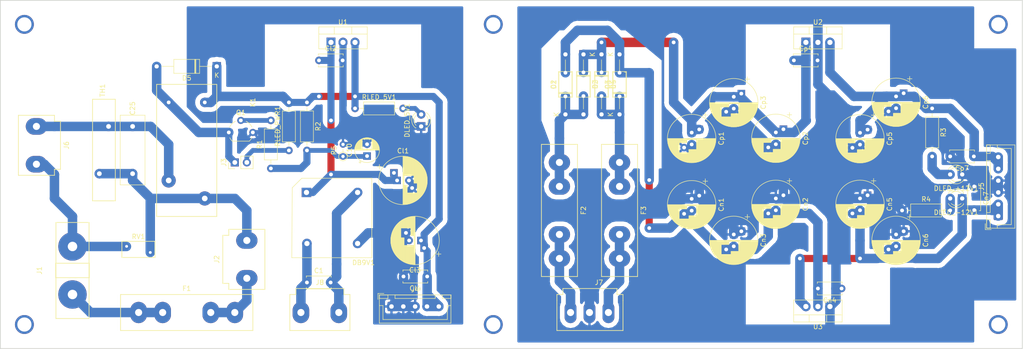
<source format=kicad_pcb>
(kicad_pcb (version 20171130) (host pcbnew 5.0.1-33cea8e~68~ubuntu16.04.1)

  (general
    (thickness 1.6)
    (drawings 4)
    (tracks 341)
    (zones 0)
    (modules 59)
    (nets 27)
  )

  (page A4)
  (title_block
    (title Mixersupply)
    (date 2018-10-19)
    (rev 1)
  )

  (layers
    (0 F.Cu signal)
    (31 B.Cu signal)
    (32 B.Adhes user)
    (33 F.Adhes user)
    (34 B.Paste user)
    (35 F.Paste user)
    (36 B.SilkS user)
    (37 F.SilkS user)
    (38 B.Mask user)
    (39 F.Mask user)
    (40 Dwgs.User user)
    (41 Cmts.User user)
    (42 Eco1.User user)
    (43 Eco2.User user)
    (44 Edge.Cuts user)
    (45 Margin user)
    (46 B.CrtYd user)
    (47 F.CrtYd user)
    (48 B.Fab user)
    (49 F.Fab user)
  )

  (setup
    (last_trace_width 1.5)
    (trace_clearance 0.2)
    (zone_clearance 1)
    (zone_45_only no)
    (trace_min 0.2)
    (segment_width 0.2)
    (edge_width 0.15)
    (via_size 1)
    (via_drill 0.8)
    (via_min_size 0.4)
    (via_min_drill 0.3)
    (uvia_size 0.3)
    (uvia_drill 0.1)
    (uvias_allowed no)
    (uvia_min_size 0.2)
    (uvia_min_drill 0.1)
    (pcb_text_width 0.3)
    (pcb_text_size 1.5 1.5)
    (mod_edge_width 0.15)
    (mod_text_size 1 1)
    (mod_text_width 0.15)
    (pad_size 1.524 1.524)
    (pad_drill 0.762)
    (pad_to_mask_clearance 0.2)
    (solder_mask_min_width 0.25)
    (aux_axis_origin 0 0)
    (visible_elements FFFFFF7F)
    (pcbplotparams
      (layerselection 0x010fc_ffffffff)
      (usegerberextensions false)
      (usegerberattributes false)
      (usegerberadvancedattributes false)
      (creategerberjobfile false)
      (excludeedgelayer true)
      (linewidth 0.100000)
      (plotframeref false)
      (viasonmask false)
      (mode 1)
      (useauxorigin false)
      (hpglpennumber 1)
      (hpglpenspeed 20)
      (hpglpendiameter 15.000000)
      (psnegative false)
      (psa4output false)
      (plotreference true)
      (plotvalue true)
      (plotinvisibletext false)
      (padsonsilk false)
      (subtractmaskfromsilk false)
      (outputformat 1)
      (mirror false)
      (drillshape 1)
      (scaleselection 1)
      (outputdirectory ""))
  )

  (net 0 "")
  (net 1 "Net-(C2-Pad1)")
  (net 2 "Net-(C2-Pad2)")
  (net 3 GNDD)
  (net 4 GNDA)
  (net 5 "Net-(C10-Pad1)")
  (net 6 +5V)
  (net 7 "Net-(C25-Pad1)")
  (net 8 "Net-(C25-Pad2)")
  (net 9 "Net-(DLED_+12V1-Pad2)")
  (net 10 "Net-(DLED_-12V1-Pad2)")
  (net 11 "Net-(DLED_5V1-Pad2)")
  (net 12 "Net-(F1-Pad2)")
  (net 13 "Net-(F1-Pad1)")
  (net 14 "Net-(F2-Pad2)")
  (net 15 "Net-(F3-Pad2)")
  (net 16 "Net-(J1-Pad2)")
  (net 17 "Net-(J3-Pad2)")
  (net 18 "Net-(Q1-Pad2)")
  (net 19 "Net-(C3-Pad1)")
  (net 20 "Net-(C4-Pad1)")
  (net 21 "Net-(Cl1-Pad1)")
  (net 22 -15V)
  (net 23 +15V)
  (net 24 /9VAC_1)
  (net 25 /9VAC_2)
  (net 26 "Net-(D5-Pad2)")

  (net_class Default "This is the default net class."
    (clearance 0.2)
    (trace_width 1.5)
    (via_dia 1)
    (via_drill 0.8)
    (uvia_dia 0.3)
    (uvia_drill 0.1)
    (add_net +15V)
    (add_net -15V)
    (add_net /9VAC_1)
    (add_net /9VAC_2)
    (add_net "Net-(C10-Pad1)")
    (add_net "Net-(C2-Pad1)")
    (add_net "Net-(C2-Pad2)")
    (add_net "Net-(C25-Pad1)")
    (add_net "Net-(C25-Pad2)")
    (add_net "Net-(C3-Pad1)")
    (add_net "Net-(C4-Pad1)")
    (add_net "Net-(Cl1-Pad1)")
    (add_net "Net-(D5-Pad2)")
    (add_net "Net-(DLED_+12V1-Pad2)")
    (add_net "Net-(DLED_-12V1-Pad2)")
    (add_net "Net-(DLED_5V1-Pad2)")
    (add_net "Net-(F1-Pad1)")
    (add_net "Net-(F1-Pad2)")
    (add_net "Net-(F2-Pad2)")
    (add_net "Net-(F3-Pad2)")
    (add_net "Net-(J1-Pad2)")
    (add_net "Net-(J3-Pad2)")
    (add_net "Net-(Q1-Pad2)")
  )

  (net_class Power ""
    (clearance 0.5)
    (trace_width 1.5)
    (via_dia 1)
    (via_drill 0.8)
    (uvia_dia 0.3)
    (uvia_drill 0.1)
    (add_net +5V)
    (add_net GNDA)
    (add_net GNDD)
  )

  (module Capacitor_THT:C_Disc_D5.0mm_W2.5mm_P5.00mm (layer F.Cu) (tedit 5AE50EF0) (tstamp 5BDED4CB)
    (at 77.47 72.39)
    (descr "C, Disc series, Radial, pin pitch=5.00mm, , diameter*width=5*2.5mm^2, Capacitor, http://cdn-reichelt.de/documents/datenblatt/B300/DS_KERKO_TC.pdf")
    (tags "C Disc series Radial pin pitch 5.00mm  diameter 5mm width 2.5mm Capacitor")
    (path /5BD527B0)
    (fp_text reference C1 (at 2.5 -2.5) (layer F.SilkS)
      (effects (font (size 1 1) (thickness 0.15)))
    )
    (fp_text value 10n (at 2.5 2.5) (layer F.Fab)
      (effects (font (size 1 1) (thickness 0.15)))
    )
    (fp_text user %R (at 2.5 0) (layer F.Fab)
      (effects (font (size 1 1) (thickness 0.15)))
    )
    (fp_line (start 6.05 -1.5) (end -1.05 -1.5) (layer F.CrtYd) (width 0.05))
    (fp_line (start 6.05 1.5) (end 6.05 -1.5) (layer F.CrtYd) (width 0.05))
    (fp_line (start -1.05 1.5) (end 6.05 1.5) (layer F.CrtYd) (width 0.05))
    (fp_line (start -1.05 -1.5) (end -1.05 1.5) (layer F.CrtYd) (width 0.05))
    (fp_line (start 5.12 1.055) (end 5.12 1.37) (layer F.SilkS) (width 0.12))
    (fp_line (start 5.12 -1.37) (end 5.12 -1.055) (layer F.SilkS) (width 0.12))
    (fp_line (start -0.12 1.055) (end -0.12 1.37) (layer F.SilkS) (width 0.12))
    (fp_line (start -0.12 -1.37) (end -0.12 -1.055) (layer F.SilkS) (width 0.12))
    (fp_line (start -0.12 1.37) (end 5.12 1.37) (layer F.SilkS) (width 0.12))
    (fp_line (start -0.12 -1.37) (end 5.12 -1.37) (layer F.SilkS) (width 0.12))
    (fp_line (start 5 -1.25) (end 0 -1.25) (layer F.Fab) (width 0.1))
    (fp_line (start 5 1.25) (end 5 -1.25) (layer F.Fab) (width 0.1))
    (fp_line (start 0 1.25) (end 5 1.25) (layer F.Fab) (width 0.1))
    (fp_line (start 0 -1.25) (end 0 1.25) (layer F.Fab) (width 0.1))
    (pad 2 thru_hole circle (at 5 0) (size 1.6 1.6) (drill 0.8) (layers *.Cu *.Mask)
      (net 24 /9VAC_1))
    (pad 1 thru_hole circle (at 0 0) (size 1.6 1.6) (drill 0.8) (layers *.Cu *.Mask)
      (net 25 /9VAC_2))
    (model ${KISYS3DMOD}/Capacitor_THT.3dshapes/C_Disc_D5.0mm_W2.5mm_P5.00mm.wrl
      (at (xyz 0 0 0))
      (scale (xyz 1 1 1))
      (rotate (xyz 0 0 0))
    )
  )

  (module Capacitor_THT:C_Disc_D5.0mm_W2.5mm_P5.00mm (layer F.Cu) (tedit 5AE50EF0) (tstamp 5BE8A85A)
    (at 132.08 33.02 90)
    (descr "C, Disc series, Radial, pin pitch=5.00mm, , diameter*width=5*2.5mm^2, Capacitor, http://cdn-reichelt.de/documents/datenblatt/B300/DS_KERKO_TC.pdf")
    (tags "C Disc series Radial pin pitch 5.00mm  diameter 5mm width 2.5mm Capacitor")
    (path /5BC7C4B3)
    (fp_text reference C2 (at 2.5 -2.5 90) (layer F.SilkS)
      (effects (font (size 1 1) (thickness 0.15)))
    )
    (fp_text value 10n (at 2.5 2.5 90) (layer F.Fab)
      (effects (font (size 1 1) (thickness 0.15)))
    )
    (fp_line (start 0 -1.25) (end 0 1.25) (layer F.Fab) (width 0.1))
    (fp_line (start 0 1.25) (end 5 1.25) (layer F.Fab) (width 0.1))
    (fp_line (start 5 1.25) (end 5 -1.25) (layer F.Fab) (width 0.1))
    (fp_line (start 5 -1.25) (end 0 -1.25) (layer F.Fab) (width 0.1))
    (fp_line (start -0.12 -1.37) (end 5.12 -1.37) (layer F.SilkS) (width 0.12))
    (fp_line (start -0.12 1.37) (end 5.12 1.37) (layer F.SilkS) (width 0.12))
    (fp_line (start -0.12 -1.37) (end -0.12 -1.055) (layer F.SilkS) (width 0.12))
    (fp_line (start -0.12 1.055) (end -0.12 1.37) (layer F.SilkS) (width 0.12))
    (fp_line (start 5.12 -1.37) (end 5.12 -1.055) (layer F.SilkS) (width 0.12))
    (fp_line (start 5.12 1.055) (end 5.12 1.37) (layer F.SilkS) (width 0.12))
    (fp_line (start -1.05 -1.5) (end -1.05 1.5) (layer F.CrtYd) (width 0.05))
    (fp_line (start -1.05 1.5) (end 6.05 1.5) (layer F.CrtYd) (width 0.05))
    (fp_line (start 6.05 1.5) (end 6.05 -1.5) (layer F.CrtYd) (width 0.05))
    (fp_line (start 6.05 -1.5) (end -1.05 -1.5) (layer F.CrtYd) (width 0.05))
    (fp_text user %R (at 2.5 0 90) (layer F.Fab)
      (effects (font (size 1 1) (thickness 0.15)))
    )
    (pad 1 thru_hole circle (at 0 0 90) (size 1.6 1.6) (drill 0.8) (layers *.Cu *.Mask)
      (net 1 "Net-(C2-Pad1)"))
    (pad 2 thru_hole circle (at 5 0 90) (size 1.6 1.6) (drill 0.8) (layers *.Cu *.Mask)
      (net 2 "Net-(C2-Pad2)"))
    (model ${KISYS3DMOD}/Capacitor_THT.3dshapes/C_Disc_D5.0mm_W2.5mm_P5.00mm.wrl
      (at (xyz 0 0 0))
      (scale (xyz 1 1 1))
      (rotate (xyz 0 0 0))
    )
  )

  (module Capacitor_THT:C_Disc_D5.0mm_W2.5mm_P5.00mm (layer F.Cu) (tedit 5AE50EF0) (tstamp 5BE8A86F)
    (at 135.89 27.94 270)
    (descr "C, Disc series, Radial, pin pitch=5.00mm, , diameter*width=5*2.5mm^2, Capacitor, http://cdn-reichelt.de/documents/datenblatt/B300/DS_KERKO_TC.pdf")
    (tags "C Disc series Radial pin pitch 5.00mm  diameter 5mm width 2.5mm Capacitor")
    (path /5BC7C541)
    (fp_text reference C3 (at 2.5 -2.5 270) (layer F.SilkS)
      (effects (font (size 1 1) (thickness 0.15)))
    )
    (fp_text value 10n (at 2.5 2.5 270) (layer F.Fab)
      (effects (font (size 1 1) (thickness 0.15)))
    )
    (fp_text user %R (at 2.5 0 270) (layer F.Fab)
      (effects (font (size 1 1) (thickness 0.15)))
    )
    (fp_line (start 6.05 -1.5) (end -1.05 -1.5) (layer F.CrtYd) (width 0.05))
    (fp_line (start 6.05 1.5) (end 6.05 -1.5) (layer F.CrtYd) (width 0.05))
    (fp_line (start -1.05 1.5) (end 6.05 1.5) (layer F.CrtYd) (width 0.05))
    (fp_line (start -1.05 -1.5) (end -1.05 1.5) (layer F.CrtYd) (width 0.05))
    (fp_line (start 5.12 1.055) (end 5.12 1.37) (layer F.SilkS) (width 0.12))
    (fp_line (start 5.12 -1.37) (end 5.12 -1.055) (layer F.SilkS) (width 0.12))
    (fp_line (start -0.12 1.055) (end -0.12 1.37) (layer F.SilkS) (width 0.12))
    (fp_line (start -0.12 -1.37) (end -0.12 -1.055) (layer F.SilkS) (width 0.12))
    (fp_line (start -0.12 1.37) (end 5.12 1.37) (layer F.SilkS) (width 0.12))
    (fp_line (start -0.12 -1.37) (end 5.12 -1.37) (layer F.SilkS) (width 0.12))
    (fp_line (start 5 -1.25) (end 0 -1.25) (layer F.Fab) (width 0.1))
    (fp_line (start 5 1.25) (end 5 -1.25) (layer F.Fab) (width 0.1))
    (fp_line (start 0 1.25) (end 5 1.25) (layer F.Fab) (width 0.1))
    (fp_line (start 0 -1.25) (end 0 1.25) (layer F.Fab) (width 0.1))
    (pad 2 thru_hole circle (at 5 0 270) (size 1.6 1.6) (drill 0.8) (layers *.Cu *.Mask)
      (net 1 "Net-(C2-Pad1)"))
    (pad 1 thru_hole circle (at 0 0 270) (size 1.6 1.6) (drill 0.8) (layers *.Cu *.Mask)
      (net 19 "Net-(C3-Pad1)"))
    (model ${KISYS3DMOD}/Capacitor_THT.3dshapes/C_Disc_D5.0mm_W2.5mm_P5.00mm.wrl
      (at (xyz 0 0 0))
      (scale (xyz 1 1 1))
      (rotate (xyz 0 0 0))
    )
  )

  (module Capacitor_THT:C_Disc_D5.0mm_W2.5mm_P5.00mm (layer F.Cu) (tedit 5AE50EF0) (tstamp 5BD35A37)
    (at 143.51 33.02 90)
    (descr "C, Disc series, Radial, pin pitch=5.00mm, , diameter*width=5*2.5mm^2, Capacitor, http://cdn-reichelt.de/documents/datenblatt/B300/DS_KERKO_TC.pdf")
    (tags "C Disc series Radial pin pitch 5.00mm  diameter 5mm width 2.5mm Capacitor")
    (path /5BC7C617)
    (fp_text reference C4 (at 2.5 -2.5 90) (layer F.SilkS)
      (effects (font (size 1 1) (thickness 0.15)))
    )
    (fp_text value 10n (at 2.5 2.5 90) (layer F.Fab)
      (effects (font (size 1 1) (thickness 0.15)))
    )
    (fp_line (start 0 -1.25) (end 0 1.25) (layer F.Fab) (width 0.1))
    (fp_line (start 0 1.25) (end 5 1.25) (layer F.Fab) (width 0.1))
    (fp_line (start 5 1.25) (end 5 -1.25) (layer F.Fab) (width 0.1))
    (fp_line (start 5 -1.25) (end 0 -1.25) (layer F.Fab) (width 0.1))
    (fp_line (start -0.12 -1.37) (end 5.12 -1.37) (layer F.SilkS) (width 0.12))
    (fp_line (start -0.12 1.37) (end 5.12 1.37) (layer F.SilkS) (width 0.12))
    (fp_line (start -0.12 -1.37) (end -0.12 -1.055) (layer F.SilkS) (width 0.12))
    (fp_line (start -0.12 1.055) (end -0.12 1.37) (layer F.SilkS) (width 0.12))
    (fp_line (start 5.12 -1.37) (end 5.12 -1.055) (layer F.SilkS) (width 0.12))
    (fp_line (start 5.12 1.055) (end 5.12 1.37) (layer F.SilkS) (width 0.12))
    (fp_line (start -1.05 -1.5) (end -1.05 1.5) (layer F.CrtYd) (width 0.05))
    (fp_line (start -1.05 1.5) (end 6.05 1.5) (layer F.CrtYd) (width 0.05))
    (fp_line (start 6.05 1.5) (end 6.05 -1.5) (layer F.CrtYd) (width 0.05))
    (fp_line (start 6.05 -1.5) (end -1.05 -1.5) (layer F.CrtYd) (width 0.05))
    (fp_text user %R (at 2.5 0 90) (layer F.Fab)
      (effects (font (size 1 1) (thickness 0.15)))
    )
    (pad 1 thru_hole circle (at 0 0 90) (size 1.6 1.6) (drill 0.8) (layers *.Cu *.Mask)
      (net 20 "Net-(C4-Pad1)"))
    (pad 2 thru_hole circle (at 5 0 90) (size 1.6 1.6) (drill 0.8) (layers *.Cu *.Mask)
      (net 2 "Net-(C2-Pad2)"))
    (model ${KISYS3DMOD}/Capacitor_THT.3dshapes/C_Disc_D5.0mm_W2.5mm_P5.00mm.wrl
      (at (xyz 0 0 0))
      (scale (xyz 1 1 1))
      (rotate (xyz 0 0 0))
    )
  )

  (module Capacitor_THT:C_Disc_D5.0mm_W2.5mm_P5.00mm (layer F.Cu) (tedit 5AE50EF0) (tstamp 5BE8A899)
    (at 139.7 27.94 270)
    (descr "C, Disc series, Radial, pin pitch=5.00mm, , diameter*width=5*2.5mm^2, Capacitor, http://cdn-reichelt.de/documents/datenblatt/B300/DS_KERKO_TC.pdf")
    (tags "C Disc series Radial pin pitch 5.00mm  diameter 5mm width 2.5mm Capacitor")
    (path /5BC7C419)
    (fp_text reference C5 (at 2.5 -2.5 270) (layer F.SilkS)
      (effects (font (size 1 1) (thickness 0.15)))
    )
    (fp_text value 10n (at 2.5 2.5 270) (layer F.Fab)
      (effects (font (size 1 1) (thickness 0.15)))
    )
    (fp_text user %R (at 2.5 0 270) (layer F.Fab)
      (effects (font (size 1 1) (thickness 0.15)))
    )
    (fp_line (start 6.05 -1.5) (end -1.05 -1.5) (layer F.CrtYd) (width 0.05))
    (fp_line (start 6.05 1.5) (end 6.05 -1.5) (layer F.CrtYd) (width 0.05))
    (fp_line (start -1.05 1.5) (end 6.05 1.5) (layer F.CrtYd) (width 0.05))
    (fp_line (start -1.05 -1.5) (end -1.05 1.5) (layer F.CrtYd) (width 0.05))
    (fp_line (start 5.12 1.055) (end 5.12 1.37) (layer F.SilkS) (width 0.12))
    (fp_line (start 5.12 -1.37) (end 5.12 -1.055) (layer F.SilkS) (width 0.12))
    (fp_line (start -0.12 1.055) (end -0.12 1.37) (layer F.SilkS) (width 0.12))
    (fp_line (start -0.12 -1.37) (end -0.12 -1.055) (layer F.SilkS) (width 0.12))
    (fp_line (start -0.12 1.37) (end 5.12 1.37) (layer F.SilkS) (width 0.12))
    (fp_line (start -0.12 -1.37) (end 5.12 -1.37) (layer F.SilkS) (width 0.12))
    (fp_line (start 5 -1.25) (end 0 -1.25) (layer F.Fab) (width 0.1))
    (fp_line (start 5 1.25) (end 5 -1.25) (layer F.Fab) (width 0.1))
    (fp_line (start 0 1.25) (end 5 1.25) (layer F.Fab) (width 0.1))
    (fp_line (start 0 -1.25) (end 0 1.25) (layer F.Fab) (width 0.1))
    (pad 2 thru_hole circle (at 5 0 270) (size 1.6 1.6) (drill 0.8) (layers *.Cu *.Mask)
      (net 20 "Net-(C4-Pad1)"))
    (pad 1 thru_hole circle (at 0 0 270) (size 1.6 1.6) (drill 0.8) (layers *.Cu *.Mask)
      (net 19 "Net-(C3-Pad1)"))
    (model ${KISYS3DMOD}/Capacitor_THT.3dshapes/C_Disc_D5.0mm_W2.5mm_P5.00mm.wrl
      (at (xyz 0 0 0))
      (scale (xyz 1 1 1))
      (rotate (xyz 0 0 0))
    )
  )

  (module Capacitor_THT:C_Disc_D14.5mm_W5.0mm_P10.00mm (layer F.Cu) (tedit 5AE50EF0) (tstamp 5BD67669)
    (at 40.64 49.37 90)
    (descr "C, Disc series, Radial, pin pitch=10.00mm, , diameter*width=14.5*5.0mm^2, Capacitor, http://www.vishay.com/docs/28535/vy2series.pdf")
    (tags "C Disc series Radial pin pitch 10.00mm  diameter 14.5mm width 5.0mm Capacitor")
    (path /5BCEF457)
    (fp_text reference C25 (at 13.81 0 90) (layer F.SilkS)
      (effects (font (size 1 1) (thickness 0.15)))
    )
    (fp_text value "203M SF 250V AC" (at 5 3.75 90) (layer F.Fab)
      (effects (font (size 1 1) (thickness 0.15)))
    )
    (fp_line (start -2.25 -2.5) (end -2.25 2.5) (layer F.Fab) (width 0.1))
    (fp_line (start -2.25 2.5) (end 12.25 2.5) (layer F.Fab) (width 0.1))
    (fp_line (start 12.25 2.5) (end 12.25 -2.5) (layer F.Fab) (width 0.1))
    (fp_line (start 12.25 -2.5) (end -2.25 -2.5) (layer F.Fab) (width 0.1))
    (fp_line (start -2.37 -2.62) (end 12.37 -2.62) (layer F.SilkS) (width 0.12))
    (fp_line (start -2.37 2.62) (end 12.37 2.62) (layer F.SilkS) (width 0.12))
    (fp_line (start -2.37 -2.62) (end -2.37 2.62) (layer F.SilkS) (width 0.12))
    (fp_line (start 12.37 -2.62) (end 12.37 2.62) (layer F.SilkS) (width 0.12))
    (fp_line (start -2.5 -2.75) (end -2.5 2.75) (layer F.CrtYd) (width 0.05))
    (fp_line (start -2.5 2.75) (end 12.5 2.75) (layer F.CrtYd) (width 0.05))
    (fp_line (start 12.5 2.75) (end 12.5 -2.75) (layer F.CrtYd) (width 0.05))
    (fp_line (start 12.5 -2.75) (end -2.5 -2.75) (layer F.CrtYd) (width 0.05))
    (fp_text user %R (at 5 0 90) (layer F.Fab)
      (effects (font (size 1 1) (thickness 0.15)))
    )
    (pad 1 thru_hole circle (at 0 0 90) (size 2 2) (drill 1) (layers *.Cu *.Mask)
      (net 7 "Net-(C25-Pad1)"))
    (pad 2 thru_hole circle (at 10 0 90) (size 2 2) (drill 1) (layers *.Cu *.Mask)
      (net 8 "Net-(C25-Pad2)"))
    (model ${KISYS3DMOD}/Capacitor_THT.3dshapes/C_Disc_D14.5mm_W5.0mm_P10.00mm.wrl
      (at (xyz 0 0 0))
      (scale (xyz 1 1 1))
      (rotate (xyz 0 0 0))
    )
  )

  (module Diode_THT:D_A-405_P12.70mm_Horizontal (layer F.Cu) (tedit 5AE50CD5) (tstamp 5BE8B3A5)
    (at 132.08 36.83 90)
    (descr "Diode, A-405 series, Axial, Horizontal, pin pitch=12.7mm, , length*diameter=5.2*2.7mm^2, , http://www.diodes.com/_files/packages/A-405.pdf")
    (tags "Diode A-405 series Axial Horizontal pin pitch 12.7mm  length 5.2mm diameter 2.7mm")
    (path /5BC2762F)
    (fp_text reference D1 (at 6.35 -2.47 90) (layer F.SilkS)
      (effects (font (size 1 1) (thickness 0.15)))
    )
    (fp_text value 1N4001 (at 6.35 2.47 90) (layer F.Fab)
      (effects (font (size 1 1) (thickness 0.15)))
    )
    (fp_text user K (at 0 -1.9 90) (layer F.SilkS)
      (effects (font (size 1 1) (thickness 0.15)))
    )
    (fp_text user K (at 0 -1.9 90) (layer F.Fab)
      (effects (font (size 1 1) (thickness 0.15)))
    )
    (fp_text user %R (at 6.74 0 90) (layer F.Fab)
      (effects (font (size 1 1) (thickness 0.15)))
    )
    (fp_line (start 13.85 -1.6) (end -1.15 -1.6) (layer F.CrtYd) (width 0.05))
    (fp_line (start 13.85 1.6) (end 13.85 -1.6) (layer F.CrtYd) (width 0.05))
    (fp_line (start -1.15 1.6) (end 13.85 1.6) (layer F.CrtYd) (width 0.05))
    (fp_line (start -1.15 -1.6) (end -1.15 1.6) (layer F.CrtYd) (width 0.05))
    (fp_line (start 4.41 -1.47) (end 4.41 1.47) (layer F.SilkS) (width 0.12))
    (fp_line (start 4.65 -1.47) (end 4.65 1.47) (layer F.SilkS) (width 0.12))
    (fp_line (start 4.53 -1.47) (end 4.53 1.47) (layer F.SilkS) (width 0.12))
    (fp_line (start 11.56 0) (end 9.07 0) (layer F.SilkS) (width 0.12))
    (fp_line (start 1.14 0) (end 3.63 0) (layer F.SilkS) (width 0.12))
    (fp_line (start 9.07 -1.47) (end 3.63 -1.47) (layer F.SilkS) (width 0.12))
    (fp_line (start 9.07 1.47) (end 9.07 -1.47) (layer F.SilkS) (width 0.12))
    (fp_line (start 3.63 1.47) (end 9.07 1.47) (layer F.SilkS) (width 0.12))
    (fp_line (start 3.63 -1.47) (end 3.63 1.47) (layer F.SilkS) (width 0.12))
    (fp_line (start 4.43 -1.35) (end 4.43 1.35) (layer F.Fab) (width 0.1))
    (fp_line (start 4.63 -1.35) (end 4.63 1.35) (layer F.Fab) (width 0.1))
    (fp_line (start 4.53 -1.35) (end 4.53 1.35) (layer F.Fab) (width 0.1))
    (fp_line (start 12.7 0) (end 8.95 0) (layer F.Fab) (width 0.1))
    (fp_line (start 0 0) (end 3.75 0) (layer F.Fab) (width 0.1))
    (fp_line (start 8.95 -1.35) (end 3.75 -1.35) (layer F.Fab) (width 0.1))
    (fp_line (start 8.95 1.35) (end 8.95 -1.35) (layer F.Fab) (width 0.1))
    (fp_line (start 3.75 1.35) (end 8.95 1.35) (layer F.Fab) (width 0.1))
    (fp_line (start 3.75 -1.35) (end 3.75 1.35) (layer F.Fab) (width 0.1))
    (pad 2 thru_hole oval (at 12.7 0 90) (size 1.8 1.8) (drill 0.9) (layers *.Cu *.Mask)
      (net 2 "Net-(C2-Pad2)"))
    (pad 1 thru_hole rect (at 0 0 90) (size 1.8 1.8) (drill 0.9) (layers *.Cu *.Mask)
      (net 1 "Net-(C2-Pad1)"))
    (model ${KISYS3DMOD}/Diode_THT.3dshapes/D_A-405_P12.70mm_Horizontal.wrl
      (at (xyz 0 0 0))
      (scale (xyz 1 1 1))
      (rotate (xyz 0 0 0))
    )
  )

  (module Diode_THT:D_A-405_P12.70mm_Horizontal (layer F.Cu) (tedit 5AE50CD5) (tstamp 5BE8B3C4)
    (at 135.89 24.13 270)
    (descr "Diode, A-405 series, Axial, Horizontal, pin pitch=12.7mm, , length*diameter=5.2*2.7mm^2, , http://www.diodes.com/_files/packages/A-405.pdf")
    (tags "Diode A-405 series Axial Horizontal pin pitch 12.7mm  length 5.2mm diameter 2.7mm")
    (path /5BC27385)
    (fp_text reference D2 (at 6.35 -2.47 270) (layer F.SilkS)
      (effects (font (size 1 1) (thickness 0.15)))
    )
    (fp_text value 1N4001 (at 6.35 2.47 270) (layer F.Fab)
      (effects (font (size 1 1) (thickness 0.15)))
    )
    (fp_text user K (at 0 -1.9 270) (layer F.SilkS)
      (effects (font (size 1 1) (thickness 0.15)))
    )
    (fp_text user K (at 0 -1.9 270) (layer F.Fab)
      (effects (font (size 1 1) (thickness 0.15)))
    )
    (fp_text user %R (at 6.74 0 270) (layer F.Fab)
      (effects (font (size 1 1) (thickness 0.15)))
    )
    (fp_line (start 13.85 -1.6) (end -1.15 -1.6) (layer F.CrtYd) (width 0.05))
    (fp_line (start 13.85 1.6) (end 13.85 -1.6) (layer F.CrtYd) (width 0.05))
    (fp_line (start -1.15 1.6) (end 13.85 1.6) (layer F.CrtYd) (width 0.05))
    (fp_line (start -1.15 -1.6) (end -1.15 1.6) (layer F.CrtYd) (width 0.05))
    (fp_line (start 4.41 -1.47) (end 4.41 1.47) (layer F.SilkS) (width 0.12))
    (fp_line (start 4.65 -1.47) (end 4.65 1.47) (layer F.SilkS) (width 0.12))
    (fp_line (start 4.53 -1.47) (end 4.53 1.47) (layer F.SilkS) (width 0.12))
    (fp_line (start 11.56 0) (end 9.07 0) (layer F.SilkS) (width 0.12))
    (fp_line (start 1.14 0) (end 3.63 0) (layer F.SilkS) (width 0.12))
    (fp_line (start 9.07 -1.47) (end 3.63 -1.47) (layer F.SilkS) (width 0.12))
    (fp_line (start 9.07 1.47) (end 9.07 -1.47) (layer F.SilkS) (width 0.12))
    (fp_line (start 3.63 1.47) (end 9.07 1.47) (layer F.SilkS) (width 0.12))
    (fp_line (start 3.63 -1.47) (end 3.63 1.47) (layer F.SilkS) (width 0.12))
    (fp_line (start 4.43 -1.35) (end 4.43 1.35) (layer F.Fab) (width 0.1))
    (fp_line (start 4.63 -1.35) (end 4.63 1.35) (layer F.Fab) (width 0.1))
    (fp_line (start 4.53 -1.35) (end 4.53 1.35) (layer F.Fab) (width 0.1))
    (fp_line (start 12.7 0) (end 8.95 0) (layer F.Fab) (width 0.1))
    (fp_line (start 0 0) (end 3.75 0) (layer F.Fab) (width 0.1))
    (fp_line (start 8.95 -1.35) (end 3.75 -1.35) (layer F.Fab) (width 0.1))
    (fp_line (start 8.95 1.35) (end 8.95 -1.35) (layer F.Fab) (width 0.1))
    (fp_line (start 3.75 1.35) (end 8.95 1.35) (layer F.Fab) (width 0.1))
    (fp_line (start 3.75 -1.35) (end 3.75 1.35) (layer F.Fab) (width 0.1))
    (pad 2 thru_hole oval (at 12.7 0 270) (size 1.8 1.8) (drill 0.9) (layers *.Cu *.Mask)
      (net 1 "Net-(C2-Pad1)"))
    (pad 1 thru_hole rect (at 0 0 270) (size 1.8 1.8) (drill 0.9) (layers *.Cu *.Mask)
      (net 19 "Net-(C3-Pad1)"))
    (model ${KISYS3DMOD}/Diode_THT.3dshapes/D_A-405_P12.70mm_Horizontal.wrl
      (at (xyz 0 0 0))
      (scale (xyz 1 1 1))
      (rotate (xyz 0 0 0))
    )
  )

  (module Diode_THT:D_A-405_P12.70mm_Horizontal (layer F.Cu) (tedit 5AE50CD5) (tstamp 5BE8B3E3)
    (at 143.51 36.83 90)
    (descr "Diode, A-405 series, Axial, Horizontal, pin pitch=12.7mm, , length*diameter=5.2*2.7mm^2, , http://www.diodes.com/_files/packages/A-405.pdf")
    (tags "Diode A-405 series Axial Horizontal pin pitch 12.7mm  length 5.2mm diameter 2.7mm")
    (path /5BC2778D)
    (fp_text reference D3 (at 6.35 -2.47 90) (layer F.SilkS)
      (effects (font (size 1 1) (thickness 0.15)))
    )
    (fp_text value 1N4001 (at 6.35 2.47 90) (layer F.Fab)
      (effects (font (size 1 1) (thickness 0.15)))
    )
    (fp_line (start 3.75 -1.35) (end 3.75 1.35) (layer F.Fab) (width 0.1))
    (fp_line (start 3.75 1.35) (end 8.95 1.35) (layer F.Fab) (width 0.1))
    (fp_line (start 8.95 1.35) (end 8.95 -1.35) (layer F.Fab) (width 0.1))
    (fp_line (start 8.95 -1.35) (end 3.75 -1.35) (layer F.Fab) (width 0.1))
    (fp_line (start 0 0) (end 3.75 0) (layer F.Fab) (width 0.1))
    (fp_line (start 12.7 0) (end 8.95 0) (layer F.Fab) (width 0.1))
    (fp_line (start 4.53 -1.35) (end 4.53 1.35) (layer F.Fab) (width 0.1))
    (fp_line (start 4.63 -1.35) (end 4.63 1.35) (layer F.Fab) (width 0.1))
    (fp_line (start 4.43 -1.35) (end 4.43 1.35) (layer F.Fab) (width 0.1))
    (fp_line (start 3.63 -1.47) (end 3.63 1.47) (layer F.SilkS) (width 0.12))
    (fp_line (start 3.63 1.47) (end 9.07 1.47) (layer F.SilkS) (width 0.12))
    (fp_line (start 9.07 1.47) (end 9.07 -1.47) (layer F.SilkS) (width 0.12))
    (fp_line (start 9.07 -1.47) (end 3.63 -1.47) (layer F.SilkS) (width 0.12))
    (fp_line (start 1.14 0) (end 3.63 0) (layer F.SilkS) (width 0.12))
    (fp_line (start 11.56 0) (end 9.07 0) (layer F.SilkS) (width 0.12))
    (fp_line (start 4.53 -1.47) (end 4.53 1.47) (layer F.SilkS) (width 0.12))
    (fp_line (start 4.65 -1.47) (end 4.65 1.47) (layer F.SilkS) (width 0.12))
    (fp_line (start 4.41 -1.47) (end 4.41 1.47) (layer F.SilkS) (width 0.12))
    (fp_line (start -1.15 -1.6) (end -1.15 1.6) (layer F.CrtYd) (width 0.05))
    (fp_line (start -1.15 1.6) (end 13.85 1.6) (layer F.CrtYd) (width 0.05))
    (fp_line (start 13.85 1.6) (end 13.85 -1.6) (layer F.CrtYd) (width 0.05))
    (fp_line (start 13.85 -1.6) (end -1.15 -1.6) (layer F.CrtYd) (width 0.05))
    (fp_text user %R (at 6.74 0 90) (layer F.Fab)
      (effects (font (size 1 1) (thickness 0.15)))
    )
    (fp_text user K (at 0 -1.9 90) (layer F.Fab)
      (effects (font (size 1 1) (thickness 0.15)))
    )
    (fp_text user K (at 0 -1.9 90) (layer F.SilkS)
      (effects (font (size 1 1) (thickness 0.15)))
    )
    (pad 1 thru_hole rect (at 0 0 90) (size 1.8 1.8) (drill 0.9) (layers *.Cu *.Mask)
      (net 20 "Net-(C4-Pad1)"))
    (pad 2 thru_hole oval (at 12.7 0 90) (size 1.8 1.8) (drill 0.9) (layers *.Cu *.Mask)
      (net 2 "Net-(C2-Pad2)"))
    (model ${KISYS3DMOD}/Diode_THT.3dshapes/D_A-405_P12.70mm_Horizontal.wrl
      (at (xyz 0 0 0))
      (scale (xyz 1 1 1))
      (rotate (xyz 0 0 0))
    )
  )

  (module Diode_THT:D_A-405_P12.70mm_Horizontal (layer F.Cu) (tedit 5AE50CD5) (tstamp 5BE8B402)
    (at 139.7 24.13 270)
    (descr "Diode, A-405 series, Axial, Horizontal, pin pitch=12.7mm, , length*diameter=5.2*2.7mm^2, , http://www.diodes.com/_files/packages/A-405.pdf")
    (tags "Diode A-405 series Axial Horizontal pin pitch 12.7mm  length 5.2mm diameter 2.7mm")
    (path /5BC27515)
    (fp_text reference D4 (at 6.35 -2.47 270) (layer F.SilkS)
      (effects (font (size 1 1) (thickness 0.15)))
    )
    (fp_text value 1N4001 (at 6.35 2.47 270) (layer F.Fab)
      (effects (font (size 1 1) (thickness 0.15)))
    )
    (fp_line (start 3.75 -1.35) (end 3.75 1.35) (layer F.Fab) (width 0.1))
    (fp_line (start 3.75 1.35) (end 8.95 1.35) (layer F.Fab) (width 0.1))
    (fp_line (start 8.95 1.35) (end 8.95 -1.35) (layer F.Fab) (width 0.1))
    (fp_line (start 8.95 -1.35) (end 3.75 -1.35) (layer F.Fab) (width 0.1))
    (fp_line (start 0 0) (end 3.75 0) (layer F.Fab) (width 0.1))
    (fp_line (start 12.7 0) (end 8.95 0) (layer F.Fab) (width 0.1))
    (fp_line (start 4.53 -1.35) (end 4.53 1.35) (layer F.Fab) (width 0.1))
    (fp_line (start 4.63 -1.35) (end 4.63 1.35) (layer F.Fab) (width 0.1))
    (fp_line (start 4.43 -1.35) (end 4.43 1.35) (layer F.Fab) (width 0.1))
    (fp_line (start 3.63 -1.47) (end 3.63 1.47) (layer F.SilkS) (width 0.12))
    (fp_line (start 3.63 1.47) (end 9.07 1.47) (layer F.SilkS) (width 0.12))
    (fp_line (start 9.07 1.47) (end 9.07 -1.47) (layer F.SilkS) (width 0.12))
    (fp_line (start 9.07 -1.47) (end 3.63 -1.47) (layer F.SilkS) (width 0.12))
    (fp_line (start 1.14 0) (end 3.63 0) (layer F.SilkS) (width 0.12))
    (fp_line (start 11.56 0) (end 9.07 0) (layer F.SilkS) (width 0.12))
    (fp_line (start 4.53 -1.47) (end 4.53 1.47) (layer F.SilkS) (width 0.12))
    (fp_line (start 4.65 -1.47) (end 4.65 1.47) (layer F.SilkS) (width 0.12))
    (fp_line (start 4.41 -1.47) (end 4.41 1.47) (layer F.SilkS) (width 0.12))
    (fp_line (start -1.15 -1.6) (end -1.15 1.6) (layer F.CrtYd) (width 0.05))
    (fp_line (start -1.15 1.6) (end 13.85 1.6) (layer F.CrtYd) (width 0.05))
    (fp_line (start 13.85 1.6) (end 13.85 -1.6) (layer F.CrtYd) (width 0.05))
    (fp_line (start 13.85 -1.6) (end -1.15 -1.6) (layer F.CrtYd) (width 0.05))
    (fp_text user %R (at 6.74 0 270) (layer F.Fab)
      (effects (font (size 1 1) (thickness 0.15)))
    )
    (fp_text user K (at 0 -1.9 270) (layer F.Fab)
      (effects (font (size 1 1) (thickness 0.15)))
    )
    (fp_text user K (at 0 -1.9 270) (layer F.SilkS)
      (effects (font (size 1 1) (thickness 0.15)))
    )
    (pad 1 thru_hole rect (at 0 0 270) (size 1.8 1.8) (drill 0.9) (layers *.Cu *.Mask)
      (net 19 "Net-(C3-Pad1)"))
    (pad 2 thru_hole oval (at 12.7 0 270) (size 1.8 1.8) (drill 0.9) (layers *.Cu *.Mask)
      (net 20 "Net-(C4-Pad1)"))
    (model ${KISYS3DMOD}/Diode_THT.3dshapes/D_A-405_P12.70mm_Horizontal.wrl
      (at (xyz 0 0 0))
      (scale (xyz 1 1 1))
      (rotate (xyz 0 0 0))
    )
  )

  (module Diode_THT:Diode_Bridge_16.7x16.7x6.3mm_P10.8mm (layer F.Cu) (tedit 5A50B9B1) (tstamp 5BD492FA)
    (at 77.37 53.34)
    (descr "Single phase bridge rectifier case 16.7x16.7")
    (tags "Diode Bridge")
    (path /5BA99D11)
    (fp_text reference DB9V1 (at 12.05 14.85 -180) (layer F.SilkS)
      (effects (font (size 1 1) (thickness 0.15)))
    )
    (fp_text value "Diode Bridge" (at 5.55 -4.15 -180) (layer F.Fab)
      (effects (font (size 1 1) (thickness 0.15)))
    )
    (fp_line (start -1.1 -3.2) (end 14 -3.2) (layer F.CrtYd) (width 0.05))
    (fp_line (start -3.2 -1.1) (end -1.1 -3.2) (layer F.CrtYd) (width 0.05))
    (fp_line (start -3.3 14) (end -3.2 -1.1) (layer F.CrtYd) (width 0.05))
    (fp_line (start 14 14) (end -3.3 14) (layer F.CrtYd) (width 0.05))
    (fp_line (start 14 -3.2) (end 14 14) (layer F.CrtYd) (width 0.05))
    (fp_line (start 13.8 13.8) (end 13.8 -3) (layer F.SilkS) (width 0.12))
    (fp_line (start -3.1 13.8) (end 13.8 13.8) (layer F.SilkS) (width 0.12))
    (fp_line (start -3 -1) (end -3.1 13.8) (layer F.SilkS) (width 0.12))
    (fp_line (start -1 -3) (end -3 -1) (layer F.SilkS) (width 0.12))
    (fp_line (start 13.8 -3) (end -1 -3) (layer F.SilkS) (width 0.12))
    (fp_line (start -3 13.75) (end -2.95 -0.95) (layer F.Fab) (width 0.12))
    (fp_line (start 13.75 13.75) (end -3 13.75) (layer F.Fab) (width 0.12))
    (fp_line (start 13.75 -2.95) (end 13.75 13.75) (layer F.Fab) (width 0.12))
    (fp_line (start -0.95 -2.95) (end 13.75 -2.95) (layer F.Fab) (width 0.12))
    (fp_line (start -2.95 -0.95) (end -0.95 -2.95) (layer F.Fab) (width 0.12))
    (fp_text user %R (at 5.2 5.415 -180) (layer F.Fab)
      (effects (font (size 1 1) (thickness 0.15)))
    )
    (pad 3 thru_hole circle (at 10.8 10.8 180) (size 2 2) (drill 1.1) (layers *.Cu *.Mask)
      (net 3 GNDD))
    (pad 4 thru_hole circle (at 10.8 0 180) (size 2 2) (drill 1.1) (layers *.Cu *.Mask)
      (net 24 /9VAC_1))
    (pad 1 thru_hole rect (at 0 0 180) (size 2 2) (drill 1.1) (layers *.Cu *.Mask)
      (net 21 "Net-(Cl1-Pad1)"))
    (pad 2 thru_hole circle (at 0.1 10.8 180) (size 2 2) (drill 1.1) (layers *.Cu *.Mask)
      (net 25 /9VAC_2))
    (model ${KISYS3DMOD}/Diode_THT.3dshapes/Diode_Bridge_16.7x16.7x6.3mm_P10.8mm.wrl
      (at (xyz 0 0 0))
      (scale (xyz 1 1 1))
      (rotate (xyz 0 0 0))
    )
  )

  (module LED_THT:LED_D3.0mm_Clear (layer F.Cu) (tedit 5A6C9BC0) (tstamp 5BD3A586)
    (at 215.9 49.53 180)
    (descr "IR-LED, diameter 3.0mm, 2 pins, color: clear")
    (tags "IR infrared LED diameter 3.0mm 2 pins clear")
    (path /5BB079C7)
    (fp_text reference DLED_+12V1 (at 1.27 -2.96 180) (layer F.SilkS)
      (effects (font (size 1 1) (thickness 0.15)))
    )
    (fp_text value LED (at 1.27 2.96 180) (layer F.Fab)
      (effects (font (size 1 1) (thickness 0.15)))
    )
    (fp_text user %R (at 1.47 0 180) (layer F.Fab)
      (effects (font (size 0.8 0.8) (thickness 0.12)))
    )
    (fp_line (start -0.23 -1.16619) (end -0.23 1.16619) (layer F.Fab) (width 0.1))
    (fp_line (start -0.29 -1.236) (end -0.29 -1.08) (layer F.SilkS) (width 0.12))
    (fp_line (start -0.29 1.08) (end -0.29 1.236) (layer F.SilkS) (width 0.12))
    (fp_line (start -1.15 -2.25) (end -1.15 2.25) (layer F.CrtYd) (width 0.05))
    (fp_line (start -1.15 2.25) (end 3.7 2.25) (layer F.CrtYd) (width 0.05))
    (fp_line (start 3.7 2.25) (end 3.7 -2.25) (layer F.CrtYd) (width 0.05))
    (fp_line (start 3.7 -2.25) (end -1.15 -2.25) (layer F.CrtYd) (width 0.05))
    (fp_circle (center 1.27 0) (end 2.77 0) (layer F.Fab) (width 0.1))
    (fp_arc (start 1.27 0) (end -0.23 -1.16619) (angle 284.3) (layer F.Fab) (width 0.1))
    (fp_arc (start 1.27 0) (end -0.29 -1.235516) (angle 108.8) (layer F.SilkS) (width 0.12))
    (fp_arc (start 1.27 0) (end -0.29 1.235516) (angle -108.8) (layer F.SilkS) (width 0.12))
    (fp_arc (start 1.27 0) (end 0.229039 -1.08) (angle 87.9) (layer F.SilkS) (width 0.12))
    (fp_arc (start 1.27 0) (end 0.229039 1.08) (angle -87.9) (layer F.SilkS) (width 0.12))
    (pad 1 thru_hole rect (at 0 0 180) (size 1.8 1.8) (drill 0.9) (layers *.Cu *.Mask)
      (net 4 GNDA))
    (pad 2 thru_hole circle (at 2.54 0 180) (size 1.8 1.8) (drill 0.9) (layers *.Cu *.Mask)
      (net 9 "Net-(DLED_+12V1-Pad2)"))
    (model ${KISYS3DMOD}/LED_THT.3dshapes/LED_D3.0mm_Clear.wrl
      (at (xyz 0 0 0))
      (scale (xyz 1 1 1))
      (rotate (xyz 0 0 0))
    )
  )

  (module LED_THT:LED_D3.0mm_Clear (layer F.Cu) (tedit 5A6C9BC0) (tstamp 5BC61E41)
    (at 215.9 54.61 180)
    (descr "IR-LED, diameter 3.0mm, 2 pins, color: clear")
    (tags "IR infrared LED diameter 3.0mm 2 pins clear")
    (path /5BB07DFF)
    (fp_text reference DLED_-12V1 (at 1.27 -2.96 180) (layer F.SilkS)
      (effects (font (size 1 1) (thickness 0.15)))
    )
    (fp_text value LED (at 1.27 2.96 180) (layer F.Fab)
      (effects (font (size 1 1) (thickness 0.15)))
    )
    (fp_arc (start 1.27 0) (end 0.229039 1.08) (angle -87.9) (layer F.SilkS) (width 0.12))
    (fp_arc (start 1.27 0) (end 0.229039 -1.08) (angle 87.9) (layer F.SilkS) (width 0.12))
    (fp_arc (start 1.27 0) (end -0.29 1.235516) (angle -108.8) (layer F.SilkS) (width 0.12))
    (fp_arc (start 1.27 0) (end -0.29 -1.235516) (angle 108.8) (layer F.SilkS) (width 0.12))
    (fp_arc (start 1.27 0) (end -0.23 -1.16619) (angle 284.3) (layer F.Fab) (width 0.1))
    (fp_circle (center 1.27 0) (end 2.77 0) (layer F.Fab) (width 0.1))
    (fp_line (start 3.7 -2.25) (end -1.15 -2.25) (layer F.CrtYd) (width 0.05))
    (fp_line (start 3.7 2.25) (end 3.7 -2.25) (layer F.CrtYd) (width 0.05))
    (fp_line (start -1.15 2.25) (end 3.7 2.25) (layer F.CrtYd) (width 0.05))
    (fp_line (start -1.15 -2.25) (end -1.15 2.25) (layer F.CrtYd) (width 0.05))
    (fp_line (start -0.29 1.08) (end -0.29 1.236) (layer F.SilkS) (width 0.12))
    (fp_line (start -0.29 -1.236) (end -0.29 -1.08) (layer F.SilkS) (width 0.12))
    (fp_line (start -0.23 -1.16619) (end -0.23 1.16619) (layer F.Fab) (width 0.1))
    (fp_text user %R (at 1.47 0 180) (layer F.Fab)
      (effects (font (size 0.8 0.8) (thickness 0.12)))
    )
    (pad 2 thru_hole circle (at 2.54 0 180) (size 1.8 1.8) (drill 0.9) (layers *.Cu *.Mask)
      (net 10 "Net-(DLED_-12V1-Pad2)"))
    (pad 1 thru_hole rect (at 0 0 180) (size 1.8 1.8) (drill 0.9) (layers *.Cu *.Mask)
      (net 22 -15V))
    (model ${KISYS3DMOD}/LED_THT.3dshapes/LED_D3.0mm_Clear.wrl
      (at (xyz 0 0 0))
      (scale (xyz 1 1 1))
      (rotate (xyz 0 0 0))
    )
  )

  (module LED_THT:LED_D3.0mm_Clear (layer F.Cu) (tedit 5A6C9BC0) (tstamp 5BD34B12)
    (at 101.6 39.37 90)
    (descr "IR-LED, diameter 3.0mm, 2 pins, color: clear")
    (tags "IR infrared LED diameter 3.0mm 2 pins clear")
    (path /5BB23554)
    (fp_text reference DLED_5V1 (at 1.27 -2.96 90) (layer F.SilkS)
      (effects (font (size 1 1) (thickness 0.15)))
    )
    (fp_text value LED (at 1.27 2.96 90) (layer F.Fab)
      (effects (font (size 1 1) (thickness 0.15)))
    )
    (fp_text user %R (at 1.47 0 90) (layer F.Fab)
      (effects (font (size 0.8 0.8) (thickness 0.12)))
    )
    (fp_line (start -0.23 -1.16619) (end -0.23 1.16619) (layer F.Fab) (width 0.1))
    (fp_line (start -0.29 -1.236) (end -0.29 -1.08) (layer F.SilkS) (width 0.12))
    (fp_line (start -0.29 1.08) (end -0.29 1.236) (layer F.SilkS) (width 0.12))
    (fp_line (start -1.15 -2.25) (end -1.15 2.25) (layer F.CrtYd) (width 0.05))
    (fp_line (start -1.15 2.25) (end 3.7 2.25) (layer F.CrtYd) (width 0.05))
    (fp_line (start 3.7 2.25) (end 3.7 -2.25) (layer F.CrtYd) (width 0.05))
    (fp_line (start 3.7 -2.25) (end -1.15 -2.25) (layer F.CrtYd) (width 0.05))
    (fp_circle (center 1.27 0) (end 2.77 0) (layer F.Fab) (width 0.1))
    (fp_arc (start 1.27 0) (end -0.23 -1.16619) (angle 284.3) (layer F.Fab) (width 0.1))
    (fp_arc (start 1.27 0) (end -0.29 -1.235516) (angle 108.8) (layer F.SilkS) (width 0.12))
    (fp_arc (start 1.27 0) (end -0.29 1.235516) (angle -108.8) (layer F.SilkS) (width 0.12))
    (fp_arc (start 1.27 0) (end 0.229039 -1.08) (angle 87.9) (layer F.SilkS) (width 0.12))
    (fp_arc (start 1.27 0) (end 0.229039 1.08) (angle -87.9) (layer F.SilkS) (width 0.12))
    (pad 1 thru_hole rect (at 0 0 90) (size 1.8 1.8) (drill 0.9) (layers *.Cu *.Mask)
      (net 3 GNDD))
    (pad 2 thru_hole circle (at 2.54 0 90) (size 1.8 1.8) (drill 0.9) (layers *.Cu *.Mask)
      (net 11 "Net-(DLED_5V1-Pad2)"))
    (model ${KISYS3DMOD}/LED_THT.3dshapes/LED_D3.0mm_Clear.wrl
      (at (xyz 0 0 0))
      (scale (xyz 1 1 1))
      (rotate (xyz 0 0 0))
    )
  )

  (module mixersupply_fuse:Fuseholder0520 (layer F.Cu) (tedit 5BC4A14C) (tstamp 5BE8B478)
    (at 52.07 78.74)
    (path /5BA8F401)
    (fp_text reference F1 (at 0 -5.08) (layer F.SilkS)
      (effects (font (size 1 1) (thickness 0.15)))
    )
    (fp_text value "Fuse 1.6A T" (at 0 -6.35) (layer F.Fab)
      (effects (font (size 1 1) (thickness 0.15)))
    )
    (fp_line (start 13.97 -3.81) (end 13.97 3.81) (layer F.SilkS) (width 0.15))
    (fp_line (start 13.97 3.81) (end -13.97 3.81) (layer F.SilkS) (width 0.15))
    (fp_line (start -13.97 3.81) (end -13.97 -3.81) (layer F.SilkS) (width 0.15))
    (fp_line (start -13.97 -3.81) (end 13.97 -3.81) (layer F.SilkS) (width 0.15))
    (pad 2 thru_hole oval (at 10.16 0 90) (size 4.5 3.5) (drill 1.5) (layers *.Cu *.Mask)
      (net 12 "Net-(F1-Pad2)"))
    (pad 2 thru_hole oval (at 5.08 0 90) (size 4.5 3.5) (drill 1.5) (layers *.Cu *.Mask)
      (net 12 "Net-(F1-Pad2)"))
    (pad 1 thru_hole oval (at -5.08 0 90) (size 4.5 3.5) (drill 1.5) (layers *.Cu *.Mask)
      (net 13 "Net-(F1-Pad1)"))
    (pad 1 thru_hole oval (at -10.16 0 90) (size 4.5 3.5) (drill 1.5) (layers *.Cu *.Mask)
      (net 13 "Net-(F1-Pad1)"))
  )

  (module mixersupply_fuse:Fuseholder0520 (layer F.Cu) (tedit 5BC4A14C) (tstamp 5BE8D261)
    (at 130.81 57.15 270)
    (path /5BAEC65A)
    (fp_text reference F2 (at 0 -5.08 270) (layer F.SilkS)
      (effects (font (size 1 1) (thickness 0.15)))
    )
    (fp_text value "1A T" (at 0 -6.35 270) (layer F.Fab)
      (effects (font (size 1 1) (thickness 0.15)))
    )
    (fp_line (start -13.97 -3.81) (end 13.97 -3.81) (layer F.SilkS) (width 0.15))
    (fp_line (start -13.97 3.81) (end -13.97 -3.81) (layer F.SilkS) (width 0.15))
    (fp_line (start 13.97 3.81) (end -13.97 3.81) (layer F.SilkS) (width 0.15))
    (fp_line (start 13.97 -3.81) (end 13.97 3.81) (layer F.SilkS) (width 0.15))
    (pad 1 thru_hole oval (at -10.16 0) (size 4.5 3.5) (drill 1.5) (layers *.Cu *.Mask)
      (net 1 "Net-(C2-Pad1)"))
    (pad 1 thru_hole oval (at -5.08 0) (size 4.5 3.5) (drill 1.5) (layers *.Cu *.Mask)
      (net 1 "Net-(C2-Pad1)"))
    (pad 2 thru_hole oval (at 5.08 0) (size 4.5 3.5) (drill 1.5) (layers *.Cu *.Mask)
      (net 14 "Net-(F2-Pad2)"))
    (pad 2 thru_hole oval (at 10.16 0) (size 4.5 3.5) (drill 1.5) (layers *.Cu *.Mask)
      (net 14 "Net-(F2-Pad2)"))
  )

  (module mixersupply_fuse:Fuseholder0520 (layer F.Cu) (tedit 5BC4A14C) (tstamp 5BE8B490)
    (at 143.51 57.15 270)
    (path /5BAEC8A6)
    (fp_text reference F3 (at 0 -5.08 270) (layer F.SilkS)
      (effects (font (size 1 1) (thickness 0.15)))
    )
    (fp_text value "1A T" (at 0 -6.35 270) (layer F.Fab)
      (effects (font (size 1 1) (thickness 0.15)))
    )
    (fp_line (start 13.97 -3.81) (end 13.97 3.81) (layer F.SilkS) (width 0.15))
    (fp_line (start 13.97 3.81) (end -13.97 3.81) (layer F.SilkS) (width 0.15))
    (fp_line (start -13.97 3.81) (end -13.97 -3.81) (layer F.SilkS) (width 0.15))
    (fp_line (start -13.97 -3.81) (end 13.97 -3.81) (layer F.SilkS) (width 0.15))
    (pad 2 thru_hole oval (at 10.16 0) (size 4.5 3.5) (drill 1.5) (layers *.Cu *.Mask)
      (net 15 "Net-(F3-Pad2)"))
    (pad 2 thru_hole oval (at 5.08 0) (size 4.5 3.5) (drill 1.5) (layers *.Cu *.Mask)
      (net 15 "Net-(F3-Pad2)"))
    (pad 1 thru_hole oval (at -5.08 0) (size 4.5 3.5) (drill 1.5) (layers *.Cu *.Mask)
      (net 20 "Net-(C4-Pad1)"))
    (pad 1 thru_hole oval (at -10.16 0) (size 4.5 3.5) (drill 1.5) (layers *.Cu *.Mask)
      (net 20 "Net-(C4-Pad1)"))
  )

  (module mixersupply_connectors:AC_Connector (layer F.Cu) (tedit 5BC49EDC) (tstamp 5BE8D206)
    (at 27.94 69.85 90)
    (path /5BAE5D12)
    (fp_text reference J1 (at 0 -6.985 90) (layer F.SilkS)
      (effects (font (size 1 1) (thickness 0.15)))
    )
    (fp_text value "230V In" (at 0 -8.255 90) (layer F.Fab)
      (effects (font (size 1 1) (thickness 0.15)))
    )
    (fp_line (start -10.16 -3.5) (end 10.16 -3.5) (layer F.SilkS) (width 0.15))
    (fp_line (start 10.16 -3.5) (end 10.16 3.5) (layer F.SilkS) (width 0.15))
    (fp_line (start 10.16 3.5) (end -10.16 3.5) (layer F.SilkS) (width 0.15))
    (fp_line (start -10.16 3.5) (end -10.16 -3.5) (layer F.SilkS) (width 0.15))
    (fp_line (start 0 -3.556) (end 1.524 -3.556) (layer F.SilkS) (width 0.15))
    (fp_line (start 1.524 -3.556) (end 1.524 3.556) (layer F.SilkS) (width 0.15))
    (fp_line (start 1.524 3.556) (end -1.524 3.556) (layer F.SilkS) (width 0.15))
    (fp_line (start -1.524 3.556) (end -1.524 -3.556) (layer F.SilkS) (width 0.15))
    (fp_line (start -1.524 -3.556) (end 0 -3.556) (layer F.SilkS) (width 0.15))
    (pad 1 thru_hole circle (at -5.08 0 90) (size 6 6) (drill 2) (layers *.Cu *.Mask)
      (net 13 "Net-(F1-Pad1)"))
    (pad 2 thru_hole circle (at 5.08 0 90) (size 6 6) (drill 2) (layers *.Cu *.Mask)
      (net 16 "Net-(J1-Pad2)"))
  )

  (module mixersupply_connectors:2Pin_8mm_w_clipconnector (layer F.Cu) (tedit 5BC4A364) (tstamp 5BE8B4AD)
    (at 64.77 67.5 90)
    (path /5BD2B533)
    (fp_text reference J2 (at 0 -6.35 90) (layer F.SilkS)
      (effects (font (size 1 1) (thickness 0.15)))
    )
    (fp_text value "PWR Switch" (at 0 5.08 90) (layer F.Fab)
      (effects (font (size 1 1) (thickness 0.15)))
    )
    (fp_line (start 5.08 -3.81) (end 6.35 -3.81) (layer F.SilkS) (width 0.15))
    (fp_line (start 5.08 -5.08) (end 5.08 -3.81) (layer F.SilkS) (width 0.15))
    (fp_line (start -5.08 -5.08) (end 5.08 -5.08) (layer F.SilkS) (width 0.15))
    (fp_line (start -5.08 -3.81) (end -5.08 -5.08) (layer F.SilkS) (width 0.15))
    (fp_line (start -6.35 -3.81) (end -5.08 -3.81) (layer F.SilkS) (width 0.15))
    (fp_line (start -6.35 3.81) (end -6.35 -3.81) (layer F.SilkS) (width 0.15))
    (fp_line (start 6.35 3.81) (end -6.35 3.81) (layer F.SilkS) (width 0.15))
    (fp_line (start 6.35 -3.81) (end 6.35 3.81) (layer F.SilkS) (width 0.15))
    (pad 2 thru_hole oval (at -4 0 180) (size 4.5 3.5) (drill 1.5) (layers *.Cu *.Mask)
      (net 12 "Net-(F1-Pad2)"))
    (pad 1 thru_hole oval (at 4 0 180) (size 4.5 3.5) (drill 1.5) (layers *.Cu *.Mask)
      (net 7 "Net-(C25-Pad1)"))
  )

  (module Connector_PinHeader_2.54mm:PinHeader_1x02_P2.54mm_Vertical (layer F.Cu) (tedit 59FED5CC) (tstamp 5BE8B4C3)
    (at 62.23 46.99 90)
    (descr "Through hole straight pin header, 1x02, 2.54mm pitch, single row")
    (tags "Through hole pin header THT 1x02 2.54mm single row")
    (path /5BAAAD4C)
    (fp_text reference J3 (at 0 -2.33 90) (layer F.SilkS)
      (effects (font (size 1 1) (thickness 0.15)))
    )
    (fp_text value "Conn Front Power LED" (at 0 4.87 90) (layer F.Fab)
      (effects (font (size 1 1) (thickness 0.15)))
    )
    (fp_line (start -0.635 -1.27) (end 1.27 -1.27) (layer F.Fab) (width 0.1))
    (fp_line (start 1.27 -1.27) (end 1.27 3.81) (layer F.Fab) (width 0.1))
    (fp_line (start 1.27 3.81) (end -1.27 3.81) (layer F.Fab) (width 0.1))
    (fp_line (start -1.27 3.81) (end -1.27 -0.635) (layer F.Fab) (width 0.1))
    (fp_line (start -1.27 -0.635) (end -0.635 -1.27) (layer F.Fab) (width 0.1))
    (fp_line (start -1.33 3.87) (end 1.33 3.87) (layer F.SilkS) (width 0.12))
    (fp_line (start -1.33 1.27) (end -1.33 3.87) (layer F.SilkS) (width 0.12))
    (fp_line (start 1.33 1.27) (end 1.33 3.87) (layer F.SilkS) (width 0.12))
    (fp_line (start -1.33 1.27) (end 1.33 1.27) (layer F.SilkS) (width 0.12))
    (fp_line (start -1.33 0) (end -1.33 -1.33) (layer F.SilkS) (width 0.12))
    (fp_line (start -1.33 -1.33) (end 0 -1.33) (layer F.SilkS) (width 0.12))
    (fp_line (start -1.8 -1.8) (end -1.8 4.35) (layer F.CrtYd) (width 0.05))
    (fp_line (start -1.8 4.35) (end 1.8 4.35) (layer F.CrtYd) (width 0.05))
    (fp_line (start 1.8 4.35) (end 1.8 -1.8) (layer F.CrtYd) (width 0.05))
    (fp_line (start 1.8 -1.8) (end -1.8 -1.8) (layer F.CrtYd) (width 0.05))
    (fp_text user %R (at 0 1.27 -180) (layer F.Fab)
      (effects (font (size 1 1) (thickness 0.15)))
    )
    (pad 1 thru_hole rect (at 0 0 90) (size 1.7 1.7) (drill 1) (layers *.Cu *.Mask)
      (net 26 "Net-(D5-Pad2)"))
    (pad 2 thru_hole oval (at 0 2.54 90) (size 1.7 1.7) (drill 1) (layers *.Cu *.Mask)
      (net 17 "Net-(J3-Pad2)"))
    (model ${KISYS3DMOD}/Connector_PinHeader_2.54mm.3dshapes/PinHeader_1x02_P2.54mm_Vertical.wrl
      (at (xyz 0 0 0))
      (scale (xyz 1 1 1))
      (rotate (xyz 0 0 0))
    )
  )

  (module mixersupply_connectors:2Pin_8mm_w_clipconnector (layer F.Cu) (tedit 5BC4A364) (tstamp 5BD67A05)
    (at 20.32 43.37 270)
    (path /5BC67AD5)
    (fp_text reference J6 (at 0 -6.35 270) (layer F.SilkS)
      (effects (font (size 1 1) (thickness 0.15)))
    )
    (fp_text value "Transformator Primary" (at 3.62 5.08 270) (layer F.Fab)
      (effects (font (size 1 1) (thickness 0.15)))
    )
    (fp_line (start 6.35 -3.81) (end 6.35 3.81) (layer F.SilkS) (width 0.15))
    (fp_line (start 6.35 3.81) (end -6.35 3.81) (layer F.SilkS) (width 0.15))
    (fp_line (start -6.35 3.81) (end -6.35 -3.81) (layer F.SilkS) (width 0.15))
    (fp_line (start -6.35 -3.81) (end -5.08 -3.81) (layer F.SilkS) (width 0.15))
    (fp_line (start -5.08 -3.81) (end -5.08 -5.08) (layer F.SilkS) (width 0.15))
    (fp_line (start -5.08 -5.08) (end 5.08 -5.08) (layer F.SilkS) (width 0.15))
    (fp_line (start 5.08 -5.08) (end 5.08 -3.81) (layer F.SilkS) (width 0.15))
    (fp_line (start 5.08 -3.81) (end 6.35 -3.81) (layer F.SilkS) (width 0.15))
    (pad 1 thru_hole oval (at 4 0) (size 4.5 3.5) (drill 1.5) (layers *.Cu *.Mask)
      (net 16 "Net-(J1-Pad2)"))
    (pad 2 thru_hole oval (at -4 0) (size 4.5 3.5) (drill 1.5) (layers *.Cu *.Mask)
      (net 8 "Net-(C25-Pad2)"))
  )

  (module mixersupply_connectors:3Pin_4mm_w_clipconnector (layer F.Cu) (tedit 5BC4A459) (tstamp 5BE8B50F)
    (at 139.16 78.74)
    (path /5BC8CF2E)
    (fp_text reference J7 (at 0 -6.35) (layer F.SilkS)
      (effects (font (size 1 1) (thickness 0.15)))
    )
    (fp_text value Transforer_15VAC (at 0 -7.62) (layer F.Fab)
      (effects (font (size 1 1) (thickness 0.15)))
    )
    (fp_line (start 5.08 -2.54) (end 5.08 3.81) (layer F.SilkS) (width 0.15))
    (fp_line (start 5.08 3.81) (end -8.89 3.81) (layer F.SilkS) (width 0.15))
    (fp_line (start -8.89 3.81) (end -8.89 -2.54) (layer F.SilkS) (width 0.15))
    (fp_line (start -8.89 -2.54) (end -8.89 -3.81) (layer F.SilkS) (width 0.15))
    (fp_line (start -8.89 -3.81) (end -7.62 -3.81) (layer F.SilkS) (width 0.15))
    (fp_line (start -7.62 -3.81) (end -7.62 -5.08) (layer F.SilkS) (width 0.15))
    (fp_line (start -7.62 -5.08) (end 3.81 -5.08) (layer F.SilkS) (width 0.15))
    (fp_line (start 3.81 -5.08) (end 3.81 -3.81) (layer F.SilkS) (width 0.15))
    (fp_line (start 3.81 -3.81) (end 5.08 -3.81) (layer F.SilkS) (width 0.15))
    (fp_line (start 5.08 -3.81) (end 5.08 -2.54) (layer F.SilkS) (width 0.15))
    (pad 1 thru_hole oval (at 2 0 90) (size 4.5 2.5) (drill 1.5) (layers *.Cu *.Mask)
      (net 15 "Net-(F3-Pad2)"))
    (pad 2 thru_hole oval (at -2 0 90) (size 4.5 2.5) (drill 1.5) (layers *.Cu *.Mask)
      (net 4 GNDA))
    (pad 3 thru_hole oval (at -6 0 90) (size 4.5 2.5) (drill 1.5) (layers *.Cu *.Mask)
      (net 14 "Net-(F2-Pad2)"))
  )

  (module Package_TO_SOT_THT:TO-92_Wide (layer F.Cu) (tedit 5A2795B7) (tstamp 5BE8B54E)
    (at 60.96 40.64)
    (descr "TO-92 leads molded, wide, drill 0.75mm (see NXP sot054_po.pdf)")
    (tags "to-92 sc-43 sc-43a sot54 PA33 transistor")
    (path /5BAB4103)
    (fp_text reference Q1 (at 2.55 -4.19) (layer F.SilkS)
      (effects (font (size 1 1) (thickness 0.15)))
    )
    (fp_text value BC337 (at 2.54 2.79) (layer F.Fab)
      (effects (font (size 1 1) (thickness 0.15)))
    )
    (fp_text user %R (at 2.54 0) (layer F.Fab)
      (effects (font (size 1 1) (thickness 0.15)))
    )
    (fp_line (start 0.74 1.85) (end 4.34 1.85) (layer F.SilkS) (width 0.12))
    (fp_line (start 0.8 1.75) (end 4.3 1.75) (layer F.Fab) (width 0.1))
    (fp_line (start -1.01 -3.55) (end 6.09 -3.55) (layer F.CrtYd) (width 0.05))
    (fp_line (start -1.01 -3.55) (end -1.01 2.01) (layer F.CrtYd) (width 0.05))
    (fp_line (start 6.09 2.01) (end 6.09 -3.55) (layer F.CrtYd) (width 0.05))
    (fp_line (start 6.09 2.01) (end -1.01 2.01) (layer F.CrtYd) (width 0.05))
    (fp_arc (start 2.54 0) (end 0.74 1.85) (angle 20) (layer F.SilkS) (width 0.12))
    (fp_arc (start 2.54 0) (end 1.4 -2.35) (angle -39.12170074) (layer F.SilkS) (width 0.12))
    (fp_arc (start 2.54 0) (end 3.65 -2.35) (angle 39.71668247) (layer F.SilkS) (width 0.12))
    (fp_arc (start 2.54 0) (end 2.54 -2.48) (angle 135) (layer F.Fab) (width 0.1))
    (fp_arc (start 2.54 0) (end 2.54 -2.48) (angle -135) (layer F.Fab) (width 0.1))
    (fp_arc (start 2.54 0) (end 4.34 1.85) (angle -20) (layer F.SilkS) (width 0.12))
    (pad 2 thru_hole circle (at 2.54 -2.54 90) (size 1.5 1.5) (drill 0.8) (layers *.Cu *.Mask)
      (net 18 "Net-(Q1-Pad2)"))
    (pad 3 thru_hole circle (at 5.08 0 90) (size 1.5 1.5) (drill 0.8) (layers *.Cu *.Mask)
      (net 3 GNDD))
    (pad 1 thru_hole rect (at 0 0 90) (size 1.5 1.5) (drill 0.8) (layers *.Cu *.Mask)
      (net 26 "Net-(D5-Pad2)"))
    (model ${KISYS3DMOD}/Package_TO_SOT_THT.3dshapes/TO-92_Wide.wrl
      (at (xyz 0 0 0))
      (scale (xyz 1 1 1))
      (rotate (xyz 0 0 0))
    )
  )

  (module Resistor_THT:R_Axial_DIN0207_L6.3mm_D2.5mm_P10.16mm_Horizontal (layer F.Cu) (tedit 5AE5139B) (tstamp 5BE8B565)
    (at 69.85 48.26 90)
    (descr "Resistor, Axial_DIN0207 series, Axial, Horizontal, pin pitch=10.16mm, 0.25W = 1/4W, length*diameter=6.3*2.5mm^2, http://cdn-reichelt.de/documents/datenblatt/B400/1_4W%23YAG.pdf")
    (tags "Resistor Axial_DIN0207 series Axial Horizontal pin pitch 10.16mm 0.25W = 1/4W length 6.3mm diameter 2.5mm")
    (path /5BCC3BD9)
    (fp_text reference R1 (at 5.08 -2.37 90) (layer F.SilkS)
      (effects (font (size 1 1) (thickness 0.15)))
    )
    (fp_text value 1k (at 5.08 2.37 90) (layer F.Fab)
      (effects (font (size 1 1) (thickness 0.15)))
    )
    (fp_line (start 1.93 -1.25) (end 1.93 1.25) (layer F.Fab) (width 0.1))
    (fp_line (start 1.93 1.25) (end 8.23 1.25) (layer F.Fab) (width 0.1))
    (fp_line (start 8.23 1.25) (end 8.23 -1.25) (layer F.Fab) (width 0.1))
    (fp_line (start 8.23 -1.25) (end 1.93 -1.25) (layer F.Fab) (width 0.1))
    (fp_line (start 0 0) (end 1.93 0) (layer F.Fab) (width 0.1))
    (fp_line (start 10.16 0) (end 8.23 0) (layer F.Fab) (width 0.1))
    (fp_line (start 1.81 -1.37) (end 1.81 1.37) (layer F.SilkS) (width 0.12))
    (fp_line (start 1.81 1.37) (end 8.35 1.37) (layer F.SilkS) (width 0.12))
    (fp_line (start 8.35 1.37) (end 8.35 -1.37) (layer F.SilkS) (width 0.12))
    (fp_line (start 8.35 -1.37) (end 1.81 -1.37) (layer F.SilkS) (width 0.12))
    (fp_line (start 1.04 0) (end 1.81 0) (layer F.SilkS) (width 0.12))
    (fp_line (start 9.12 0) (end 8.35 0) (layer F.SilkS) (width 0.12))
    (fp_line (start -1.05 -1.5) (end -1.05 1.5) (layer F.CrtYd) (width 0.05))
    (fp_line (start -1.05 1.5) (end 11.21 1.5) (layer F.CrtYd) (width 0.05))
    (fp_line (start 11.21 1.5) (end 11.21 -1.5) (layer F.CrtYd) (width 0.05))
    (fp_line (start 11.21 -1.5) (end -1.05 -1.5) (layer F.CrtYd) (width 0.05))
    (fp_text user %R (at 5.08 0 90) (layer F.Fab)
      (effects (font (size 1 1) (thickness 0.15)))
    )
    (pad 1 thru_hole circle (at 0 0 90) (size 1.6 1.6) (drill 0.8) (layers *.Cu *.Mask)
      (net 5 "Net-(C10-Pad1)"))
    (pad 2 thru_hole oval (at 10.16 0 90) (size 1.6 1.6) (drill 0.8) (layers *.Cu *.Mask)
      (net 18 "Net-(Q1-Pad2)"))
    (model ${KISYS3DMOD}/Resistor_THT.3dshapes/R_Axial_DIN0207_L6.3mm_D2.5mm_P10.16mm_Horizontal.wrl
      (at (xyz 0 0 0))
      (scale (xyz 1 1 1))
      (rotate (xyz 0 0 0))
    )
  )

  (module Resistor_THT:R_Axial_DIN0207_L6.3mm_D2.5mm_P10.16mm_Horizontal (layer F.Cu) (tedit 5AE5139B) (tstamp 5BE8B57C)
    (at 77.47 34.29 270)
    (descr "Resistor, Axial_DIN0207 series, Axial, Horizontal, pin pitch=10.16mm, 0.25W = 1/4W, length*diameter=6.3*2.5mm^2, http://cdn-reichelt.de/documents/datenblatt/B400/1_4W%23YAG.pdf")
    (tags "Resistor Axial_DIN0207 series Axial Horizontal pin pitch 10.16mm 0.25W = 1/4W length 6.3mm diameter 2.5mm")
    (path /5BAC5B2A)
    (fp_text reference R2 (at 5.08 -2.37 270) (layer F.SilkS)
      (effects (font (size 1 1) (thickness 0.15)))
    )
    (fp_text value 10k (at 5.08 2.37 270) (layer F.Fab)
      (effects (font (size 1 1) (thickness 0.15)))
    )
    (fp_line (start 1.93 -1.25) (end 1.93 1.25) (layer F.Fab) (width 0.1))
    (fp_line (start 1.93 1.25) (end 8.23 1.25) (layer F.Fab) (width 0.1))
    (fp_line (start 8.23 1.25) (end 8.23 -1.25) (layer F.Fab) (width 0.1))
    (fp_line (start 8.23 -1.25) (end 1.93 -1.25) (layer F.Fab) (width 0.1))
    (fp_line (start 0 0) (end 1.93 0) (layer F.Fab) (width 0.1))
    (fp_line (start 10.16 0) (end 8.23 0) (layer F.Fab) (width 0.1))
    (fp_line (start 1.81 -1.37) (end 1.81 1.37) (layer F.SilkS) (width 0.12))
    (fp_line (start 1.81 1.37) (end 8.35 1.37) (layer F.SilkS) (width 0.12))
    (fp_line (start 8.35 1.37) (end 8.35 -1.37) (layer F.SilkS) (width 0.12))
    (fp_line (start 8.35 -1.37) (end 1.81 -1.37) (layer F.SilkS) (width 0.12))
    (fp_line (start 1.04 0) (end 1.81 0) (layer F.SilkS) (width 0.12))
    (fp_line (start 9.12 0) (end 8.35 0) (layer F.SilkS) (width 0.12))
    (fp_line (start -1.05 -1.5) (end -1.05 1.5) (layer F.CrtYd) (width 0.05))
    (fp_line (start -1.05 1.5) (end 11.21 1.5) (layer F.CrtYd) (width 0.05))
    (fp_line (start 11.21 1.5) (end 11.21 -1.5) (layer F.CrtYd) (width 0.05))
    (fp_line (start 11.21 -1.5) (end -1.05 -1.5) (layer F.CrtYd) (width 0.05))
    (fp_text user %R (at 5.08 0 270) (layer F.Fab)
      (effects (font (size 1 1) (thickness 0.15)))
    )
    (pad 1 thru_hole circle (at 0 0 270) (size 1.6 1.6) (drill 0.8) (layers *.Cu *.Mask)
      (net 6 +5V))
    (pad 2 thru_hole oval (at 10.16 0 270) (size 1.6 1.6) (drill 0.8) (layers *.Cu *.Mask)
      (net 5 "Net-(C10-Pad1)"))
    (model ${KISYS3DMOD}/Resistor_THT.3dshapes/R_Axial_DIN0207_L6.3mm_D2.5mm_P10.16mm_Horizontal.wrl
      (at (xyz 0 0 0))
      (scale (xyz 1 1 1))
      (rotate (xyz 0 0 0))
    )
  )

  (module Resistor_THT:R_Axial_DIN0207_L6.3mm_D2.5mm_P10.16mm_Horizontal (layer F.Cu) (tedit 5AE5139B) (tstamp 5BD4524B)
    (at 209.55 35.56 270)
    (descr "Resistor, Axial_DIN0207 series, Axial, Horizontal, pin pitch=10.16mm, 0.25W = 1/4W, length*diameter=6.3*2.5mm^2, http://cdn-reichelt.de/documents/datenblatt/B400/1_4W%23YAG.pdf")
    (tags "Resistor Axial_DIN0207 series Axial Horizontal pin pitch 10.16mm 0.25W = 1/4W length 6.3mm diameter 2.5mm")
    (path /5BAEC912)
    (fp_text reference R3 (at 5.08 -2.37 270) (layer F.SilkS)
      (effects (font (size 1 1) (thickness 0.15)))
    )
    (fp_text value 820 (at 5.08 2.37 270) (layer F.Fab)
      (effects (font (size 1 1) (thickness 0.15)))
    )
    (fp_text user %R (at 5.08 0 270) (layer F.Fab)
      (effects (font (size 1 1) (thickness 0.15)))
    )
    (fp_line (start 11.21 -1.5) (end -1.05 -1.5) (layer F.CrtYd) (width 0.05))
    (fp_line (start 11.21 1.5) (end 11.21 -1.5) (layer F.CrtYd) (width 0.05))
    (fp_line (start -1.05 1.5) (end 11.21 1.5) (layer F.CrtYd) (width 0.05))
    (fp_line (start -1.05 -1.5) (end -1.05 1.5) (layer F.CrtYd) (width 0.05))
    (fp_line (start 9.12 0) (end 8.35 0) (layer F.SilkS) (width 0.12))
    (fp_line (start 1.04 0) (end 1.81 0) (layer F.SilkS) (width 0.12))
    (fp_line (start 8.35 -1.37) (end 1.81 -1.37) (layer F.SilkS) (width 0.12))
    (fp_line (start 8.35 1.37) (end 8.35 -1.37) (layer F.SilkS) (width 0.12))
    (fp_line (start 1.81 1.37) (end 8.35 1.37) (layer F.SilkS) (width 0.12))
    (fp_line (start 1.81 -1.37) (end 1.81 1.37) (layer F.SilkS) (width 0.12))
    (fp_line (start 10.16 0) (end 8.23 0) (layer F.Fab) (width 0.1))
    (fp_line (start 0 0) (end 1.93 0) (layer F.Fab) (width 0.1))
    (fp_line (start 8.23 -1.25) (end 1.93 -1.25) (layer F.Fab) (width 0.1))
    (fp_line (start 8.23 1.25) (end 8.23 -1.25) (layer F.Fab) (width 0.1))
    (fp_line (start 1.93 1.25) (end 8.23 1.25) (layer F.Fab) (width 0.1))
    (fp_line (start 1.93 -1.25) (end 1.93 1.25) (layer F.Fab) (width 0.1))
    (pad 2 thru_hole oval (at 10.16 0 270) (size 1.6 1.6) (drill 0.8) (layers *.Cu *.Mask)
      (net 9 "Net-(DLED_+12V1-Pad2)"))
    (pad 1 thru_hole circle (at 0 0 270) (size 1.6 1.6) (drill 0.8) (layers *.Cu *.Mask)
      (net 23 +15V))
    (model ${KISYS3DMOD}/Resistor_THT.3dshapes/R_Axial_DIN0207_L6.3mm_D2.5mm_P10.16mm_Horizontal.wrl
      (at (xyz 0 0 0))
      (scale (xyz 1 1 1))
      (rotate (xyz 0 0 0))
    )
  )

  (module Resistor_THT:R_Axial_DIN0207_L6.3mm_D2.5mm_P10.16mm_Horizontal (layer F.Cu) (tedit 5AE5139B) (tstamp 5BE8B5AA)
    (at 203.2 57.15)
    (descr "Resistor, Axial_DIN0207 series, Axial, Horizontal, pin pitch=10.16mm, 0.25W = 1/4W, length*diameter=6.3*2.5mm^2, http://cdn-reichelt.de/documents/datenblatt/B400/1_4W%23YAG.pdf")
    (tags "Resistor Axial_DIN0207 series Axial Horizontal pin pitch 10.16mm 0.25W = 1/4W length 6.3mm diameter 2.5mm")
    (path /5BB078D6)
    (fp_text reference R4 (at 5.08 -2.37) (layer F.SilkS)
      (effects (font (size 1 1) (thickness 0.15)))
    )
    (fp_text value 820 (at 5.08 2.37) (layer F.Fab)
      (effects (font (size 1 1) (thickness 0.15)))
    )
    (fp_line (start 1.93 -1.25) (end 1.93 1.25) (layer F.Fab) (width 0.1))
    (fp_line (start 1.93 1.25) (end 8.23 1.25) (layer F.Fab) (width 0.1))
    (fp_line (start 8.23 1.25) (end 8.23 -1.25) (layer F.Fab) (width 0.1))
    (fp_line (start 8.23 -1.25) (end 1.93 -1.25) (layer F.Fab) (width 0.1))
    (fp_line (start 0 0) (end 1.93 0) (layer F.Fab) (width 0.1))
    (fp_line (start 10.16 0) (end 8.23 0) (layer F.Fab) (width 0.1))
    (fp_line (start 1.81 -1.37) (end 1.81 1.37) (layer F.SilkS) (width 0.12))
    (fp_line (start 1.81 1.37) (end 8.35 1.37) (layer F.SilkS) (width 0.12))
    (fp_line (start 8.35 1.37) (end 8.35 -1.37) (layer F.SilkS) (width 0.12))
    (fp_line (start 8.35 -1.37) (end 1.81 -1.37) (layer F.SilkS) (width 0.12))
    (fp_line (start 1.04 0) (end 1.81 0) (layer F.SilkS) (width 0.12))
    (fp_line (start 9.12 0) (end 8.35 0) (layer F.SilkS) (width 0.12))
    (fp_line (start -1.05 -1.5) (end -1.05 1.5) (layer F.CrtYd) (width 0.05))
    (fp_line (start -1.05 1.5) (end 11.21 1.5) (layer F.CrtYd) (width 0.05))
    (fp_line (start 11.21 1.5) (end 11.21 -1.5) (layer F.CrtYd) (width 0.05))
    (fp_line (start 11.21 -1.5) (end -1.05 -1.5) (layer F.CrtYd) (width 0.05))
    (fp_text user %R (at 5.08 0) (layer F.Fab)
      (effects (font (size 1 1) (thickness 0.15)))
    )
    (pad 1 thru_hole circle (at 0 0) (size 1.6 1.6) (drill 0.8) (layers *.Cu *.Mask)
      (net 4 GNDA))
    (pad 2 thru_hole oval (at 10.16 0) (size 1.6 1.6) (drill 0.8) (layers *.Cu *.Mask)
      (net 10 "Net-(DLED_-12V1-Pad2)"))
    (model ${KISYS3DMOD}/Resistor_THT.3dshapes/R_Axial_DIN0207_L6.3mm_D2.5mm_P10.16mm_Horizontal.wrl
      (at (xyz 0 0 0))
      (scale (xyz 1 1 1))
      (rotate (xyz 0 0 0))
    )
  )

  (module Resistor_THT:R_Axial_DIN0207_L6.3mm_D2.5mm_P10.16mm_Horizontal (layer F.Cu) (tedit 5AE5139B) (tstamp 5BE8B5C1)
    (at 87.63 35.56)
    (descr "Resistor, Axial_DIN0207 series, Axial, Horizontal, pin pitch=10.16mm, 0.25W = 1/4W, length*diameter=6.3*2.5mm^2, http://cdn-reichelt.de/documents/datenblatt/B400/1_4W%23YAG.pdf")
    (tags "Resistor Axial_DIN0207 series Axial Horizontal pin pitch 10.16mm 0.25W = 1/4W length 6.3mm diameter 2.5mm")
    (path /5BB2349E)
    (fp_text reference RLED_5V1 (at 5.08 -2.37) (layer F.SilkS)
      (effects (font (size 1 1) (thickness 0.15)))
    )
    (fp_text value 220 (at 5.08 2.37) (layer F.Fab)
      (effects (font (size 1 1) (thickness 0.15)))
    )
    (fp_text user %R (at 5.08 0) (layer F.Fab)
      (effects (font (size 1 1) (thickness 0.15)))
    )
    (fp_line (start 11.21 -1.5) (end -1.05 -1.5) (layer F.CrtYd) (width 0.05))
    (fp_line (start 11.21 1.5) (end 11.21 -1.5) (layer F.CrtYd) (width 0.05))
    (fp_line (start -1.05 1.5) (end 11.21 1.5) (layer F.CrtYd) (width 0.05))
    (fp_line (start -1.05 -1.5) (end -1.05 1.5) (layer F.CrtYd) (width 0.05))
    (fp_line (start 9.12 0) (end 8.35 0) (layer F.SilkS) (width 0.12))
    (fp_line (start 1.04 0) (end 1.81 0) (layer F.SilkS) (width 0.12))
    (fp_line (start 8.35 -1.37) (end 1.81 -1.37) (layer F.SilkS) (width 0.12))
    (fp_line (start 8.35 1.37) (end 8.35 -1.37) (layer F.SilkS) (width 0.12))
    (fp_line (start 1.81 1.37) (end 8.35 1.37) (layer F.SilkS) (width 0.12))
    (fp_line (start 1.81 -1.37) (end 1.81 1.37) (layer F.SilkS) (width 0.12))
    (fp_line (start 10.16 0) (end 8.23 0) (layer F.Fab) (width 0.1))
    (fp_line (start 0 0) (end 1.93 0) (layer F.Fab) (width 0.1))
    (fp_line (start 8.23 -1.25) (end 1.93 -1.25) (layer F.Fab) (width 0.1))
    (fp_line (start 8.23 1.25) (end 8.23 -1.25) (layer F.Fab) (width 0.1))
    (fp_line (start 1.93 1.25) (end 8.23 1.25) (layer F.Fab) (width 0.1))
    (fp_line (start 1.93 -1.25) (end 1.93 1.25) (layer F.Fab) (width 0.1))
    (pad 2 thru_hole oval (at 10.16 0) (size 1.6 1.6) (drill 0.8) (layers *.Cu *.Mask)
      (net 11 "Net-(DLED_5V1-Pad2)"))
    (pad 1 thru_hole circle (at 0 0) (size 1.6 1.6) (drill 0.8) (layers *.Cu *.Mask)
      (net 6 +5V))
    (model ${KISYS3DMOD}/Resistor_THT.3dshapes/R_Axial_DIN0207_L6.3mm_D2.5mm_P10.16mm_Horizontal.wrl
      (at (xyz 0 0 0))
      (scale (xyz 1 1 1))
      (rotate (xyz 0 0 0))
    )
  )

  (module Resistor_THT:R_Axial_DIN0207_L6.3mm_D2.5mm_P10.16mm_Horizontal (layer F.Cu) (tedit 5AE5139B) (tstamp 5BE8B5D8)
    (at 73.66 44.45 90)
    (descr "Resistor, Axial_DIN0207 series, Axial, Horizontal, pin pitch=10.16mm, 0.25W = 1/4W, length*diameter=6.3*2.5mm^2, http://cdn-reichelt.de/documents/datenblatt/B400/1_4W%23YAG.pdf")
    (tags "Resistor Axial_DIN0207 series Axial Horizontal pin pitch 10.16mm 0.25W = 1/4W length 6.3mm diameter 2.5mm")
    (path /5BAAAFB0)
    (fp_text reference RLED_PWR1 (at 5.08 -2.37 90) (layer F.SilkS)
      (effects (font (size 1 1) (thickness 0.15)))
    )
    (fp_text value 220 (at 5.08 2.37 90) (layer F.Fab)
      (effects (font (size 1 1) (thickness 0.15)))
    )
    (fp_text user %R (at 5.08 0 90) (layer F.Fab)
      (effects (font (size 1 1) (thickness 0.15)))
    )
    (fp_line (start 11.21 -1.5) (end -1.05 -1.5) (layer F.CrtYd) (width 0.05))
    (fp_line (start 11.21 1.5) (end 11.21 -1.5) (layer F.CrtYd) (width 0.05))
    (fp_line (start -1.05 1.5) (end 11.21 1.5) (layer F.CrtYd) (width 0.05))
    (fp_line (start -1.05 -1.5) (end -1.05 1.5) (layer F.CrtYd) (width 0.05))
    (fp_line (start 9.12 0) (end 8.35 0) (layer F.SilkS) (width 0.12))
    (fp_line (start 1.04 0) (end 1.81 0) (layer F.SilkS) (width 0.12))
    (fp_line (start 8.35 -1.37) (end 1.81 -1.37) (layer F.SilkS) (width 0.12))
    (fp_line (start 8.35 1.37) (end 8.35 -1.37) (layer F.SilkS) (width 0.12))
    (fp_line (start 1.81 1.37) (end 8.35 1.37) (layer F.SilkS) (width 0.12))
    (fp_line (start 1.81 -1.37) (end 1.81 1.37) (layer F.SilkS) (width 0.12))
    (fp_line (start 10.16 0) (end 8.23 0) (layer F.Fab) (width 0.1))
    (fp_line (start 0 0) (end 1.93 0) (layer F.Fab) (width 0.1))
    (fp_line (start 8.23 -1.25) (end 1.93 -1.25) (layer F.Fab) (width 0.1))
    (fp_line (start 8.23 1.25) (end 8.23 -1.25) (layer F.Fab) (width 0.1))
    (fp_line (start 1.93 1.25) (end 8.23 1.25) (layer F.Fab) (width 0.1))
    (fp_line (start 1.93 -1.25) (end 1.93 1.25) (layer F.Fab) (width 0.1))
    (pad 2 thru_hole oval (at 10.16 0 90) (size 1.6 1.6) (drill 0.8) (layers *.Cu *.Mask)
      (net 6 +5V))
    (pad 1 thru_hole circle (at 0 0 90) (size 1.6 1.6) (drill 0.8) (layers *.Cu *.Mask)
      (net 17 "Net-(J3-Pad2)"))
    (model ${KISYS3DMOD}/Resistor_THT.3dshapes/R_Axial_DIN0207_L6.3mm_D2.5mm_P10.16mm_Horizontal.wrl
      (at (xyz 0 0 0))
      (scale (xyz 1 1 1))
      (rotate (xyz 0 0 0))
    )
  )

  (module Package_TO_SOT_THT:TO-220-3_Vertical (layer F.Cu) (tedit 5AC8BA0D) (tstamp 5BE8B605)
    (at 82.55 21.59)
    (descr "TO-220-3, Vertical, RM 2.54mm, see https://www.vishay.com/docs/66542/to-220-1.pdf")
    (tags "TO-220-3 Vertical RM 2.54mm")
    (path /5BA9BAA4)
    (fp_text reference U1 (at 2.54 -4.27) (layer F.SilkS)
      (effects (font (size 1 1) (thickness 0.15)))
    )
    (fp_text value LM7805_TO220 (at 2.54 2.5) (layer F.Fab)
      (effects (font (size 1 1) (thickness 0.15)))
    )
    (fp_line (start -2.46 -3.15) (end -2.46 1.25) (layer F.Fab) (width 0.1))
    (fp_line (start -2.46 1.25) (end 7.54 1.25) (layer F.Fab) (width 0.1))
    (fp_line (start 7.54 1.25) (end 7.54 -3.15) (layer F.Fab) (width 0.1))
    (fp_line (start 7.54 -3.15) (end -2.46 -3.15) (layer F.Fab) (width 0.1))
    (fp_line (start -2.46 -1.88) (end 7.54 -1.88) (layer F.Fab) (width 0.1))
    (fp_line (start 0.69 -3.15) (end 0.69 -1.88) (layer F.Fab) (width 0.1))
    (fp_line (start 4.39 -3.15) (end 4.39 -1.88) (layer F.Fab) (width 0.1))
    (fp_line (start -2.58 -3.27) (end 7.66 -3.27) (layer F.SilkS) (width 0.12))
    (fp_line (start -2.58 1.371) (end 7.66 1.371) (layer F.SilkS) (width 0.12))
    (fp_line (start -2.58 -3.27) (end -2.58 1.371) (layer F.SilkS) (width 0.12))
    (fp_line (start 7.66 -3.27) (end 7.66 1.371) (layer F.SilkS) (width 0.12))
    (fp_line (start -2.58 -1.76) (end 7.66 -1.76) (layer F.SilkS) (width 0.12))
    (fp_line (start 0.69 -3.27) (end 0.69 -1.76) (layer F.SilkS) (width 0.12))
    (fp_line (start 4.391 -3.27) (end 4.391 -1.76) (layer F.SilkS) (width 0.12))
    (fp_line (start -2.71 -3.4) (end -2.71 1.51) (layer F.CrtYd) (width 0.05))
    (fp_line (start -2.71 1.51) (end 7.79 1.51) (layer F.CrtYd) (width 0.05))
    (fp_line (start 7.79 1.51) (end 7.79 -3.4) (layer F.CrtYd) (width 0.05))
    (fp_line (start 7.79 -3.4) (end -2.71 -3.4) (layer F.CrtYd) (width 0.05))
    (fp_text user %R (at 2.54 -4.27) (layer F.Fab)
      (effects (font (size 1 1) (thickness 0.15)))
    )
    (pad 1 thru_hole rect (at 0 0) (size 1.905 2) (drill 1.1) (layers *.Cu *.Mask)
      (net 21 "Net-(Cl1-Pad1)"))
    (pad 2 thru_hole oval (at 2.54 0) (size 1.905 2) (drill 1.1) (layers *.Cu *.Mask)
      (net 3 GNDD))
    (pad 3 thru_hole oval (at 5.08 0) (size 1.905 2) (drill 1.1) (layers *.Cu *.Mask)
      (net 6 +5V))
    (model ${KISYS3DMOD}/Package_TO_SOT_THT.3dshapes/TO-220-3_Vertical.wrl
      (at (xyz 0 0 0))
      (scale (xyz 1 1 1))
      (rotate (xyz 0 0 0))
    )
  )

  (module Package_TO_SOT_THT:TO-220-3_Vertical (layer F.Cu) (tedit 5AC8BA0D) (tstamp 5BE8B61F)
    (at 182.88 21.59)
    (descr "TO-220-3, Vertical, RM 2.54mm, see https://www.vishay.com/docs/66542/to-220-1.pdf")
    (tags "TO-220-3 Vertical RM 2.54mm")
    (path /5BD031A3)
    (fp_text reference U2 (at 2.54 -4.27) (layer F.SilkS)
      (effects (font (size 1 1) (thickness 0.15)))
    )
    (fp_text value LM7815_TO220 (at 2.54 2.5) (layer F.Fab)
      (effects (font (size 1 1) (thickness 0.15)))
    )
    (fp_text user %R (at 2.54 -4.27) (layer F.Fab)
      (effects (font (size 1 1) (thickness 0.15)))
    )
    (fp_line (start 7.79 -3.4) (end -2.71 -3.4) (layer F.CrtYd) (width 0.05))
    (fp_line (start 7.79 1.51) (end 7.79 -3.4) (layer F.CrtYd) (width 0.05))
    (fp_line (start -2.71 1.51) (end 7.79 1.51) (layer F.CrtYd) (width 0.05))
    (fp_line (start -2.71 -3.4) (end -2.71 1.51) (layer F.CrtYd) (width 0.05))
    (fp_line (start 4.391 -3.27) (end 4.391 -1.76) (layer F.SilkS) (width 0.12))
    (fp_line (start 0.69 -3.27) (end 0.69 -1.76) (layer F.SilkS) (width 0.12))
    (fp_line (start -2.58 -1.76) (end 7.66 -1.76) (layer F.SilkS) (width 0.12))
    (fp_line (start 7.66 -3.27) (end 7.66 1.371) (layer F.SilkS) (width 0.12))
    (fp_line (start -2.58 -3.27) (end -2.58 1.371) (layer F.SilkS) (width 0.12))
    (fp_line (start -2.58 1.371) (end 7.66 1.371) (layer F.SilkS) (width 0.12))
    (fp_line (start -2.58 -3.27) (end 7.66 -3.27) (layer F.SilkS) (width 0.12))
    (fp_line (start 4.39 -3.15) (end 4.39 -1.88) (layer F.Fab) (width 0.1))
    (fp_line (start 0.69 -3.15) (end 0.69 -1.88) (layer F.Fab) (width 0.1))
    (fp_line (start -2.46 -1.88) (end 7.54 -1.88) (layer F.Fab) (width 0.1))
    (fp_line (start 7.54 -3.15) (end -2.46 -3.15) (layer F.Fab) (width 0.1))
    (fp_line (start 7.54 1.25) (end 7.54 -3.15) (layer F.Fab) (width 0.1))
    (fp_line (start -2.46 1.25) (end 7.54 1.25) (layer F.Fab) (width 0.1))
    (fp_line (start -2.46 -3.15) (end -2.46 1.25) (layer F.Fab) (width 0.1))
    (pad 3 thru_hole oval (at 5.08 0) (size 1.905 2) (drill 1.1) (layers *.Cu *.Mask)
      (net 23 +15V))
    (pad 2 thru_hole oval (at 2.54 0) (size 1.905 2) (drill 1.1) (layers *.Cu *.Mask)
      (net 4 GNDA))
    (pad 1 thru_hole rect (at 0 0) (size 1.905 2) (drill 1.1) (layers *.Cu *.Mask)
      (net 19 "Net-(C3-Pad1)"))
    (model ${KISYS3DMOD}/Package_TO_SOT_THT.3dshapes/TO-220-3_Vertical.wrl
      (at (xyz 0 0 0))
      (scale (xyz 1 1 1))
      (rotate (xyz 0 0 0))
    )
  )

  (module Package_TO_SOT_THT:TO-220-3_Vertical (layer F.Cu) (tedit 5AC8BA0D) (tstamp 5BE8B639)
    (at 187.96 77.47 180)
    (descr "TO-220-3, Vertical, RM 2.54mm, see https://www.vishay.com/docs/66542/to-220-1.pdf")
    (tags "TO-220-3 Vertical RM 2.54mm")
    (path /5BD0330F)
    (fp_text reference U3 (at 2.54 -4.27 180) (layer F.SilkS)
      (effects (font (size 1 1) (thickness 0.15)))
    )
    (fp_text value LM7915_TO220 (at 2.54 2.5 180) (layer F.Fab)
      (effects (font (size 1 1) (thickness 0.15)))
    )
    (fp_line (start -2.46 -3.15) (end -2.46 1.25) (layer F.Fab) (width 0.1))
    (fp_line (start -2.46 1.25) (end 7.54 1.25) (layer F.Fab) (width 0.1))
    (fp_line (start 7.54 1.25) (end 7.54 -3.15) (layer F.Fab) (width 0.1))
    (fp_line (start 7.54 -3.15) (end -2.46 -3.15) (layer F.Fab) (width 0.1))
    (fp_line (start -2.46 -1.88) (end 7.54 -1.88) (layer F.Fab) (width 0.1))
    (fp_line (start 0.69 -3.15) (end 0.69 -1.88) (layer F.Fab) (width 0.1))
    (fp_line (start 4.39 -3.15) (end 4.39 -1.88) (layer F.Fab) (width 0.1))
    (fp_line (start -2.58 -3.27) (end 7.66 -3.27) (layer F.SilkS) (width 0.12))
    (fp_line (start -2.58 1.371) (end 7.66 1.371) (layer F.SilkS) (width 0.12))
    (fp_line (start -2.58 -3.27) (end -2.58 1.371) (layer F.SilkS) (width 0.12))
    (fp_line (start 7.66 -3.27) (end 7.66 1.371) (layer F.SilkS) (width 0.12))
    (fp_line (start -2.58 -1.76) (end 7.66 -1.76) (layer F.SilkS) (width 0.12))
    (fp_line (start 0.69 -3.27) (end 0.69 -1.76) (layer F.SilkS) (width 0.12))
    (fp_line (start 4.391 -3.27) (end 4.391 -1.76) (layer F.SilkS) (width 0.12))
    (fp_line (start -2.71 -3.4) (end -2.71 1.51) (layer F.CrtYd) (width 0.05))
    (fp_line (start -2.71 1.51) (end 7.79 1.51) (layer F.CrtYd) (width 0.05))
    (fp_line (start 7.79 1.51) (end 7.79 -3.4) (layer F.CrtYd) (width 0.05))
    (fp_line (start 7.79 -3.4) (end -2.71 -3.4) (layer F.CrtYd) (width 0.05))
    (fp_text user %R (at 2.54 -4.27 180) (layer F.Fab)
      (effects (font (size 1 1) (thickness 0.15)))
    )
    (pad 1 thru_hole rect (at 0 0 180) (size 1.905 2) (drill 1.1) (layers *.Cu *.Mask)
      (net 4 GNDA))
    (pad 2 thru_hole oval (at 2.54 0 180) (size 1.905 2) (drill 1.1) (layers *.Cu *.Mask)
      (net 2 "Net-(C2-Pad2)"))
    (pad 3 thru_hole oval (at 5.08 0 180) (size 1.905 2) (drill 1.1) (layers *.Cu *.Mask)
      (net 22 -15V))
    (model ${KISYS3DMOD}/Package_TO_SOT_THT.3dshapes/TO-220-3_Vertical.wrl
      (at (xyz 0 0 0))
      (scale (xyz 1 1 1))
      (rotate (xyz 0 0 0))
    )
  )

  (module "mixersupply_relay:Relais DEG SDT-S-105LMR" (layer F.Cu) (tedit 5BC4BB47) (tstamp 5BD4865B)
    (at 55.88 34.29 270)
    (path /5BD04C3D)
    (fp_text reference K1 (at 0 -10.16 270) (layer F.SilkS)
      (effects (font (size 1 1) (thickness 0.15)))
    )
    (fp_text value "DEG SDT-S-105LMR" (at 0 -11.43 270) (layer F.Fab)
      (effects (font (size 1 1) (thickness 0.15)))
    )
    (fp_line (start -3.81 -2.54) (end 24.13 -2.54) (layer F.SilkS) (width 0.15))
    (fp_line (start 24.13 -2.54) (end 24.13 10.16) (layer F.SilkS) (width 0.15))
    (fp_line (start 24.13 10.16) (end -3.81 10.16) (layer F.SilkS) (width 0.15))
    (fp_line (start -3.81 10.16) (end -3.81 -2.54) (layer F.SilkS) (width 0.15))
    (pad A1 thru_hole circle (at 0 0 270) (size 2 2) (drill 0.8) (layers *.Cu *.Mask)
      (net 6 +5V))
    (pad A2 thru_hole circle (at 0 7.62 270) (size 2 2) (drill 0.8) (layers *.Cu *.Mask)
      (net 26 "Net-(D5-Pad2)"))
    (pad 11 thru_hole circle (at 16.51 7.62 270) (size 3 3) (drill 1.2) (layers *.Cu *.Mask)
      (net 8 "Net-(C25-Pad2)"))
    (pad 14 thru_hole circle (at 20.32 0 270) (size 3 3) (drill 1.2) (layers *.Cu *.Mask)
      (net 7 "Net-(C25-Pad1)"))
  )

  (module Diode_THT:D_A-405_P12.70mm_Horizontal (layer F.Cu) (tedit 5AE50CD5) (tstamp 5BDED694)
    (at 58.42 26.67 180)
    (descr "Diode, A-405 series, Axial, Horizontal, pin pitch=12.7mm, , length*diameter=5.2*2.7mm^2, , http://www.diodes.com/_files/packages/A-405.pdf")
    (tags "Diode A-405 series Axial Horizontal pin pitch 12.7mm  length 5.2mm diameter 2.7mm")
    (path /5BA90880)
    (fp_text reference D5 (at 6.35 -2.47 180) (layer F.SilkS)
      (effects (font (size 1 1) (thickness 0.15)))
    )
    (fp_text value DIODE (at 6.35 2.47 180) (layer F.Fab)
      (effects (font (size 1 1) (thickness 0.15)))
    )
    (fp_line (start 3.75 -1.35) (end 3.75 1.35) (layer F.Fab) (width 0.1))
    (fp_line (start 3.75 1.35) (end 8.95 1.35) (layer F.Fab) (width 0.1))
    (fp_line (start 8.95 1.35) (end 8.95 -1.35) (layer F.Fab) (width 0.1))
    (fp_line (start 8.95 -1.35) (end 3.75 -1.35) (layer F.Fab) (width 0.1))
    (fp_line (start 0 0) (end 3.75 0) (layer F.Fab) (width 0.1))
    (fp_line (start 12.7 0) (end 8.95 0) (layer F.Fab) (width 0.1))
    (fp_line (start 4.53 -1.35) (end 4.53 1.35) (layer F.Fab) (width 0.1))
    (fp_line (start 4.63 -1.35) (end 4.63 1.35) (layer F.Fab) (width 0.1))
    (fp_line (start 4.43 -1.35) (end 4.43 1.35) (layer F.Fab) (width 0.1))
    (fp_line (start 3.63 -1.47) (end 3.63 1.47) (layer F.SilkS) (width 0.12))
    (fp_line (start 3.63 1.47) (end 9.07 1.47) (layer F.SilkS) (width 0.12))
    (fp_line (start 9.07 1.47) (end 9.07 -1.47) (layer F.SilkS) (width 0.12))
    (fp_line (start 9.07 -1.47) (end 3.63 -1.47) (layer F.SilkS) (width 0.12))
    (fp_line (start 1.14 0) (end 3.63 0) (layer F.SilkS) (width 0.12))
    (fp_line (start 11.56 0) (end 9.07 0) (layer F.SilkS) (width 0.12))
    (fp_line (start 4.53 -1.47) (end 4.53 1.47) (layer F.SilkS) (width 0.12))
    (fp_line (start 4.65 -1.47) (end 4.65 1.47) (layer F.SilkS) (width 0.12))
    (fp_line (start 4.41 -1.47) (end 4.41 1.47) (layer F.SilkS) (width 0.12))
    (fp_line (start -1.15 -1.6) (end -1.15 1.6) (layer F.CrtYd) (width 0.05))
    (fp_line (start -1.15 1.6) (end 13.85 1.6) (layer F.CrtYd) (width 0.05))
    (fp_line (start 13.85 1.6) (end 13.85 -1.6) (layer F.CrtYd) (width 0.05))
    (fp_line (start 13.85 -1.6) (end -1.15 -1.6) (layer F.CrtYd) (width 0.05))
    (fp_text user %R (at 6.74 0 180) (layer F.Fab)
      (effects (font (size 1 1) (thickness 0.15)))
    )
    (fp_text user K (at 0 -1.9 180) (layer F.Fab)
      (effects (font (size 1 1) (thickness 0.15)))
    )
    (fp_text user K (at 0 -1.9 180) (layer F.SilkS)
      (effects (font (size 1 1) (thickness 0.15)))
    )
    (pad 1 thru_hole rect (at 0 0 180) (size 1.8 1.8) (drill 0.9) (layers *.Cu *.Mask)
      (net 6 +5V))
    (pad 2 thru_hole oval (at 12.7 0 180) (size 1.8 1.8) (drill 0.9) (layers *.Cu *.Mask)
      (net 26 "Net-(D5-Pad2)"))
    (model ${KISYS3DMOD}/Diode_THT.3dshapes/D_A-405_P12.70mm_Horizontal.wrl
      (at (xyz 0 0 0))
      (scale (xyz 1 1 1))
      (rotate (xyz 0 0 0))
    )
  )

  (module Capacitor_THT:C_Disc_D5.0mm_W2.5mm_P5.00mm (layer F.Cu) (tedit 5BC61281) (tstamp 5BD67685)
    (at 80.01 25.4)
    (descr "C, Disc series, Radial, pin pitch=5.00mm, , diameter*width=5*2.5mm^2, Capacitor, http://cdn-reichelt.de/documents/datenblatt/B300/DS_KERKO_TC.pdf")
    (tags "C Disc series Radial pin pitch 5.00mm  diameter 5mm width 2.5mm Capacitor")
    (path /5BD62732)
    (fp_text reference Cl2 (at 2.5 -2.5) (layer F.SilkS)
      (effects (font (size 1 1) (thickness 0.15)))
    )
    (fp_text value 100n (at 2.5 2.5) (layer F.Fab)
      (effects (font (size 1 1) (thickness 0.15)))
    )
    (fp_line (start 0 -1.25) (end 0 1.25) (layer F.Fab) (width 0.1))
    (fp_line (start 0 1.25) (end 5 1.25) (layer F.Fab) (width 0.1))
    (fp_line (start 5 1.25) (end 5 -1.25) (layer F.Fab) (width 0.1))
    (fp_line (start 5 -1.25) (end 0 -1.25) (layer F.Fab) (width 0.1))
    (fp_line (start -0.12 -1.37) (end 5.12 -1.37) (layer F.SilkS) (width 0.12))
    (fp_line (start -0.12 1.37) (end 5.12 1.37) (layer F.SilkS) (width 0.12))
    (fp_line (start -0.12 -1.37) (end -0.12 -1.055) (layer F.SilkS) (width 0.12))
    (fp_line (start -0.12 1.055) (end -0.12 1.37) (layer F.SilkS) (width 0.12))
    (fp_line (start 5.12 -1.37) (end 5.12 -1.055) (layer F.SilkS) (width 0.12))
    (fp_line (start 5.12 1.055) (end 5.12 1.37) (layer F.SilkS) (width 0.12))
    (fp_line (start -1.05 -1.5) (end -1.05 1.5) (layer F.CrtYd) (width 0.05))
    (fp_line (start -1.05 1.5) (end 6.05 1.5) (layer F.CrtYd) (width 0.05))
    (fp_line (start 6.05 1.5) (end 6.05 -1.5) (layer F.CrtYd) (width 0.05))
    (fp_line (start 6.05 -1.5) (end -1.05 -1.5) (layer F.CrtYd) (width 0.05))
    (fp_text user %R (at 2.5 0) (layer F.Fab)
      (effects (font (size 1 1) (thickness 0.15)))
    )
    (pad 1 thru_hole circle (at 0 0) (size 1.6 1.6) (drill 0.8) (layers *.Cu *.Mask)
      (net 21 "Net-(Cl1-Pad1)"))
    (pad 2 thru_hole circle (at 5 0) (size 1.6 1.6) (drill 0.8) (layers *.Cu *.Mask)
      (net 3 GNDD))
    (model ${KISYS3DMOD}/Capacitor_THT.3dshapes/C_Disc_D5.0mm_W2.5mm_P5.00mm.wrl
      (at (xyz 0 0 0))
      (scale (xyz 1 1 1))
      (rotate (xyz 0 0 0))
    )
  )

  (module Capacitor_THT:C_Disc_D5.0mm_W2.5mm_P5.00mm (layer F.Cu) (tedit 5AE50EF0) (tstamp 5BD2C44B)
    (at 102.87 71.12 180)
    (descr "C, Disc series, Radial, pin pitch=5.00mm, , diameter*width=5*2.5mm^2, Capacitor, http://cdn-reichelt.de/documents/datenblatt/B300/DS_KERKO_TC.pdf")
    (tags "C Disc series Radial pin pitch 5.00mm  diameter 5mm width 2.5mm Capacitor")
    (path /5BD8B775)
    (fp_text reference Cl4 (at 2.5 -2.5 180) (layer F.SilkS)
      (effects (font (size 1 1) (thickness 0.15)))
    )
    (fp_text value 100n (at 2.5 2.5 180) (layer F.Fab)
      (effects (font (size 1 1) (thickness 0.15)))
    )
    (fp_text user %R (at 2.5 0 180) (layer F.Fab)
      (effects (font (size 1 1) (thickness 0.15)))
    )
    (fp_line (start 6.05 -1.5) (end -1.05 -1.5) (layer F.CrtYd) (width 0.05))
    (fp_line (start 6.05 1.5) (end 6.05 -1.5) (layer F.CrtYd) (width 0.05))
    (fp_line (start -1.05 1.5) (end 6.05 1.5) (layer F.CrtYd) (width 0.05))
    (fp_line (start -1.05 -1.5) (end -1.05 1.5) (layer F.CrtYd) (width 0.05))
    (fp_line (start 5.12 1.055) (end 5.12 1.37) (layer F.SilkS) (width 0.12))
    (fp_line (start 5.12 -1.37) (end 5.12 -1.055) (layer F.SilkS) (width 0.12))
    (fp_line (start -0.12 1.055) (end -0.12 1.37) (layer F.SilkS) (width 0.12))
    (fp_line (start -0.12 -1.37) (end -0.12 -1.055) (layer F.SilkS) (width 0.12))
    (fp_line (start -0.12 1.37) (end 5.12 1.37) (layer F.SilkS) (width 0.12))
    (fp_line (start -0.12 -1.37) (end 5.12 -1.37) (layer F.SilkS) (width 0.12))
    (fp_line (start 5 -1.25) (end 0 -1.25) (layer F.Fab) (width 0.1))
    (fp_line (start 5 1.25) (end 5 -1.25) (layer F.Fab) (width 0.1))
    (fp_line (start 0 1.25) (end 5 1.25) (layer F.Fab) (width 0.1))
    (fp_line (start 0 -1.25) (end 0 1.25) (layer F.Fab) (width 0.1))
    (pad 2 thru_hole circle (at 5 0 180) (size 1.6 1.6) (drill 0.8) (layers *.Cu *.Mask)
      (net 3 GNDD))
    (pad 1 thru_hole circle (at 0 0 180) (size 1.6 1.6) (drill 0.8) (layers *.Cu *.Mask)
      (net 6 +5V))
    (model ${KISYS3DMOD}/Capacitor_THT.3dshapes/C_Disc_D5.0mm_W2.5mm_P5.00mm.wrl
      (at (xyz 0 0 0))
      (scale (xyz 1 1 1))
      (rotate (xyz 0 0 0))
    )
  )

  (module Capacitor_THT:C_Disc_D5.0mm_W2.5mm_P5.00mm (layer F.Cu) (tedit 5AE50EF0) (tstamp 5BD2C6C4)
    (at 190.42 73.66 180)
    (descr "C, Disc series, Radial, pin pitch=5.00mm, , diameter*width=5*2.5mm^2, Capacitor, http://cdn-reichelt.de/documents/datenblatt/B300/DS_KERKO_TC.pdf")
    (tags "C Disc series Radial pin pitch 5.00mm  diameter 5mm width 2.5mm Capacitor")
    (path /5BAF961B)
    (fp_text reference Cn4 (at 2.5 -2.5 180) (layer F.SilkS)
      (effects (font (size 1 1) (thickness 0.15)))
    )
    (fp_text value 100n (at 2.5 2.5 180) (layer F.Fab)
      (effects (font (size 1 1) (thickness 0.15)))
    )
    (fp_line (start 0 -1.25) (end 0 1.25) (layer F.Fab) (width 0.1))
    (fp_line (start 0 1.25) (end 5 1.25) (layer F.Fab) (width 0.1))
    (fp_line (start 5 1.25) (end 5 -1.25) (layer F.Fab) (width 0.1))
    (fp_line (start 5 -1.25) (end 0 -1.25) (layer F.Fab) (width 0.1))
    (fp_line (start -0.12 -1.37) (end 5.12 -1.37) (layer F.SilkS) (width 0.12))
    (fp_line (start -0.12 1.37) (end 5.12 1.37) (layer F.SilkS) (width 0.12))
    (fp_line (start -0.12 -1.37) (end -0.12 -1.055) (layer F.SilkS) (width 0.12))
    (fp_line (start -0.12 1.055) (end -0.12 1.37) (layer F.SilkS) (width 0.12))
    (fp_line (start 5.12 -1.37) (end 5.12 -1.055) (layer F.SilkS) (width 0.12))
    (fp_line (start 5.12 1.055) (end 5.12 1.37) (layer F.SilkS) (width 0.12))
    (fp_line (start -1.05 -1.5) (end -1.05 1.5) (layer F.CrtYd) (width 0.05))
    (fp_line (start -1.05 1.5) (end 6.05 1.5) (layer F.CrtYd) (width 0.05))
    (fp_line (start 6.05 1.5) (end 6.05 -1.5) (layer F.CrtYd) (width 0.05))
    (fp_line (start 6.05 -1.5) (end -1.05 -1.5) (layer F.CrtYd) (width 0.05))
    (fp_text user %R (at 2.5 0 180) (layer F.Fab)
      (effects (font (size 1 1) (thickness 0.15)))
    )
    (pad 1 thru_hole circle (at 0 0 180) (size 1.6 1.6) (drill 0.8) (layers *.Cu *.Mask)
      (net 4 GNDA))
    (pad 2 thru_hole circle (at 5 0 180) (size 1.6 1.6) (drill 0.8) (layers *.Cu *.Mask)
      (net 2 "Net-(C2-Pad2)"))
    (model ${KISYS3DMOD}/Capacitor_THT.3dshapes/C_Disc_D5.0mm_W2.5mm_P5.00mm.wrl
      (at (xyz 0 0 0))
      (scale (xyz 1 1 1))
      (rotate (xyz 0 0 0))
    )
  )

  (module Capacitor_THT:C_Disc_D5.0mm_W2.5mm_P5.00mm (layer F.Cu) (tedit 5AE50EF0) (tstamp 5BD2C871)
    (at 218.44 52.07 270)
    (descr "C, Disc series, Radial, pin pitch=5.00mm, , diameter*width=5*2.5mm^2, Capacitor, http://cdn-reichelt.de/documents/datenblatt/B300/DS_KERKO_TC.pdf")
    (tags "C Disc series Radial pin pitch 5.00mm  diameter 5mm width 2.5mm Capacitor")
    (path /5BAF978F)
    (fp_text reference Cn7 (at 2.5 -2.5 270) (layer F.SilkS)
      (effects (font (size 1 1) (thickness 0.15)))
    )
    (fp_text value 100n (at 2.5 2.5 270) (layer F.Fab)
      (effects (font (size 1 1) (thickness 0.15)))
    )
    (fp_text user %R (at 2.5 0 90) (layer F.Fab)
      (effects (font (size 1 1) (thickness 0.15)))
    )
    (fp_line (start 6.05 -1.5) (end -1.05 -1.5) (layer F.CrtYd) (width 0.05))
    (fp_line (start 6.05 1.5) (end 6.05 -1.5) (layer F.CrtYd) (width 0.05))
    (fp_line (start -1.05 1.5) (end 6.05 1.5) (layer F.CrtYd) (width 0.05))
    (fp_line (start -1.05 -1.5) (end -1.05 1.5) (layer F.CrtYd) (width 0.05))
    (fp_line (start 5.12 1.055) (end 5.12 1.37) (layer F.SilkS) (width 0.12))
    (fp_line (start 5.12 -1.37) (end 5.12 -1.055) (layer F.SilkS) (width 0.12))
    (fp_line (start -0.12 1.055) (end -0.12 1.37) (layer F.SilkS) (width 0.12))
    (fp_line (start -0.12 -1.37) (end -0.12 -1.055) (layer F.SilkS) (width 0.12))
    (fp_line (start -0.12 1.37) (end 5.12 1.37) (layer F.SilkS) (width 0.12))
    (fp_line (start -0.12 -1.37) (end 5.12 -1.37) (layer F.SilkS) (width 0.12))
    (fp_line (start 5 -1.25) (end 0 -1.25) (layer F.Fab) (width 0.1))
    (fp_line (start 5 1.25) (end 5 -1.25) (layer F.Fab) (width 0.1))
    (fp_line (start 0 1.25) (end 5 1.25) (layer F.Fab) (width 0.1))
    (fp_line (start 0 -1.25) (end 0 1.25) (layer F.Fab) (width 0.1))
    (pad 2 thru_hole circle (at 5 0 270) (size 1.6 1.6) (drill 0.8) (layers *.Cu *.Mask)
      (net 22 -15V))
    (pad 1 thru_hole circle (at 0 0 270) (size 1.6 1.6) (drill 0.8) (layers *.Cu *.Mask)
      (net 4 GNDA))
    (model ${KISYS3DMOD}/Capacitor_THT.3dshapes/C_Disc_D5.0mm_W2.5mm_P5.00mm.wrl
      (at (xyz 0 0 0))
      (scale (xyz 1 1 1))
      (rotate (xyz 0 0 0))
    )
  )

  (module Capacitor_THT:C_Disc_D5.0mm_W2.5mm_P5.00mm (layer F.Cu) (tedit 5AE50EF0) (tstamp 5BC6F000)
    (at 180.34 25.4)
    (descr "C, Disc series, Radial, pin pitch=5.00mm, , diameter*width=5*2.5mm^2, Capacitor, http://cdn-reichelt.de/documents/datenblatt/B300/DS_KERKO_TC.pdf")
    (tags "C Disc series Radial pin pitch 5.00mm  diameter 5mm width 2.5mm Capacitor")
    (path /5BAF9575)
    (fp_text reference Cp4 (at 2.5 -2.5) (layer F.SilkS)
      (effects (font (size 1 1) (thickness 0.15)))
    )
    (fp_text value 100n (at 2.5 2.5) (layer F.Fab)
      (effects (font (size 1 1) (thickness 0.15)))
    )
    (fp_text user %R (at 2.5 0) (layer F.Fab)
      (effects (font (size 1 1) (thickness 0.15)))
    )
    (fp_line (start 6.05 -1.5) (end -1.05 -1.5) (layer F.CrtYd) (width 0.05))
    (fp_line (start 6.05 1.5) (end 6.05 -1.5) (layer F.CrtYd) (width 0.05))
    (fp_line (start -1.05 1.5) (end 6.05 1.5) (layer F.CrtYd) (width 0.05))
    (fp_line (start -1.05 -1.5) (end -1.05 1.5) (layer F.CrtYd) (width 0.05))
    (fp_line (start 5.12 1.055) (end 5.12 1.37) (layer F.SilkS) (width 0.12))
    (fp_line (start 5.12 -1.37) (end 5.12 -1.055) (layer F.SilkS) (width 0.12))
    (fp_line (start -0.12 1.055) (end -0.12 1.37) (layer F.SilkS) (width 0.12))
    (fp_line (start -0.12 -1.37) (end -0.12 -1.055) (layer F.SilkS) (width 0.12))
    (fp_line (start -0.12 1.37) (end 5.12 1.37) (layer F.SilkS) (width 0.12))
    (fp_line (start -0.12 -1.37) (end 5.12 -1.37) (layer F.SilkS) (width 0.12))
    (fp_line (start 5 -1.25) (end 0 -1.25) (layer F.Fab) (width 0.1))
    (fp_line (start 5 1.25) (end 5 -1.25) (layer F.Fab) (width 0.1))
    (fp_line (start 0 1.25) (end 5 1.25) (layer F.Fab) (width 0.1))
    (fp_line (start 0 -1.25) (end 0 1.25) (layer F.Fab) (width 0.1))
    (pad 2 thru_hole circle (at 5 0) (size 1.6 1.6) (drill 0.8) (layers *.Cu *.Mask)
      (net 4 GNDA))
    (pad 1 thru_hole circle (at 0 0) (size 1.6 1.6) (drill 0.8) (layers *.Cu *.Mask)
      (net 19 "Net-(C3-Pad1)"))
    (model ${KISYS3DMOD}/Capacitor_THT.3dshapes/C_Disc_D5.0mm_W2.5mm_P5.00mm.wrl
      (at (xyz 0 0 0))
      (scale (xyz 1 1 1))
      (rotate (xyz 0 0 0))
    )
  )

  (module Capacitor_THT:C_Disc_D5.0mm_W2.5mm_P5.00mm (layer F.Cu) (tedit 5AE50EF0) (tstamp 5BD2CC97)
    (at 218.36 45.72 180)
    (descr "C, Disc series, Radial, pin pitch=5.00mm, , diameter*width=5*2.5mm^2, Capacitor, http://cdn-reichelt.de/documents/datenblatt/B300/DS_KERKO_TC.pdf")
    (tags "C Disc series Radial pin pitch 5.00mm  diameter 5mm width 2.5mm Capacitor")
    (path /5BAF9689)
    (fp_text reference Cp7 (at 2.5 -2.5 180) (layer F.SilkS)
      (effects (font (size 1 1) (thickness 0.15)))
    )
    (fp_text value 100n (at 2.5 2.5 180) (layer F.Fab)
      (effects (font (size 1 1) (thickness 0.15)))
    )
    (fp_line (start 0 -1.25) (end 0 1.25) (layer F.Fab) (width 0.1))
    (fp_line (start 0 1.25) (end 5 1.25) (layer F.Fab) (width 0.1))
    (fp_line (start 5 1.25) (end 5 -1.25) (layer F.Fab) (width 0.1))
    (fp_line (start 5 -1.25) (end 0 -1.25) (layer F.Fab) (width 0.1))
    (fp_line (start -0.12 -1.37) (end 5.12 -1.37) (layer F.SilkS) (width 0.12))
    (fp_line (start -0.12 1.37) (end 5.12 1.37) (layer F.SilkS) (width 0.12))
    (fp_line (start -0.12 -1.37) (end -0.12 -1.055) (layer F.SilkS) (width 0.12))
    (fp_line (start -0.12 1.055) (end -0.12 1.37) (layer F.SilkS) (width 0.12))
    (fp_line (start 5.12 -1.37) (end 5.12 -1.055) (layer F.SilkS) (width 0.12))
    (fp_line (start 5.12 1.055) (end 5.12 1.37) (layer F.SilkS) (width 0.12))
    (fp_line (start -1.05 -1.5) (end -1.05 1.5) (layer F.CrtYd) (width 0.05))
    (fp_line (start -1.05 1.5) (end 6.05 1.5) (layer F.CrtYd) (width 0.05))
    (fp_line (start 6.05 1.5) (end 6.05 -1.5) (layer F.CrtYd) (width 0.05))
    (fp_line (start 6.05 -1.5) (end -1.05 -1.5) (layer F.CrtYd) (width 0.05))
    (fp_text user %R (at 2.5 0 180) (layer F.Fab)
      (effects (font (size 1 1) (thickness 0.15)))
    )
    (pad 1 thru_hole circle (at 0 0 180) (size 1.6 1.6) (drill 0.8) (layers *.Cu *.Mask)
      (net 23 +15V))
    (pad 2 thru_hole circle (at 5 0 180) (size 1.6 1.6) (drill 0.8) (layers *.Cu *.Mask)
      (net 4 GNDA))
    (model ${KISYS3DMOD}/Capacitor_THT.3dshapes/C_Disc_D5.0mm_W2.5mm_P5.00mm.wrl
      (at (xyz 0 0 0))
      (scale (xyz 1 1 1))
      (rotate (xyz 0 0 0))
    )
  )

  (module Capacitor_THT:CP_Radial_D10.0mm_P2.50mm_P5.00mm (layer F.Cu) (tedit 5AE50EF1) (tstamp 5BD659F6)
    (at 96.52 50.8)
    (descr "CP, Radial series, Radial, pin pitch=2.50mm 5.00mm, , diameter=10mm, Electrolytic Capacitor")
    (tags "CP Radial series Radial pin pitch 2.50mm 5.00mm  diameter 10mm Electrolytic Capacitor")
    (path /5BA9DCA8)
    (fp_text reference Cl1 (at 1.25 -6.25) (layer F.SilkS)
      (effects (font (size 1 1) (thickness 0.15)))
    )
    (fp_text value CP (at 1.25 6.25) (layer F.Fab)
      (effects (font (size 1 1) (thickness 0.15)))
    )
    (fp_text user %R (at 1.25 0) (layer F.Fab)
      (effects (font (size 1 1) (thickness 0.15)))
    )
    (fp_line (start -3.729646 -3.375) (end -3.729646 -2.375) (layer F.SilkS) (width 0.12))
    (fp_line (start -4.229646 -2.875) (end -3.229646 -2.875) (layer F.SilkS) (width 0.12))
    (fp_line (start 6.331 -0.599) (end 6.331 0.599) (layer F.SilkS) (width 0.12))
    (fp_line (start 6.291 -0.862) (end 6.291 0.862) (layer F.SilkS) (width 0.12))
    (fp_line (start 6.251 -1.062) (end 6.251 1.062) (layer F.SilkS) (width 0.12))
    (fp_line (start 6.211 -1.23) (end 6.211 1.23) (layer F.SilkS) (width 0.12))
    (fp_line (start 6.171 -1.378) (end 6.171 1.378) (layer F.SilkS) (width 0.12))
    (fp_line (start 6.131 -1.51) (end 6.131 1.51) (layer F.SilkS) (width 0.12))
    (fp_line (start 6.091 -1.63) (end 6.091 1.63) (layer F.SilkS) (width 0.12))
    (fp_line (start 6.051 -1.742) (end 6.051 1.742) (layer F.SilkS) (width 0.12))
    (fp_line (start 6.011 -1.846) (end 6.011 1.846) (layer F.SilkS) (width 0.12))
    (fp_line (start 5.971 -1.944) (end 5.971 1.944) (layer F.SilkS) (width 0.12))
    (fp_line (start 5.931 -2.037) (end 5.931 2.037) (layer F.SilkS) (width 0.12))
    (fp_line (start 5.891 -2.125) (end 5.891 2.125) (layer F.SilkS) (width 0.12))
    (fp_line (start 5.851 -2.209) (end 5.851 2.209) (layer F.SilkS) (width 0.12))
    (fp_line (start 5.811 -2.289) (end 5.811 2.289) (layer F.SilkS) (width 0.12))
    (fp_line (start 5.771 -2.365) (end 5.771 2.365) (layer F.SilkS) (width 0.12))
    (fp_line (start 5.731 -2.439) (end 5.731 2.439) (layer F.SilkS) (width 0.12))
    (fp_line (start 5.691 -2.51) (end 5.691 2.51) (layer F.SilkS) (width 0.12))
    (fp_line (start 5.651 -2.579) (end 5.651 2.579) (layer F.SilkS) (width 0.12))
    (fp_line (start 5.611 -2.645) (end 5.611 2.645) (layer F.SilkS) (width 0.12))
    (fp_line (start 5.571 -2.709) (end 5.571 2.709) (layer F.SilkS) (width 0.12))
    (fp_line (start 5.531 -2.77) (end 5.531 2.77) (layer F.SilkS) (width 0.12))
    (fp_line (start 5.491 -2.83) (end 5.491 2.83) (layer F.SilkS) (width 0.12))
    (fp_line (start 5.451 -2.889) (end 5.451 2.889) (layer F.SilkS) (width 0.12))
    (fp_line (start 5.411 -2.945) (end 5.411 2.945) (layer F.SilkS) (width 0.12))
    (fp_line (start 5.371 -3) (end 5.371 3) (layer F.SilkS) (width 0.12))
    (fp_line (start 5.331 -3.054) (end 5.331 3.054) (layer F.SilkS) (width 0.12))
    (fp_line (start 5.291 -3.106) (end 5.291 3.106) (layer F.SilkS) (width 0.12))
    (fp_line (start 5.251 -3.156) (end 5.251 3.156) (layer F.SilkS) (width 0.12))
    (fp_line (start 5.211 -3.206) (end 5.211 3.206) (layer F.SilkS) (width 0.12))
    (fp_line (start 5.171 -3.254) (end 5.171 3.254) (layer F.SilkS) (width 0.12))
    (fp_line (start 5.131 -3.301) (end 5.131 3.301) (layer F.SilkS) (width 0.12))
    (fp_line (start 5.091 -3.347) (end 5.091 3.347) (layer F.SilkS) (width 0.12))
    (fp_line (start 5.051 -3.392) (end 5.051 3.392) (layer F.SilkS) (width 0.12))
    (fp_line (start 5.011 -3.436) (end 5.011 3.436) (layer F.SilkS) (width 0.12))
    (fp_line (start 4.971 -3.478) (end 4.971 3.478) (layer F.SilkS) (width 0.12))
    (fp_line (start 4.931 -3.52) (end 4.931 3.52) (layer F.SilkS) (width 0.12))
    (fp_line (start 4.891 -3.561) (end 4.891 3.561) (layer F.SilkS) (width 0.12))
    (fp_line (start 4.851 -3.601) (end 4.851 3.601) (layer F.SilkS) (width 0.12))
    (fp_line (start 4.811 -3.64) (end 4.811 3.64) (layer F.SilkS) (width 0.12))
    (fp_line (start 4.771 -3.679) (end 4.771 3.679) (layer F.SilkS) (width 0.12))
    (fp_line (start 4.731 -3.716) (end 4.731 3.716) (layer F.SilkS) (width 0.12))
    (fp_line (start 4.691 -3.753) (end 4.691 3.753) (layer F.SilkS) (width 0.12))
    (fp_line (start 4.651 -3.789) (end 4.651 3.789) (layer F.SilkS) (width 0.12))
    (fp_line (start 4.611 -3.824) (end 4.611 3.824) (layer F.SilkS) (width 0.12))
    (fp_line (start 4.571 -3.858) (end 4.571 3.858) (layer F.SilkS) (width 0.12))
    (fp_line (start 4.531 -3.892) (end 4.531 3.892) (layer F.SilkS) (width 0.12))
    (fp_line (start 4.491 -3.925) (end 4.491 3.925) (layer F.SilkS) (width 0.12))
    (fp_line (start 4.451 -3.957) (end 4.451 3.957) (layer F.SilkS) (width 0.12))
    (fp_line (start 4.411 -3.989) (end 4.411 3.989) (layer F.SilkS) (width 0.12))
    (fp_line (start 4.371 -4.02) (end 4.371 4.02) (layer F.SilkS) (width 0.12))
    (fp_line (start 4.331 -4.05) (end 4.331 4.05) (layer F.SilkS) (width 0.12))
    (fp_line (start 4.291 -4.08) (end 4.291 4.08) (layer F.SilkS) (width 0.12))
    (fp_line (start 4.251 -4.11) (end 4.251 4.11) (layer F.SilkS) (width 0.12))
    (fp_line (start 4.211 2.64) (end 4.211 4.138) (layer F.SilkS) (width 0.12))
    (fp_line (start 4.211 -4.138) (end 4.211 0.56) (layer F.SilkS) (width 0.12))
    (fp_line (start 4.171 2.64) (end 4.171 4.166) (layer F.SilkS) (width 0.12))
    (fp_line (start 4.171 -4.166) (end 4.171 0.56) (layer F.SilkS) (width 0.12))
    (fp_line (start 4.131 2.64) (end 4.131 4.194) (layer F.SilkS) (width 0.12))
    (fp_line (start 4.131 -4.194) (end 4.131 0.56) (layer F.SilkS) (width 0.12))
    (fp_line (start 4.091 2.64) (end 4.091 4.221) (layer F.SilkS) (width 0.12))
    (fp_line (start 4.091 -4.221) (end 4.091 0.56) (layer F.SilkS) (width 0.12))
    (fp_line (start 4.051 2.64) (end 4.051 4.247) (layer F.SilkS) (width 0.12))
    (fp_line (start 4.051 -4.247) (end 4.051 0.56) (layer F.SilkS) (width 0.12))
    (fp_line (start 4.011 2.64) (end 4.011 4.273) (layer F.SilkS) (width 0.12))
    (fp_line (start 4.011 -4.273) (end 4.011 0.56) (layer F.SilkS) (width 0.12))
    (fp_line (start 3.971 2.64) (end 3.971 4.298) (layer F.SilkS) (width 0.12))
    (fp_line (start 3.971 -4.298) (end 3.971 0.56) (layer F.SilkS) (width 0.12))
    (fp_line (start 3.931 2.64) (end 3.931 4.323) (layer F.SilkS) (width 0.12))
    (fp_line (start 3.931 -4.323) (end 3.931 0.56) (layer F.SilkS) (width 0.12))
    (fp_line (start 3.891 2.64) (end 3.891 4.347) (layer F.SilkS) (width 0.12))
    (fp_line (start 3.891 -4.347) (end 3.891 0.56) (layer F.SilkS) (width 0.12))
    (fp_line (start 3.851 2.64) (end 3.851 4.371) (layer F.SilkS) (width 0.12))
    (fp_line (start 3.851 -4.371) (end 3.851 0.56) (layer F.SilkS) (width 0.12))
    (fp_line (start 3.811 2.64) (end 3.811 4.395) (layer F.SilkS) (width 0.12))
    (fp_line (start 3.811 -4.395) (end 3.811 0.56) (layer F.SilkS) (width 0.12))
    (fp_line (start 3.771 2.64) (end 3.771 4.417) (layer F.SilkS) (width 0.12))
    (fp_line (start 3.771 -4.417) (end 3.771 0.56) (layer F.SilkS) (width 0.12))
    (fp_line (start 3.731 2.64) (end 3.731 4.44) (layer F.SilkS) (width 0.12))
    (fp_line (start 3.731 -4.44) (end 3.731 0.56) (layer F.SilkS) (width 0.12))
    (fp_line (start 3.691 2.64) (end 3.691 4.462) (layer F.SilkS) (width 0.12))
    (fp_line (start 3.691 -4.462) (end 3.691 0.56) (layer F.SilkS) (width 0.12))
    (fp_line (start 3.651 2.64) (end 3.651 4.483) (layer F.SilkS) (width 0.12))
    (fp_line (start 3.651 -4.483) (end 3.651 0.56) (layer F.SilkS) (width 0.12))
    (fp_line (start 3.611 2.64) (end 3.611 4.504) (layer F.SilkS) (width 0.12))
    (fp_line (start 3.611 -4.504) (end 3.611 0.56) (layer F.SilkS) (width 0.12))
    (fp_line (start 3.571 2.64) (end 3.571 4.525) (layer F.SilkS) (width 0.12))
    (fp_line (start 3.571 -4.525) (end 3.571 0.56) (layer F.SilkS) (width 0.12))
    (fp_line (start 3.531 2.64) (end 3.531 4.545) (layer F.SilkS) (width 0.12))
    (fp_line (start 3.531 -4.545) (end 3.531 -1.04) (layer F.SilkS) (width 0.12))
    (fp_line (start 3.491 2.64) (end 3.491 4.564) (layer F.SilkS) (width 0.12))
    (fp_line (start 3.491 -4.564) (end 3.491 -1.04) (layer F.SilkS) (width 0.12))
    (fp_line (start 3.451 2.64) (end 3.451 4.584) (layer F.SilkS) (width 0.12))
    (fp_line (start 3.451 -4.584) (end 3.451 -1.04) (layer F.SilkS) (width 0.12))
    (fp_line (start 3.411 2.64) (end 3.411 4.603) (layer F.SilkS) (width 0.12))
    (fp_line (start 3.411 -4.603) (end 3.411 -1.04) (layer F.SilkS) (width 0.12))
    (fp_line (start 3.371 2.64) (end 3.371 4.621) (layer F.SilkS) (width 0.12))
    (fp_line (start 3.371 -4.621) (end 3.371 -1.04) (layer F.SilkS) (width 0.12))
    (fp_line (start 3.331 2.64) (end 3.331 4.639) (layer F.SilkS) (width 0.12))
    (fp_line (start 3.331 -4.639) (end 3.331 -1.04) (layer F.SilkS) (width 0.12))
    (fp_line (start 3.291 2.64) (end 3.291 4.657) (layer F.SilkS) (width 0.12))
    (fp_line (start 3.291 -4.657) (end 3.291 -1.04) (layer F.SilkS) (width 0.12))
    (fp_line (start 3.251 2.64) (end 3.251 4.674) (layer F.SilkS) (width 0.12))
    (fp_line (start 3.251 -4.674) (end 3.251 -1.04) (layer F.SilkS) (width 0.12))
    (fp_line (start 3.211 2.64) (end 3.211 4.69) (layer F.SilkS) (width 0.12))
    (fp_line (start 3.211 -4.69) (end 3.211 -1.04) (layer F.SilkS) (width 0.12))
    (fp_line (start 3.171 2.64) (end 3.171 4.707) (layer F.SilkS) (width 0.12))
    (fp_line (start 3.171 -4.707) (end 3.171 -1.04) (layer F.SilkS) (width 0.12))
    (fp_line (start 3.131 2.64) (end 3.131 4.723) (layer F.SilkS) (width 0.12))
    (fp_line (start 3.131 -4.723) (end 3.131 -1.04) (layer F.SilkS) (width 0.12))
    (fp_line (start 3.091 2.64) (end 3.091 4.738) (layer F.SilkS) (width 0.12))
    (fp_line (start 3.091 -4.738) (end 3.091 -1.04) (layer F.SilkS) (width 0.12))
    (fp_line (start 3.051 2.64) (end 3.051 4.754) (layer F.SilkS) (width 0.12))
    (fp_line (start 3.051 -4.754) (end 3.051 -1.04) (layer F.SilkS) (width 0.12))
    (fp_line (start 3.011 2.64) (end 3.011 4.768) (layer F.SilkS) (width 0.12))
    (fp_line (start 3.011 -4.768) (end 3.011 -1.04) (layer F.SilkS) (width 0.12))
    (fp_line (start 2.971 2.64) (end 2.971 4.783) (layer F.SilkS) (width 0.12))
    (fp_line (start 2.971 -4.783) (end 2.971 -1.04) (layer F.SilkS) (width 0.12))
    (fp_line (start 2.931 2.64) (end 2.931 4.797) (layer F.SilkS) (width 0.12))
    (fp_line (start 2.931 -4.797) (end 2.931 -1.04) (layer F.SilkS) (width 0.12))
    (fp_line (start 2.891 2.64) (end 2.891 4.811) (layer F.SilkS) (width 0.12))
    (fp_line (start 2.891 -4.811) (end 2.891 -1.04) (layer F.SilkS) (width 0.12))
    (fp_line (start 2.851 2.64) (end 2.851 4.824) (layer F.SilkS) (width 0.12))
    (fp_line (start 2.851 -4.824) (end 2.851 -1.04) (layer F.SilkS) (width 0.12))
    (fp_line (start 2.811 2.64) (end 2.811 4.837) (layer F.SilkS) (width 0.12))
    (fp_line (start 2.811 -4.837) (end 2.811 -1.04) (layer F.SilkS) (width 0.12))
    (fp_line (start 2.771 2.64) (end 2.771 4.85) (layer F.SilkS) (width 0.12))
    (fp_line (start 2.771 -4.85) (end 2.771 -1.04) (layer F.SilkS) (width 0.12))
    (fp_line (start 2.731 2.64) (end 2.731 4.862) (layer F.SilkS) (width 0.12))
    (fp_line (start 2.731 -4.862) (end 2.731 -1.04) (layer F.SilkS) (width 0.12))
    (fp_line (start 2.691 2.64) (end 2.691 4.874) (layer F.SilkS) (width 0.12))
    (fp_line (start 2.691 -4.874) (end 2.691 -1.04) (layer F.SilkS) (width 0.12))
    (fp_line (start 2.651 2.64) (end 2.651 4.885) (layer F.SilkS) (width 0.12))
    (fp_line (start 2.651 -4.885) (end 2.651 -1.04) (layer F.SilkS) (width 0.12))
    (fp_line (start 2.611 2.64) (end 2.611 4.897) (layer F.SilkS) (width 0.12))
    (fp_line (start 2.611 -4.897) (end 2.611 -1.04) (layer F.SilkS) (width 0.12))
    (fp_line (start 2.571 2.64) (end 2.571 4.907) (layer F.SilkS) (width 0.12))
    (fp_line (start 2.571 -4.907) (end 2.571 -1.04) (layer F.SilkS) (width 0.12))
    (fp_line (start 2.531 2.64) (end 2.531 4.918) (layer F.SilkS) (width 0.12))
    (fp_line (start 2.531 -4.918) (end 2.531 -1.04) (layer F.SilkS) (width 0.12))
    (fp_line (start 2.491 2.64) (end 2.491 4.928) (layer F.SilkS) (width 0.12))
    (fp_line (start 2.491 -4.928) (end 2.491 -1.04) (layer F.SilkS) (width 0.12))
    (fp_line (start 2.451 2.64) (end 2.451 4.938) (layer F.SilkS) (width 0.12))
    (fp_line (start 2.451 -4.938) (end 2.451 -1.04) (layer F.SilkS) (width 0.12))
    (fp_line (start 2.411 2.64) (end 2.411 4.947) (layer F.SilkS) (width 0.12))
    (fp_line (start 2.411 -4.947) (end 2.411 -1.04) (layer F.SilkS) (width 0.12))
    (fp_line (start 2.371 2.64) (end 2.371 4.956) (layer F.SilkS) (width 0.12))
    (fp_line (start 2.371 -4.956) (end 2.371 -1.04) (layer F.SilkS) (width 0.12))
    (fp_line (start 2.331 2.64) (end 2.331 4.965) (layer F.SilkS) (width 0.12))
    (fp_line (start 2.331 -4.965) (end 2.331 -1.04) (layer F.SilkS) (width 0.12))
    (fp_line (start 2.291 2.64) (end 2.291 4.974) (layer F.SilkS) (width 0.12))
    (fp_line (start 2.291 -4.974) (end 2.291 -1.04) (layer F.SilkS) (width 0.12))
    (fp_line (start 2.251 2.64) (end 2.251 4.982) (layer F.SilkS) (width 0.12))
    (fp_line (start 2.251 -4.982) (end 2.251 -1.04) (layer F.SilkS) (width 0.12))
    (fp_line (start 2.211 2.64) (end 2.211 4.99) (layer F.SilkS) (width 0.12))
    (fp_line (start 2.211 -4.99) (end 2.211 -1.04) (layer F.SilkS) (width 0.12))
    (fp_line (start 2.171 2.64) (end 2.171 4.997) (layer F.SilkS) (width 0.12))
    (fp_line (start 2.171 -4.997) (end 2.171 -1.04) (layer F.SilkS) (width 0.12))
    (fp_line (start 2.131 1.04) (end 2.131 5.004) (layer F.SilkS) (width 0.12))
    (fp_line (start 2.131 -5.004) (end 2.131 -1.04) (layer F.SilkS) (width 0.12))
    (fp_line (start 2.091 1.04) (end 2.091 5.011) (layer F.SilkS) (width 0.12))
    (fp_line (start 2.091 -5.011) (end 2.091 -1.04) (layer F.SilkS) (width 0.12))
    (fp_line (start 2.051 1.04) (end 2.051 5.018) (layer F.SilkS) (width 0.12))
    (fp_line (start 2.051 -5.018) (end 2.051 -1.04) (layer F.SilkS) (width 0.12))
    (fp_line (start 2.011 1.04) (end 2.011 5.024) (layer F.SilkS) (width 0.12))
    (fp_line (start 2.011 -5.024) (end 2.011 -1.04) (layer F.SilkS) (width 0.12))
    (fp_line (start 1.971 1.04) (end 1.971 5.03) (layer F.SilkS) (width 0.12))
    (fp_line (start 1.971 -5.03) (end 1.971 -1.04) (layer F.SilkS) (width 0.12))
    (fp_line (start 1.93 1.04) (end 1.93 5.035) (layer F.SilkS) (width 0.12))
    (fp_line (start 1.93 -5.035) (end 1.93 -1.04) (layer F.SilkS) (width 0.12))
    (fp_line (start 1.89 1.04) (end 1.89 5.04) (layer F.SilkS) (width 0.12))
    (fp_line (start 1.89 -5.04) (end 1.89 -1.04) (layer F.SilkS) (width 0.12))
    (fp_line (start 1.85 1.04) (end 1.85 5.045) (layer F.SilkS) (width 0.12))
    (fp_line (start 1.85 -5.045) (end 1.85 -1.04) (layer F.SilkS) (width 0.12))
    (fp_line (start 1.81 1.04) (end 1.81 5.05) (layer F.SilkS) (width 0.12))
    (fp_line (start 1.81 -5.05) (end 1.81 -1.04) (layer F.SilkS) (width 0.12))
    (fp_line (start 1.77 1.04) (end 1.77 5.054) (layer F.SilkS) (width 0.12))
    (fp_line (start 1.77 -5.054) (end 1.77 -1.04) (layer F.SilkS) (width 0.12))
    (fp_line (start 1.73 1.04) (end 1.73 5.058) (layer F.SilkS) (width 0.12))
    (fp_line (start 1.73 -5.058) (end 1.73 -1.04) (layer F.SilkS) (width 0.12))
    (fp_line (start 1.69 1.04) (end 1.69 5.062) (layer F.SilkS) (width 0.12))
    (fp_line (start 1.69 -5.062) (end 1.69 -1.04) (layer F.SilkS) (width 0.12))
    (fp_line (start 1.65 1.04) (end 1.65 5.065) (layer F.SilkS) (width 0.12))
    (fp_line (start 1.65 -5.065) (end 1.65 -1.04) (layer F.SilkS) (width 0.12))
    (fp_line (start 1.61 1.04) (end 1.61 5.068) (layer F.SilkS) (width 0.12))
    (fp_line (start 1.61 -5.068) (end 1.61 -1.04) (layer F.SilkS) (width 0.12))
    (fp_line (start 1.57 1.04) (end 1.57 5.07) (layer F.SilkS) (width 0.12))
    (fp_line (start 1.57 -5.07) (end 1.57 -1.04) (layer F.SilkS) (width 0.12))
    (fp_line (start 1.53 1.04) (end 1.53 5.073) (layer F.SilkS) (width 0.12))
    (fp_line (start 1.53 -5.073) (end 1.53 -1.04) (layer F.SilkS) (width 0.12))
    (fp_line (start 1.49 1.04) (end 1.49 5.075) (layer F.SilkS) (width 0.12))
    (fp_line (start 1.49 -5.075) (end 1.49 -1.04) (layer F.SilkS) (width 0.12))
    (fp_line (start 1.45 -5.077) (end 1.45 5.077) (layer F.SilkS) (width 0.12))
    (fp_line (start 1.41 -5.078) (end 1.41 5.078) (layer F.SilkS) (width 0.12))
    (fp_line (start 1.37 -5.079) (end 1.37 5.079) (layer F.SilkS) (width 0.12))
    (fp_line (start 1.33 -5.08) (end 1.33 5.08) (layer F.SilkS) (width 0.12))
    (fp_line (start 1.29 -5.08) (end 1.29 5.08) (layer F.SilkS) (width 0.12))
    (fp_line (start 1.25 -5.08) (end 1.25 5.08) (layer F.SilkS) (width 0.12))
    (fp_line (start -2.538861 -2.6875) (end -2.538861 -1.6875) (layer F.Fab) (width 0.1))
    (fp_line (start -3.038861 -2.1875) (end -2.038861 -2.1875) (layer F.Fab) (width 0.1))
    (fp_circle (center 1.25 0) (end 6.5 0) (layer F.CrtYd) (width 0.05))
    (fp_circle (center 1.25 0) (end 6.37 0) (layer F.SilkS) (width 0.12))
    (fp_circle (center 1.25 0) (end 6.25 0) (layer F.Fab) (width 0.1))
    (pad 2 thru_hole circle (at 3.170937 1.6) (size 1.6 1.6) (drill 0.8) (layers *.Cu *.Mask)
      (net 3 GNDD))
    (pad 1 thru_hole rect (at -0.670937 -1.6) (size 1.6 1.6) (drill 0.8) (layers *.Cu *.Mask)
      (net 21 "Net-(Cl1-Pad1)"))
    (pad 2 thru_hole circle (at 2.5 0) (size 1.6 1.6) (drill 0.8) (layers *.Cu *.Mask)
      (net 3 GNDD))
    (pad 1 thru_hole rect (at 0 0) (size 1.6 1.6) (drill 0.8) (layers *.Cu *.Mask)
      (net 21 "Net-(Cl1-Pad1)"))
    (model ${KISYS3DMOD}/Capacitor_THT.3dshapes/CP_Radial_D10.0mm_P2.50mm_P5.00mm.wrl
      (at (xyz 0 0 0))
      (scale (xyz 1 1 1))
      (rotate (xyz 0 0 0))
    )
  )

  (module Capacitor_THT:CP_Radial_D10.0mm_P2.50mm_P5.00mm (layer F.Cu) (tedit 5AE50EF1) (tstamp 5BD65ACA)
    (at 101.56 63.5 180)
    (descr "CP, Radial series, Radial, pin pitch=2.50mm 5.00mm, , diameter=10mm, Electrolytic Capacitor")
    (tags "CP Radial series Radial pin pitch 2.50mm 5.00mm  diameter 10mm Electrolytic Capacitor")
    (path /5BA9DCFE)
    (fp_text reference Cl3 (at 1.25 -6.25 180) (layer F.SilkS)
      (effects (font (size 1 1) (thickness 0.15)))
    )
    (fp_text value CP (at 1.25 6.25 180) (layer F.Fab)
      (effects (font (size 1 1) (thickness 0.15)))
    )
    (fp_circle (center 1.25 0) (end 6.25 0) (layer F.Fab) (width 0.1))
    (fp_circle (center 1.25 0) (end 6.37 0) (layer F.SilkS) (width 0.12))
    (fp_circle (center 1.25 0) (end 6.5 0) (layer F.CrtYd) (width 0.05))
    (fp_line (start -3.038861 -2.1875) (end -2.038861 -2.1875) (layer F.Fab) (width 0.1))
    (fp_line (start -2.538861 -2.6875) (end -2.538861 -1.6875) (layer F.Fab) (width 0.1))
    (fp_line (start 1.25 -5.08) (end 1.25 5.08) (layer F.SilkS) (width 0.12))
    (fp_line (start 1.29 -5.08) (end 1.29 5.08) (layer F.SilkS) (width 0.12))
    (fp_line (start 1.33 -5.08) (end 1.33 5.08) (layer F.SilkS) (width 0.12))
    (fp_line (start 1.37 -5.079) (end 1.37 5.079) (layer F.SilkS) (width 0.12))
    (fp_line (start 1.41 -5.078) (end 1.41 5.078) (layer F.SilkS) (width 0.12))
    (fp_line (start 1.45 -5.077) (end 1.45 5.077) (layer F.SilkS) (width 0.12))
    (fp_line (start 1.49 -5.075) (end 1.49 -1.04) (layer F.SilkS) (width 0.12))
    (fp_line (start 1.49 1.04) (end 1.49 5.075) (layer F.SilkS) (width 0.12))
    (fp_line (start 1.53 -5.073) (end 1.53 -1.04) (layer F.SilkS) (width 0.12))
    (fp_line (start 1.53 1.04) (end 1.53 5.073) (layer F.SilkS) (width 0.12))
    (fp_line (start 1.57 -5.07) (end 1.57 -1.04) (layer F.SilkS) (width 0.12))
    (fp_line (start 1.57 1.04) (end 1.57 5.07) (layer F.SilkS) (width 0.12))
    (fp_line (start 1.61 -5.068) (end 1.61 -1.04) (layer F.SilkS) (width 0.12))
    (fp_line (start 1.61 1.04) (end 1.61 5.068) (layer F.SilkS) (width 0.12))
    (fp_line (start 1.65 -5.065) (end 1.65 -1.04) (layer F.SilkS) (width 0.12))
    (fp_line (start 1.65 1.04) (end 1.65 5.065) (layer F.SilkS) (width 0.12))
    (fp_line (start 1.69 -5.062) (end 1.69 -1.04) (layer F.SilkS) (width 0.12))
    (fp_line (start 1.69 1.04) (end 1.69 5.062) (layer F.SilkS) (width 0.12))
    (fp_line (start 1.73 -5.058) (end 1.73 -1.04) (layer F.SilkS) (width 0.12))
    (fp_line (start 1.73 1.04) (end 1.73 5.058) (layer F.SilkS) (width 0.12))
    (fp_line (start 1.77 -5.054) (end 1.77 -1.04) (layer F.SilkS) (width 0.12))
    (fp_line (start 1.77 1.04) (end 1.77 5.054) (layer F.SilkS) (width 0.12))
    (fp_line (start 1.81 -5.05) (end 1.81 -1.04) (layer F.SilkS) (width 0.12))
    (fp_line (start 1.81 1.04) (end 1.81 5.05) (layer F.SilkS) (width 0.12))
    (fp_line (start 1.85 -5.045) (end 1.85 -1.04) (layer F.SilkS) (width 0.12))
    (fp_line (start 1.85 1.04) (end 1.85 5.045) (layer F.SilkS) (width 0.12))
    (fp_line (start 1.89 -5.04) (end 1.89 -1.04) (layer F.SilkS) (width 0.12))
    (fp_line (start 1.89 1.04) (end 1.89 5.04) (layer F.SilkS) (width 0.12))
    (fp_line (start 1.93 -5.035) (end 1.93 -1.04) (layer F.SilkS) (width 0.12))
    (fp_line (start 1.93 1.04) (end 1.93 5.035) (layer F.SilkS) (width 0.12))
    (fp_line (start 1.971 -5.03) (end 1.971 -1.04) (layer F.SilkS) (width 0.12))
    (fp_line (start 1.971 1.04) (end 1.971 5.03) (layer F.SilkS) (width 0.12))
    (fp_line (start 2.011 -5.024) (end 2.011 -1.04) (layer F.SilkS) (width 0.12))
    (fp_line (start 2.011 1.04) (end 2.011 5.024) (layer F.SilkS) (width 0.12))
    (fp_line (start 2.051 -5.018) (end 2.051 -1.04) (layer F.SilkS) (width 0.12))
    (fp_line (start 2.051 1.04) (end 2.051 5.018) (layer F.SilkS) (width 0.12))
    (fp_line (start 2.091 -5.011) (end 2.091 -1.04) (layer F.SilkS) (width 0.12))
    (fp_line (start 2.091 1.04) (end 2.091 5.011) (layer F.SilkS) (width 0.12))
    (fp_line (start 2.131 -5.004) (end 2.131 -1.04) (layer F.SilkS) (width 0.12))
    (fp_line (start 2.131 1.04) (end 2.131 5.004) (layer F.SilkS) (width 0.12))
    (fp_line (start 2.171 -4.997) (end 2.171 -1.04) (layer F.SilkS) (width 0.12))
    (fp_line (start 2.171 2.64) (end 2.171 4.997) (layer F.SilkS) (width 0.12))
    (fp_line (start 2.211 -4.99) (end 2.211 -1.04) (layer F.SilkS) (width 0.12))
    (fp_line (start 2.211 2.64) (end 2.211 4.99) (layer F.SilkS) (width 0.12))
    (fp_line (start 2.251 -4.982) (end 2.251 -1.04) (layer F.SilkS) (width 0.12))
    (fp_line (start 2.251 2.64) (end 2.251 4.982) (layer F.SilkS) (width 0.12))
    (fp_line (start 2.291 -4.974) (end 2.291 -1.04) (layer F.SilkS) (width 0.12))
    (fp_line (start 2.291 2.64) (end 2.291 4.974) (layer F.SilkS) (width 0.12))
    (fp_line (start 2.331 -4.965) (end 2.331 -1.04) (layer F.SilkS) (width 0.12))
    (fp_line (start 2.331 2.64) (end 2.331 4.965) (layer F.SilkS) (width 0.12))
    (fp_line (start 2.371 -4.956) (end 2.371 -1.04) (layer F.SilkS) (width 0.12))
    (fp_line (start 2.371 2.64) (end 2.371 4.956) (layer F.SilkS) (width 0.12))
    (fp_line (start 2.411 -4.947) (end 2.411 -1.04) (layer F.SilkS) (width 0.12))
    (fp_line (start 2.411 2.64) (end 2.411 4.947) (layer F.SilkS) (width 0.12))
    (fp_line (start 2.451 -4.938) (end 2.451 -1.04) (layer F.SilkS) (width 0.12))
    (fp_line (start 2.451 2.64) (end 2.451 4.938) (layer F.SilkS) (width 0.12))
    (fp_line (start 2.491 -4.928) (end 2.491 -1.04) (layer F.SilkS) (width 0.12))
    (fp_line (start 2.491 2.64) (end 2.491 4.928) (layer F.SilkS) (width 0.12))
    (fp_line (start 2.531 -4.918) (end 2.531 -1.04) (layer F.SilkS) (width 0.12))
    (fp_line (start 2.531 2.64) (end 2.531 4.918) (layer F.SilkS) (width 0.12))
    (fp_line (start 2.571 -4.907) (end 2.571 -1.04) (layer F.SilkS) (width 0.12))
    (fp_line (start 2.571 2.64) (end 2.571 4.907) (layer F.SilkS) (width 0.12))
    (fp_line (start 2.611 -4.897) (end 2.611 -1.04) (layer F.SilkS) (width 0.12))
    (fp_line (start 2.611 2.64) (end 2.611 4.897) (layer F.SilkS) (width 0.12))
    (fp_line (start 2.651 -4.885) (end 2.651 -1.04) (layer F.SilkS) (width 0.12))
    (fp_line (start 2.651 2.64) (end 2.651 4.885) (layer F.SilkS) (width 0.12))
    (fp_line (start 2.691 -4.874) (end 2.691 -1.04) (layer F.SilkS) (width 0.12))
    (fp_line (start 2.691 2.64) (end 2.691 4.874) (layer F.SilkS) (width 0.12))
    (fp_line (start 2.731 -4.862) (end 2.731 -1.04) (layer F.SilkS) (width 0.12))
    (fp_line (start 2.731 2.64) (end 2.731 4.862) (layer F.SilkS) (width 0.12))
    (fp_line (start 2.771 -4.85) (end 2.771 -1.04) (layer F.SilkS) (width 0.12))
    (fp_line (start 2.771 2.64) (end 2.771 4.85) (layer F.SilkS) (width 0.12))
    (fp_line (start 2.811 -4.837) (end 2.811 -1.04) (layer F.SilkS) (width 0.12))
    (fp_line (start 2.811 2.64) (end 2.811 4.837) (layer F.SilkS) (width 0.12))
    (fp_line (start 2.851 -4.824) (end 2.851 -1.04) (layer F.SilkS) (width 0.12))
    (fp_line (start 2.851 2.64) (end 2.851 4.824) (layer F.SilkS) (width 0.12))
    (fp_line (start 2.891 -4.811) (end 2.891 -1.04) (layer F.SilkS) (width 0.12))
    (fp_line (start 2.891 2.64) (end 2.891 4.811) (layer F.SilkS) (width 0.12))
    (fp_line (start 2.931 -4.797) (end 2.931 -1.04) (layer F.SilkS) (width 0.12))
    (fp_line (start 2.931 2.64) (end 2.931 4.797) (layer F.SilkS) (width 0.12))
    (fp_line (start 2.971 -4.783) (end 2.971 -1.04) (layer F.SilkS) (width 0.12))
    (fp_line (start 2.971 2.64) (end 2.971 4.783) (layer F.SilkS) (width 0.12))
    (fp_line (start 3.011 -4.768) (end 3.011 -1.04) (layer F.SilkS) (width 0.12))
    (fp_line (start 3.011 2.64) (end 3.011 4.768) (layer F.SilkS) (width 0.12))
    (fp_line (start 3.051 -4.754) (end 3.051 -1.04) (layer F.SilkS) (width 0.12))
    (fp_line (start 3.051 2.64) (end 3.051 4.754) (layer F.SilkS) (width 0.12))
    (fp_line (start 3.091 -4.738) (end 3.091 -1.04) (layer F.SilkS) (width 0.12))
    (fp_line (start 3.091 2.64) (end 3.091 4.738) (layer F.SilkS) (width 0.12))
    (fp_line (start 3.131 -4.723) (end 3.131 -1.04) (layer F.SilkS) (width 0.12))
    (fp_line (start 3.131 2.64) (end 3.131 4.723) (layer F.SilkS) (width 0.12))
    (fp_line (start 3.171 -4.707) (end 3.171 -1.04) (layer F.SilkS) (width 0.12))
    (fp_line (start 3.171 2.64) (end 3.171 4.707) (layer F.SilkS) (width 0.12))
    (fp_line (start 3.211 -4.69) (end 3.211 -1.04) (layer F.SilkS) (width 0.12))
    (fp_line (start 3.211 2.64) (end 3.211 4.69) (layer F.SilkS) (width 0.12))
    (fp_line (start 3.251 -4.674) (end 3.251 -1.04) (layer F.SilkS) (width 0.12))
    (fp_line (start 3.251 2.64) (end 3.251 4.674) (layer F.SilkS) (width 0.12))
    (fp_line (start 3.291 -4.657) (end 3.291 -1.04) (layer F.SilkS) (width 0.12))
    (fp_line (start 3.291 2.64) (end 3.291 4.657) (layer F.SilkS) (width 0.12))
    (fp_line (start 3.331 -4.639) (end 3.331 -1.04) (layer F.SilkS) (width 0.12))
    (fp_line (start 3.331 2.64) (end 3.331 4.639) (layer F.SilkS) (width 0.12))
    (fp_line (start 3.371 -4.621) (end 3.371 -1.04) (layer F.SilkS) (width 0.12))
    (fp_line (start 3.371 2.64) (end 3.371 4.621) (layer F.SilkS) (width 0.12))
    (fp_line (start 3.411 -4.603) (end 3.411 -1.04) (layer F.SilkS) (width 0.12))
    (fp_line (start 3.411 2.64) (end 3.411 4.603) (layer F.SilkS) (width 0.12))
    (fp_line (start 3.451 -4.584) (end 3.451 -1.04) (layer F.SilkS) (width 0.12))
    (fp_line (start 3.451 2.64) (end 3.451 4.584) (layer F.SilkS) (width 0.12))
    (fp_line (start 3.491 -4.564) (end 3.491 -1.04) (layer F.SilkS) (width 0.12))
    (fp_line (start 3.491 2.64) (end 3.491 4.564) (layer F.SilkS) (width 0.12))
    (fp_line (start 3.531 -4.545) (end 3.531 -1.04) (layer F.SilkS) (width 0.12))
    (fp_line (start 3.531 2.64) (end 3.531 4.545) (layer F.SilkS) (width 0.12))
    (fp_line (start 3.571 -4.525) (end 3.571 0.56) (layer F.SilkS) (width 0.12))
    (fp_line (start 3.571 2.64) (end 3.571 4.525) (layer F.SilkS) (width 0.12))
    (fp_line (start 3.611 -4.504) (end 3.611 0.56) (layer F.SilkS) (width 0.12))
    (fp_line (start 3.611 2.64) (end 3.611 4.504) (layer F.SilkS) (width 0.12))
    (fp_line (start 3.651 -4.483) (end 3.651 0.56) (layer F.SilkS) (width 0.12))
    (fp_line (start 3.651 2.64) (end 3.651 4.483) (layer F.SilkS) (width 0.12))
    (fp_line (start 3.691 -4.462) (end 3.691 0.56) (layer F.SilkS) (width 0.12))
    (fp_line (start 3.691 2.64) (end 3.691 4.462) (layer F.SilkS) (width 0.12))
    (fp_line (start 3.731 -4.44) (end 3.731 0.56) (layer F.SilkS) (width 0.12))
    (fp_line (start 3.731 2.64) (end 3.731 4.44) (layer F.SilkS) (width 0.12))
    (fp_line (start 3.771 -4.417) (end 3.771 0.56) (layer F.SilkS) (width 0.12))
    (fp_line (start 3.771 2.64) (end 3.771 4.417) (layer F.SilkS) (width 0.12))
    (fp_line (start 3.811 -4.395) (end 3.811 0.56) (layer F.SilkS) (width 0.12))
    (fp_line (start 3.811 2.64) (end 3.811 4.395) (layer F.SilkS) (width 0.12))
    (fp_line (start 3.851 -4.371) (end 3.851 0.56) (layer F.SilkS) (width 0.12))
    (fp_line (start 3.851 2.64) (end 3.851 4.371) (layer F.SilkS) (width 0.12))
    (fp_line (start 3.891 -4.347) (end 3.891 0.56) (layer F.SilkS) (width 0.12))
    (fp_line (start 3.891 2.64) (end 3.891 4.347) (layer F.SilkS) (width 0.12))
    (fp_line (start 3.931 -4.323) (end 3.931 0.56) (layer F.SilkS) (width 0.12))
    (fp_line (start 3.931 2.64) (end 3.931 4.323) (layer F.SilkS) (width 0.12))
    (fp_line (start 3.971 -4.298) (end 3.971 0.56) (layer F.SilkS) (width 0.12))
    (fp_line (start 3.971 2.64) (end 3.971 4.298) (layer F.SilkS) (width 0.12))
    (fp_line (start 4.011 -4.273) (end 4.011 0.56) (layer F.SilkS) (width 0.12))
    (fp_line (start 4.011 2.64) (end 4.011 4.273) (layer F.SilkS) (width 0.12))
    (fp_line (start 4.051 -4.247) (end 4.051 0.56) (layer F.SilkS) (width 0.12))
    (fp_line (start 4.051 2.64) (end 4.051 4.247) (layer F.SilkS) (width 0.12))
    (fp_line (start 4.091 -4.221) (end 4.091 0.56) (layer F.SilkS) (width 0.12))
    (fp_line (start 4.091 2.64) (end 4.091 4.221) (layer F.SilkS) (width 0.12))
    (fp_line (start 4.131 -4.194) (end 4.131 0.56) (layer F.SilkS) (width 0.12))
    (fp_line (start 4.131 2.64) (end 4.131 4.194) (layer F.SilkS) (width 0.12))
    (fp_line (start 4.171 -4.166) (end 4.171 0.56) (layer F.SilkS) (width 0.12))
    (fp_line (start 4.171 2.64) (end 4.171 4.166) (layer F.SilkS) (width 0.12))
    (fp_line (start 4.211 -4.138) (end 4.211 0.56) (layer F.SilkS) (width 0.12))
    (fp_line (start 4.211 2.64) (end 4.211 4.138) (layer F.SilkS) (width 0.12))
    (fp_line (start 4.251 -4.11) (end 4.251 4.11) (layer F.SilkS) (width 0.12))
    (fp_line (start 4.291 -4.08) (end 4.291 4.08) (layer F.SilkS) (width 0.12))
    (fp_line (start 4.331 -4.05) (end 4.331 4.05) (layer F.SilkS) (width 0.12))
    (fp_line (start 4.371 -4.02) (end 4.371 4.02) (layer F.SilkS) (width 0.12))
    (fp_line (start 4.411 -3.989) (end 4.411 3.989) (layer F.SilkS) (width 0.12))
    (fp_line (start 4.451 -3.957) (end 4.451 3.957) (layer F.SilkS) (width 0.12))
    (fp_line (start 4.491 -3.925) (end 4.491 3.925) (layer F.SilkS) (width 0.12))
    (fp_line (start 4.531 -3.892) (end 4.531 3.892) (layer F.SilkS) (width 0.12))
    (fp_line (start 4.571 -3.858) (end 4.571 3.858) (layer F.SilkS) (width 0.12))
    (fp_line (start 4.611 -3.824) (end 4.611 3.824) (layer F.SilkS) (width 0.12))
    (fp_line (start 4.651 -3.789) (end 4.651 3.789) (layer F.SilkS) (width 0.12))
    (fp_line (start 4.691 -3.753) (end 4.691 3.753) (layer F.SilkS) (width 0.12))
    (fp_line (start 4.731 -3.716) (end 4.731 3.716) (layer F.SilkS) (width 0.12))
    (fp_line (start 4.771 -3.679) (end 4.771 3.679) (layer F.SilkS) (width 0.12))
    (fp_line (start 4.811 -3.64) (end 4.811 3.64) (layer F.SilkS) (width 0.12))
    (fp_line (start 4.851 -3.601) (end 4.851 3.601) (layer F.SilkS) (width 0.12))
    (fp_line (start 4.891 -3.561) (end 4.891 3.561) (layer F.SilkS) (width 0.12))
    (fp_line (start 4.931 -3.52) (end 4.931 3.52) (layer F.SilkS) (width 0.12))
    (fp_line (start 4.971 -3.478) (end 4.971 3.478) (layer F.SilkS) (width 0.12))
    (fp_line (start 5.011 -3.436) (end 5.011 3.436) (layer F.SilkS) (width 0.12))
    (fp_line (start 5.051 -3.392) (end 5.051 3.392) (layer F.SilkS) (width 0.12))
    (fp_line (start 5.091 -3.347) (end 5.091 3.347) (layer F.SilkS) (width 0.12))
    (fp_line (start 5.131 -3.301) (end 5.131 3.301) (layer F.SilkS) (width 0.12))
    (fp_line (start 5.171 -3.254) (end 5.171 3.254) (layer F.SilkS) (width 0.12))
    (fp_line (start 5.211 -3.206) (end 5.211 3.206) (layer F.SilkS) (width 0.12))
    (fp_line (start 5.251 -3.156) (end 5.251 3.156) (layer F.SilkS) (width 0.12))
    (fp_line (start 5.291 -3.106) (end 5.291 3.106) (layer F.SilkS) (width 0.12))
    (fp_line (start 5.331 -3.054) (end 5.331 3.054) (layer F.SilkS) (width 0.12))
    (fp_line (start 5.371 -3) (end 5.371 3) (layer F.SilkS) (width 0.12))
    (fp_line (start 5.411 -2.945) (end 5.411 2.945) (layer F.SilkS) (width 0.12))
    (fp_line (start 5.451 -2.889) (end 5.451 2.889) (layer F.SilkS) (width 0.12))
    (fp_line (start 5.491 -2.83) (end 5.491 2.83) (layer F.SilkS) (width 0.12))
    (fp_line (start 5.531 -2.77) (end 5.531 2.77) (layer F.SilkS) (width 0.12))
    (fp_line (start 5.571 -2.709) (end 5.571 2.709) (layer F.SilkS) (width 0.12))
    (fp_line (start 5.611 -2.645) (end 5.611 2.645) (layer F.SilkS) (width 0.12))
    (fp_line (start 5.651 -2.579) (end 5.651 2.579) (layer F.SilkS) (width 0.12))
    (fp_line (start 5.691 -2.51) (end 5.691 2.51) (layer F.SilkS) (width 0.12))
    (fp_line (start 5.731 -2.439) (end 5.731 2.439) (layer F.SilkS) (width 0.12))
    (fp_line (start 5.771 -2.365) (end 5.771 2.365) (layer F.SilkS) (width 0.12))
    (fp_line (start 5.811 -2.289) (end 5.811 2.289) (layer F.SilkS) (width 0.12))
    (fp_line (start 5.851 -2.209) (end 5.851 2.209) (layer F.SilkS) (width 0.12))
    (fp_line (start 5.891 -2.125) (end 5.891 2.125) (layer F.SilkS) (width 0.12))
    (fp_line (start 5.931 -2.037) (end 5.931 2.037) (layer F.SilkS) (width 0.12))
    (fp_line (start 5.971 -1.944) (end 5.971 1.944) (layer F.SilkS) (width 0.12))
    (fp_line (start 6.011 -1.846) (end 6.011 1.846) (layer F.SilkS) (width 0.12))
    (fp_line (start 6.051 -1.742) (end 6.051 1.742) (layer F.SilkS) (width 0.12))
    (fp_line (start 6.091 -1.63) (end 6.091 1.63) (layer F.SilkS) (width 0.12))
    (fp_line (start 6.131 -1.51) (end 6.131 1.51) (layer F.SilkS) (width 0.12))
    (fp_line (start 6.171 -1.378) (end 6.171 1.378) (layer F.SilkS) (width 0.12))
    (fp_line (start 6.211 -1.23) (end 6.211 1.23) (layer F.SilkS) (width 0.12))
    (fp_line (start 6.251 -1.062) (end 6.251 1.062) (layer F.SilkS) (width 0.12))
    (fp_line (start 6.291 -0.862) (end 6.291 0.862) (layer F.SilkS) (width 0.12))
    (fp_line (start 6.331 -0.599) (end 6.331 0.599) (layer F.SilkS) (width 0.12))
    (fp_line (start -4.229646 -2.875) (end -3.229646 -2.875) (layer F.SilkS) (width 0.12))
    (fp_line (start -3.729646 -3.375) (end -3.729646 -2.375) (layer F.SilkS) (width 0.12))
    (fp_text user %R (at 1.25 0 180) (layer F.Fab)
      (effects (font (size 1 1) (thickness 0.15)))
    )
    (pad 1 thru_hole rect (at 0 0 180) (size 1.6 1.6) (drill 0.8) (layers *.Cu *.Mask)
      (net 6 +5V))
    (pad 2 thru_hole circle (at 2.5 0 180) (size 1.6 1.6) (drill 0.8) (layers *.Cu *.Mask)
      (net 3 GNDD))
    (pad 1 thru_hole rect (at -0.670937 -1.6 180) (size 1.6 1.6) (drill 0.8) (layers *.Cu *.Mask)
      (net 6 +5V))
    (pad 2 thru_hole circle (at 3.170937 1.6 180) (size 1.6 1.6) (drill 0.8) (layers *.Cu *.Mask)
      (net 3 GNDD))
    (model ${KISYS3DMOD}/Capacitor_THT.3dshapes/CP_Radial_D10.0mm_P2.50mm_P5.00mm.wrl
      (at (xyz 0 0 0))
      (scale (xyz 1 1 1))
      (rotate (xyz 0 0 0))
    )
  )

  (module Capacitor_THT:CP_Radial_D10.0mm_P2.50mm_P5.00mm (layer F.Cu) (tedit 5AE50EF1) (tstamp 5BD65B9E)
    (at 158.75 54.69 270)
    (descr "CP, Radial series, Radial, pin pitch=2.50mm 5.00mm, , diameter=10mm, Electrolytic Capacitor")
    (tags "CP Radial series Radial pin pitch 2.50mm 5.00mm  diameter 10mm Electrolytic Capacitor")
    (path /5BAD2240)
    (fp_text reference Cn1 (at 1.25 -6.25 270) (layer F.SilkS)
      (effects (font (size 1 1) (thickness 0.15)))
    )
    (fp_text value CP (at 1.25 6.25 270) (layer F.Fab)
      (effects (font (size 1 1) (thickness 0.15)))
    )
    (fp_circle (center 1.25 0) (end 6.25 0) (layer F.Fab) (width 0.1))
    (fp_circle (center 1.25 0) (end 6.37 0) (layer F.SilkS) (width 0.12))
    (fp_circle (center 1.25 0) (end 6.5 0) (layer F.CrtYd) (width 0.05))
    (fp_line (start -3.038861 -2.1875) (end -2.038861 -2.1875) (layer F.Fab) (width 0.1))
    (fp_line (start -2.538861 -2.6875) (end -2.538861 -1.6875) (layer F.Fab) (width 0.1))
    (fp_line (start 1.25 -5.08) (end 1.25 5.08) (layer F.SilkS) (width 0.12))
    (fp_line (start 1.29 -5.08) (end 1.29 5.08) (layer F.SilkS) (width 0.12))
    (fp_line (start 1.33 -5.08) (end 1.33 5.08) (layer F.SilkS) (width 0.12))
    (fp_line (start 1.37 -5.079) (end 1.37 5.079) (layer F.SilkS) (width 0.12))
    (fp_line (start 1.41 -5.078) (end 1.41 5.078) (layer F.SilkS) (width 0.12))
    (fp_line (start 1.45 -5.077) (end 1.45 5.077) (layer F.SilkS) (width 0.12))
    (fp_line (start 1.49 -5.075) (end 1.49 -1.04) (layer F.SilkS) (width 0.12))
    (fp_line (start 1.49 1.04) (end 1.49 5.075) (layer F.SilkS) (width 0.12))
    (fp_line (start 1.53 -5.073) (end 1.53 -1.04) (layer F.SilkS) (width 0.12))
    (fp_line (start 1.53 1.04) (end 1.53 5.073) (layer F.SilkS) (width 0.12))
    (fp_line (start 1.57 -5.07) (end 1.57 -1.04) (layer F.SilkS) (width 0.12))
    (fp_line (start 1.57 1.04) (end 1.57 5.07) (layer F.SilkS) (width 0.12))
    (fp_line (start 1.61 -5.068) (end 1.61 -1.04) (layer F.SilkS) (width 0.12))
    (fp_line (start 1.61 1.04) (end 1.61 5.068) (layer F.SilkS) (width 0.12))
    (fp_line (start 1.65 -5.065) (end 1.65 -1.04) (layer F.SilkS) (width 0.12))
    (fp_line (start 1.65 1.04) (end 1.65 5.065) (layer F.SilkS) (width 0.12))
    (fp_line (start 1.69 -5.062) (end 1.69 -1.04) (layer F.SilkS) (width 0.12))
    (fp_line (start 1.69 1.04) (end 1.69 5.062) (layer F.SilkS) (width 0.12))
    (fp_line (start 1.73 -5.058) (end 1.73 -1.04) (layer F.SilkS) (width 0.12))
    (fp_line (start 1.73 1.04) (end 1.73 5.058) (layer F.SilkS) (width 0.12))
    (fp_line (start 1.77 -5.054) (end 1.77 -1.04) (layer F.SilkS) (width 0.12))
    (fp_line (start 1.77 1.04) (end 1.77 5.054) (layer F.SilkS) (width 0.12))
    (fp_line (start 1.81 -5.05) (end 1.81 -1.04) (layer F.SilkS) (width 0.12))
    (fp_line (start 1.81 1.04) (end 1.81 5.05) (layer F.SilkS) (width 0.12))
    (fp_line (start 1.85 -5.045) (end 1.85 -1.04) (layer F.SilkS) (width 0.12))
    (fp_line (start 1.85 1.04) (end 1.85 5.045) (layer F.SilkS) (width 0.12))
    (fp_line (start 1.89 -5.04) (end 1.89 -1.04) (layer F.SilkS) (width 0.12))
    (fp_line (start 1.89 1.04) (end 1.89 5.04) (layer F.SilkS) (width 0.12))
    (fp_line (start 1.93 -5.035) (end 1.93 -1.04) (layer F.SilkS) (width 0.12))
    (fp_line (start 1.93 1.04) (end 1.93 5.035) (layer F.SilkS) (width 0.12))
    (fp_line (start 1.971 -5.03) (end 1.971 -1.04) (layer F.SilkS) (width 0.12))
    (fp_line (start 1.971 1.04) (end 1.971 5.03) (layer F.SilkS) (width 0.12))
    (fp_line (start 2.011 -5.024) (end 2.011 -1.04) (layer F.SilkS) (width 0.12))
    (fp_line (start 2.011 1.04) (end 2.011 5.024) (layer F.SilkS) (width 0.12))
    (fp_line (start 2.051 -5.018) (end 2.051 -1.04) (layer F.SilkS) (width 0.12))
    (fp_line (start 2.051 1.04) (end 2.051 5.018) (layer F.SilkS) (width 0.12))
    (fp_line (start 2.091 -5.011) (end 2.091 -1.04) (layer F.SilkS) (width 0.12))
    (fp_line (start 2.091 1.04) (end 2.091 5.011) (layer F.SilkS) (width 0.12))
    (fp_line (start 2.131 -5.004) (end 2.131 -1.04) (layer F.SilkS) (width 0.12))
    (fp_line (start 2.131 1.04) (end 2.131 5.004) (layer F.SilkS) (width 0.12))
    (fp_line (start 2.171 -4.997) (end 2.171 -1.04) (layer F.SilkS) (width 0.12))
    (fp_line (start 2.171 2.64) (end 2.171 4.997) (layer F.SilkS) (width 0.12))
    (fp_line (start 2.211 -4.99) (end 2.211 -1.04) (layer F.SilkS) (width 0.12))
    (fp_line (start 2.211 2.64) (end 2.211 4.99) (layer F.SilkS) (width 0.12))
    (fp_line (start 2.251 -4.982) (end 2.251 -1.04) (layer F.SilkS) (width 0.12))
    (fp_line (start 2.251 2.64) (end 2.251 4.982) (layer F.SilkS) (width 0.12))
    (fp_line (start 2.291 -4.974) (end 2.291 -1.04) (layer F.SilkS) (width 0.12))
    (fp_line (start 2.291 2.64) (end 2.291 4.974) (layer F.SilkS) (width 0.12))
    (fp_line (start 2.331 -4.965) (end 2.331 -1.04) (layer F.SilkS) (width 0.12))
    (fp_line (start 2.331 2.64) (end 2.331 4.965) (layer F.SilkS) (width 0.12))
    (fp_line (start 2.371 -4.956) (end 2.371 -1.04) (layer F.SilkS) (width 0.12))
    (fp_line (start 2.371 2.64) (end 2.371 4.956) (layer F.SilkS) (width 0.12))
    (fp_line (start 2.411 -4.947) (end 2.411 -1.04) (layer F.SilkS) (width 0.12))
    (fp_line (start 2.411 2.64) (end 2.411 4.947) (layer F.SilkS) (width 0.12))
    (fp_line (start 2.451 -4.938) (end 2.451 -1.04) (layer F.SilkS) (width 0.12))
    (fp_line (start 2.451 2.64) (end 2.451 4.938) (layer F.SilkS) (width 0.12))
    (fp_line (start 2.491 -4.928) (end 2.491 -1.04) (layer F.SilkS) (width 0.12))
    (fp_line (start 2.491 2.64) (end 2.491 4.928) (layer F.SilkS) (width 0.12))
    (fp_line (start 2.531 -4.918) (end 2.531 -1.04) (layer F.SilkS) (width 0.12))
    (fp_line (start 2.531 2.64) (end 2.531 4.918) (layer F.SilkS) (width 0.12))
    (fp_line (start 2.571 -4.907) (end 2.571 -1.04) (layer F.SilkS) (width 0.12))
    (fp_line (start 2.571 2.64) (end 2.571 4.907) (layer F.SilkS) (width 0.12))
    (fp_line (start 2.611 -4.897) (end 2.611 -1.04) (layer F.SilkS) (width 0.12))
    (fp_line (start 2.611 2.64) (end 2.611 4.897) (layer F.SilkS) (width 0.12))
    (fp_line (start 2.651 -4.885) (end 2.651 -1.04) (layer F.SilkS) (width 0.12))
    (fp_line (start 2.651 2.64) (end 2.651 4.885) (layer F.SilkS) (width 0.12))
    (fp_line (start 2.691 -4.874) (end 2.691 -1.04) (layer F.SilkS) (width 0.12))
    (fp_line (start 2.691 2.64) (end 2.691 4.874) (layer F.SilkS) (width 0.12))
    (fp_line (start 2.731 -4.862) (end 2.731 -1.04) (layer F.SilkS) (width 0.12))
    (fp_line (start 2.731 2.64) (end 2.731 4.862) (layer F.SilkS) (width 0.12))
    (fp_line (start 2.771 -4.85) (end 2.771 -1.04) (layer F.SilkS) (width 0.12))
    (fp_line (start 2.771 2.64) (end 2.771 4.85) (layer F.SilkS) (width 0.12))
    (fp_line (start 2.811 -4.837) (end 2.811 -1.04) (layer F.SilkS) (width 0.12))
    (fp_line (start 2.811 2.64) (end 2.811 4.837) (layer F.SilkS) (width 0.12))
    (fp_line (start 2.851 -4.824) (end 2.851 -1.04) (layer F.SilkS) (width 0.12))
    (fp_line (start 2.851 2.64) (end 2.851 4.824) (layer F.SilkS) (width 0.12))
    (fp_line (start 2.891 -4.811) (end 2.891 -1.04) (layer F.SilkS) (width 0.12))
    (fp_line (start 2.891 2.64) (end 2.891 4.811) (layer F.SilkS) (width 0.12))
    (fp_line (start 2.931 -4.797) (end 2.931 -1.04) (layer F.SilkS) (width 0.12))
    (fp_line (start 2.931 2.64) (end 2.931 4.797) (layer F.SilkS) (width 0.12))
    (fp_line (start 2.971 -4.783) (end 2.971 -1.04) (layer F.SilkS) (width 0.12))
    (fp_line (start 2.971 2.64) (end 2.971 4.783) (layer F.SilkS) (width 0.12))
    (fp_line (start 3.011 -4.768) (end 3.011 -1.04) (layer F.SilkS) (width 0.12))
    (fp_line (start 3.011 2.64) (end 3.011 4.768) (layer F.SilkS) (width 0.12))
    (fp_line (start 3.051 -4.754) (end 3.051 -1.04) (layer F.SilkS) (width 0.12))
    (fp_line (start 3.051 2.64) (end 3.051 4.754) (layer F.SilkS) (width 0.12))
    (fp_line (start 3.091 -4.738) (end 3.091 -1.04) (layer F.SilkS) (width 0.12))
    (fp_line (start 3.091 2.64) (end 3.091 4.738) (layer F.SilkS) (width 0.12))
    (fp_line (start 3.131 -4.723) (end 3.131 -1.04) (layer F.SilkS) (width 0.12))
    (fp_line (start 3.131 2.64) (end 3.131 4.723) (layer F.SilkS) (width 0.12))
    (fp_line (start 3.171 -4.707) (end 3.171 -1.04) (layer F.SilkS) (width 0.12))
    (fp_line (start 3.171 2.64) (end 3.171 4.707) (layer F.SilkS) (width 0.12))
    (fp_line (start 3.211 -4.69) (end 3.211 -1.04) (layer F.SilkS) (width 0.12))
    (fp_line (start 3.211 2.64) (end 3.211 4.69) (layer F.SilkS) (width 0.12))
    (fp_line (start 3.251 -4.674) (end 3.251 -1.04) (layer F.SilkS) (width 0.12))
    (fp_line (start 3.251 2.64) (end 3.251 4.674) (layer F.SilkS) (width 0.12))
    (fp_line (start 3.291 -4.657) (end 3.291 -1.04) (layer F.SilkS) (width 0.12))
    (fp_line (start 3.291 2.64) (end 3.291 4.657) (layer F.SilkS) (width 0.12))
    (fp_line (start 3.331 -4.639) (end 3.331 -1.04) (layer F.SilkS) (width 0.12))
    (fp_line (start 3.331 2.64) (end 3.331 4.639) (layer F.SilkS) (width 0.12))
    (fp_line (start 3.371 -4.621) (end 3.371 -1.04) (layer F.SilkS) (width 0.12))
    (fp_line (start 3.371 2.64) (end 3.371 4.621) (layer F.SilkS) (width 0.12))
    (fp_line (start 3.411 -4.603) (end 3.411 -1.04) (layer F.SilkS) (width 0.12))
    (fp_line (start 3.411 2.64) (end 3.411 4.603) (layer F.SilkS) (width 0.12))
    (fp_line (start 3.451 -4.584) (end 3.451 -1.04) (layer F.SilkS) (width 0.12))
    (fp_line (start 3.451 2.64) (end 3.451 4.584) (layer F.SilkS) (width 0.12))
    (fp_line (start 3.491 -4.564) (end 3.491 -1.04) (layer F.SilkS) (width 0.12))
    (fp_line (start 3.491 2.64) (end 3.491 4.564) (layer F.SilkS) (width 0.12))
    (fp_line (start 3.531 -4.545) (end 3.531 -1.04) (layer F.SilkS) (width 0.12))
    (fp_line (start 3.531 2.64) (end 3.531 4.545) (layer F.SilkS) (width 0.12))
    (fp_line (start 3.571 -4.525) (end 3.571 0.56) (layer F.SilkS) (width 0.12))
    (fp_line (start 3.571 2.64) (end 3.571 4.525) (layer F.SilkS) (width 0.12))
    (fp_line (start 3.611 -4.504) (end 3.611 0.56) (layer F.SilkS) (width 0.12))
    (fp_line (start 3.611 2.64) (end 3.611 4.504) (layer F.SilkS) (width 0.12))
    (fp_line (start 3.651 -4.483) (end 3.651 0.56) (layer F.SilkS) (width 0.12))
    (fp_line (start 3.651 2.64) (end 3.651 4.483) (layer F.SilkS) (width 0.12))
    (fp_line (start 3.691 -4.462) (end 3.691 0.56) (layer F.SilkS) (width 0.12))
    (fp_line (start 3.691 2.64) (end 3.691 4.462) (layer F.SilkS) (width 0.12))
    (fp_line (start 3.731 -4.44) (end 3.731 0.56) (layer F.SilkS) (width 0.12))
    (fp_line (start 3.731 2.64) (end 3.731 4.44) (layer F.SilkS) (width 0.12))
    (fp_line (start 3.771 -4.417) (end 3.771 0.56) (layer F.SilkS) (width 0.12))
    (fp_line (start 3.771 2.64) (end 3.771 4.417) (layer F.SilkS) (width 0.12))
    (fp_line (start 3.811 -4.395) (end 3.811 0.56) (layer F.SilkS) (width 0.12))
    (fp_line (start 3.811 2.64) (end 3.811 4.395) (layer F.SilkS) (width 0.12))
    (fp_line (start 3.851 -4.371) (end 3.851 0.56) (layer F.SilkS) (width 0.12))
    (fp_line (start 3.851 2.64) (end 3.851 4.371) (layer F.SilkS) (width 0.12))
    (fp_line (start 3.891 -4.347) (end 3.891 0.56) (layer F.SilkS) (width 0.12))
    (fp_line (start 3.891 2.64) (end 3.891 4.347) (layer F.SilkS) (width 0.12))
    (fp_line (start 3.931 -4.323) (end 3.931 0.56) (layer F.SilkS) (width 0.12))
    (fp_line (start 3.931 2.64) (end 3.931 4.323) (layer F.SilkS) (width 0.12))
    (fp_line (start 3.971 -4.298) (end 3.971 0.56) (layer F.SilkS) (width 0.12))
    (fp_line (start 3.971 2.64) (end 3.971 4.298) (layer F.SilkS) (width 0.12))
    (fp_line (start 4.011 -4.273) (end 4.011 0.56) (layer F.SilkS) (width 0.12))
    (fp_line (start 4.011 2.64) (end 4.011 4.273) (layer F.SilkS) (width 0.12))
    (fp_line (start 4.051 -4.247) (end 4.051 0.56) (layer F.SilkS) (width 0.12))
    (fp_line (start 4.051 2.64) (end 4.051 4.247) (layer F.SilkS) (width 0.12))
    (fp_line (start 4.091 -4.221) (end 4.091 0.56) (layer F.SilkS) (width 0.12))
    (fp_line (start 4.091 2.64) (end 4.091 4.221) (layer F.SilkS) (width 0.12))
    (fp_line (start 4.131 -4.194) (end 4.131 0.56) (layer F.SilkS) (width 0.12))
    (fp_line (start 4.131 2.64) (end 4.131 4.194) (layer F.SilkS) (width 0.12))
    (fp_line (start 4.171 -4.166) (end 4.171 0.56) (layer F.SilkS) (width 0.12))
    (fp_line (start 4.171 2.64) (end 4.171 4.166) (layer F.SilkS) (width 0.12))
    (fp_line (start 4.211 -4.138) (end 4.211 0.56) (layer F.SilkS) (width 0.12))
    (fp_line (start 4.211 2.64) (end 4.211 4.138) (layer F.SilkS) (width 0.12))
    (fp_line (start 4.251 -4.11) (end 4.251 4.11) (layer F.SilkS) (width 0.12))
    (fp_line (start 4.291 -4.08) (end 4.291 4.08) (layer F.SilkS) (width 0.12))
    (fp_line (start 4.331 -4.05) (end 4.331 4.05) (layer F.SilkS) (width 0.12))
    (fp_line (start 4.371 -4.02) (end 4.371 4.02) (layer F.SilkS) (width 0.12))
    (fp_line (start 4.411 -3.989) (end 4.411 3.989) (layer F.SilkS) (width 0.12))
    (fp_line (start 4.451 -3.957) (end 4.451 3.957) (layer F.SilkS) (width 0.12))
    (fp_line (start 4.491 -3.925) (end 4.491 3.925) (layer F.SilkS) (width 0.12))
    (fp_line (start 4.531 -3.892) (end 4.531 3.892) (layer F.SilkS) (width 0.12))
    (fp_line (start 4.571 -3.858) (end 4.571 3.858) (layer F.SilkS) (width 0.12))
    (fp_line (start 4.611 -3.824) (end 4.611 3.824) (layer F.SilkS) (width 0.12))
    (fp_line (start 4.651 -3.789) (end 4.651 3.789) (layer F.SilkS) (width 0.12))
    (fp_line (start 4.691 -3.753) (end 4.691 3.753) (layer F.SilkS) (width 0.12))
    (fp_line (start 4.731 -3.716) (end 4.731 3.716) (layer F.SilkS) (width 0.12))
    (fp_line (start 4.771 -3.679) (end 4.771 3.679) (layer F.SilkS) (width 0.12))
    (fp_line (start 4.811 -3.64) (end 4.811 3.64) (layer F.SilkS) (width 0.12))
    (fp_line (start 4.851 -3.601) (end 4.851 3.601) (layer F.SilkS) (width 0.12))
    (fp_line (start 4.891 -3.561) (end 4.891 3.561) (layer F.SilkS) (width 0.12))
    (fp_line (start 4.931 -3.52) (end 4.931 3.52) (layer F.SilkS) (width 0.12))
    (fp_line (start 4.971 -3.478) (end 4.971 3.478) (layer F.SilkS) (width 0.12))
    (fp_line (start 5.011 -3.436) (end 5.011 3.436) (layer F.SilkS) (width 0.12))
    (fp_line (start 5.051 -3.392) (end 5.051 3.392) (layer F.SilkS) (width 0.12))
    (fp_line (start 5.091 -3.347) (end 5.091 3.347) (layer F.SilkS) (width 0.12))
    (fp_line (start 5.131 -3.301) (end 5.131 3.301) (layer F.SilkS) (width 0.12))
    (fp_line (start 5.171 -3.254) (end 5.171 3.254) (layer F.SilkS) (width 0.12))
    (fp_line (start 5.211 -3.206) (end 5.211 3.206) (layer F.SilkS) (width 0.12))
    (fp_line (start 5.251 -3.156) (end 5.251 3.156) (layer F.SilkS) (width 0.12))
    (fp_line (start 5.291 -3.106) (end 5.291 3.106) (layer F.SilkS) (width 0.12))
    (fp_line (start 5.331 -3.054) (end 5.331 3.054) (layer F.SilkS) (width 0.12))
    (fp_line (start 5.371 -3) (end 5.371 3) (layer F.SilkS) (width 0.12))
    (fp_line (start 5.411 -2.945) (end 5.411 2.945) (layer F.SilkS) (width 0.12))
    (fp_line (start 5.451 -2.889) (end 5.451 2.889) (layer F.SilkS) (width 0.12))
    (fp_line (start 5.491 -2.83) (end 5.491 2.83) (layer F.SilkS) (width 0.12))
    (fp_line (start 5.531 -2.77) (end 5.531 2.77) (layer F.SilkS) (width 0.12))
    (fp_line (start 5.571 -2.709) (end 5.571 2.709) (layer F.SilkS) (width 0.12))
    (fp_line (start 5.611 -2.645) (end 5.611 2.645) (layer F.SilkS) (width 0.12))
    (fp_line (start 5.651 -2.579) (end 5.651 2.579) (layer F.SilkS) (width 0.12))
    (fp_line (start 5.691 -2.51) (end 5.691 2.51) (layer F.SilkS) (width 0.12))
    (fp_line (start 5.731 -2.439) (end 5.731 2.439) (layer F.SilkS) (width 0.12))
    (fp_line (start 5.771 -2.365) (end 5.771 2.365) (layer F.SilkS) (width 0.12))
    (fp_line (start 5.811 -2.289) (end 5.811 2.289) (layer F.SilkS) (width 0.12))
    (fp_line (start 5.851 -2.209) (end 5.851 2.209) (layer F.SilkS) (width 0.12))
    (fp_line (start 5.891 -2.125) (end 5.891 2.125) (layer F.SilkS) (width 0.12))
    (fp_line (start 5.931 -2.037) (end 5.931 2.037) (layer F.SilkS) (width 0.12))
    (fp_line (start 5.971 -1.944) (end 5.971 1.944) (layer F.SilkS) (width 0.12))
    (fp_line (start 6.011 -1.846) (end 6.011 1.846) (layer F.SilkS) (width 0.12))
    (fp_line (start 6.051 -1.742) (end 6.051 1.742) (layer F.SilkS) (width 0.12))
    (fp_line (start 6.091 -1.63) (end 6.091 1.63) (layer F.SilkS) (width 0.12))
    (fp_line (start 6.131 -1.51) (end 6.131 1.51) (layer F.SilkS) (width 0.12))
    (fp_line (start 6.171 -1.378) (end 6.171 1.378) (layer F.SilkS) (width 0.12))
    (fp_line (start 6.211 -1.23) (end 6.211 1.23) (layer F.SilkS) (width 0.12))
    (fp_line (start 6.251 -1.062) (end 6.251 1.062) (layer F.SilkS) (width 0.12))
    (fp_line (start 6.291 -0.862) (end 6.291 0.862) (layer F.SilkS) (width 0.12))
    (fp_line (start 6.331 -0.599) (end 6.331 0.599) (layer F.SilkS) (width 0.12))
    (fp_line (start -4.229646 -2.875) (end -3.229646 -2.875) (layer F.SilkS) (width 0.12))
    (fp_line (start -3.729646 -3.375) (end -3.729646 -2.375) (layer F.SilkS) (width 0.12))
    (fp_text user %R (at 1.25 0 270) (layer F.Fab)
      (effects (font (size 1 1) (thickness 0.15)))
    )
    (pad 1 thru_hole rect (at 0 0 270) (size 1.6 1.6) (drill 0.8) (layers *.Cu *.Mask)
      (net 4 GNDA))
    (pad 2 thru_hole circle (at 2.5 0 270) (size 1.6 1.6) (drill 0.8) (layers *.Cu *.Mask)
      (net 2 "Net-(C2-Pad2)"))
    (pad 1 thru_hole rect (at -0.670937 -1.6 270) (size 1.6 1.6) (drill 0.8) (layers *.Cu *.Mask)
      (net 4 GNDA))
    (pad 2 thru_hole circle (at 3.170937 1.6 270) (size 1.6 1.6) (drill 0.8) (layers *.Cu *.Mask)
      (net 2 "Net-(C2-Pad2)"))
    (model ${KISYS3DMOD}/Capacitor_THT.3dshapes/CP_Radial_D10.0mm_P2.50mm_P5.00mm.wrl
      (at (xyz 0 0 0))
      (scale (xyz 1 1 1))
      (rotate (xyz 0 0 0))
    )
  )

  (module Capacitor_THT:CP_Radial_D10.0mm_P2.50mm_P5.00mm (layer F.Cu) (tedit 5AE50EF1) (tstamp 5BD65C72)
    (at 176.53 54.61 270)
    (descr "CP, Radial series, Radial, pin pitch=2.50mm 5.00mm, , diameter=10mm, Electrolytic Capacitor")
    (tags "CP Radial series Radial pin pitch 2.50mm 5.00mm  diameter 10mm Electrolytic Capacitor")
    (path /5BA94683)
    (fp_text reference Cn2 (at 1.25 -6.25 270) (layer F.SilkS)
      (effects (font (size 1 1) (thickness 0.15)))
    )
    (fp_text value CP (at 1.25 6.25 270) (layer F.Fab)
      (effects (font (size 1 1) (thickness 0.15)))
    )
    (fp_circle (center 1.25 0) (end 6.25 0) (layer F.Fab) (width 0.1))
    (fp_circle (center 1.25 0) (end 6.37 0) (layer F.SilkS) (width 0.12))
    (fp_circle (center 1.25 0) (end 6.5 0) (layer F.CrtYd) (width 0.05))
    (fp_line (start -3.038861 -2.1875) (end -2.038861 -2.1875) (layer F.Fab) (width 0.1))
    (fp_line (start -2.538861 -2.6875) (end -2.538861 -1.6875) (layer F.Fab) (width 0.1))
    (fp_line (start 1.25 -5.08) (end 1.25 5.08) (layer F.SilkS) (width 0.12))
    (fp_line (start 1.29 -5.08) (end 1.29 5.08) (layer F.SilkS) (width 0.12))
    (fp_line (start 1.33 -5.08) (end 1.33 5.08) (layer F.SilkS) (width 0.12))
    (fp_line (start 1.37 -5.079) (end 1.37 5.079) (layer F.SilkS) (width 0.12))
    (fp_line (start 1.41 -5.078) (end 1.41 5.078) (layer F.SilkS) (width 0.12))
    (fp_line (start 1.45 -5.077) (end 1.45 5.077) (layer F.SilkS) (width 0.12))
    (fp_line (start 1.49 -5.075) (end 1.49 -1.04) (layer F.SilkS) (width 0.12))
    (fp_line (start 1.49 1.04) (end 1.49 5.075) (layer F.SilkS) (width 0.12))
    (fp_line (start 1.53 -5.073) (end 1.53 -1.04) (layer F.SilkS) (width 0.12))
    (fp_line (start 1.53 1.04) (end 1.53 5.073) (layer F.SilkS) (width 0.12))
    (fp_line (start 1.57 -5.07) (end 1.57 -1.04) (layer F.SilkS) (width 0.12))
    (fp_line (start 1.57 1.04) (end 1.57 5.07) (layer F.SilkS) (width 0.12))
    (fp_line (start 1.61 -5.068) (end 1.61 -1.04) (layer F.SilkS) (width 0.12))
    (fp_line (start 1.61 1.04) (end 1.61 5.068) (layer F.SilkS) (width 0.12))
    (fp_line (start 1.65 -5.065) (end 1.65 -1.04) (layer F.SilkS) (width 0.12))
    (fp_line (start 1.65 1.04) (end 1.65 5.065) (layer F.SilkS) (width 0.12))
    (fp_line (start 1.69 -5.062) (end 1.69 -1.04) (layer F.SilkS) (width 0.12))
    (fp_line (start 1.69 1.04) (end 1.69 5.062) (layer F.SilkS) (width 0.12))
    (fp_line (start 1.73 -5.058) (end 1.73 -1.04) (layer F.SilkS) (width 0.12))
    (fp_line (start 1.73 1.04) (end 1.73 5.058) (layer F.SilkS) (width 0.12))
    (fp_line (start 1.77 -5.054) (end 1.77 -1.04) (layer F.SilkS) (width 0.12))
    (fp_line (start 1.77 1.04) (end 1.77 5.054) (layer F.SilkS) (width 0.12))
    (fp_line (start 1.81 -5.05) (end 1.81 -1.04) (layer F.SilkS) (width 0.12))
    (fp_line (start 1.81 1.04) (end 1.81 5.05) (layer F.SilkS) (width 0.12))
    (fp_line (start 1.85 -5.045) (end 1.85 -1.04) (layer F.SilkS) (width 0.12))
    (fp_line (start 1.85 1.04) (end 1.85 5.045) (layer F.SilkS) (width 0.12))
    (fp_line (start 1.89 -5.04) (end 1.89 -1.04) (layer F.SilkS) (width 0.12))
    (fp_line (start 1.89 1.04) (end 1.89 5.04) (layer F.SilkS) (width 0.12))
    (fp_line (start 1.93 -5.035) (end 1.93 -1.04) (layer F.SilkS) (width 0.12))
    (fp_line (start 1.93 1.04) (end 1.93 5.035) (layer F.SilkS) (width 0.12))
    (fp_line (start 1.971 -5.03) (end 1.971 -1.04) (layer F.SilkS) (width 0.12))
    (fp_line (start 1.971 1.04) (end 1.971 5.03) (layer F.SilkS) (width 0.12))
    (fp_line (start 2.011 -5.024) (end 2.011 -1.04) (layer F.SilkS) (width 0.12))
    (fp_line (start 2.011 1.04) (end 2.011 5.024) (layer F.SilkS) (width 0.12))
    (fp_line (start 2.051 -5.018) (end 2.051 -1.04) (layer F.SilkS) (width 0.12))
    (fp_line (start 2.051 1.04) (end 2.051 5.018) (layer F.SilkS) (width 0.12))
    (fp_line (start 2.091 -5.011) (end 2.091 -1.04) (layer F.SilkS) (width 0.12))
    (fp_line (start 2.091 1.04) (end 2.091 5.011) (layer F.SilkS) (width 0.12))
    (fp_line (start 2.131 -5.004) (end 2.131 -1.04) (layer F.SilkS) (width 0.12))
    (fp_line (start 2.131 1.04) (end 2.131 5.004) (layer F.SilkS) (width 0.12))
    (fp_line (start 2.171 -4.997) (end 2.171 -1.04) (layer F.SilkS) (width 0.12))
    (fp_line (start 2.171 2.64) (end 2.171 4.997) (layer F.SilkS) (width 0.12))
    (fp_line (start 2.211 -4.99) (end 2.211 -1.04) (layer F.SilkS) (width 0.12))
    (fp_line (start 2.211 2.64) (end 2.211 4.99) (layer F.SilkS) (width 0.12))
    (fp_line (start 2.251 -4.982) (end 2.251 -1.04) (layer F.SilkS) (width 0.12))
    (fp_line (start 2.251 2.64) (end 2.251 4.982) (layer F.SilkS) (width 0.12))
    (fp_line (start 2.291 -4.974) (end 2.291 -1.04) (layer F.SilkS) (width 0.12))
    (fp_line (start 2.291 2.64) (end 2.291 4.974) (layer F.SilkS) (width 0.12))
    (fp_line (start 2.331 -4.965) (end 2.331 -1.04) (layer F.SilkS) (width 0.12))
    (fp_line (start 2.331 2.64) (end 2.331 4.965) (layer F.SilkS) (width 0.12))
    (fp_line (start 2.371 -4.956) (end 2.371 -1.04) (layer F.SilkS) (width 0.12))
    (fp_line (start 2.371 2.64) (end 2.371 4.956) (layer F.SilkS) (width 0.12))
    (fp_line (start 2.411 -4.947) (end 2.411 -1.04) (layer F.SilkS) (width 0.12))
    (fp_line (start 2.411 2.64) (end 2.411 4.947) (layer F.SilkS) (width 0.12))
    (fp_line (start 2.451 -4.938) (end 2.451 -1.04) (layer F.SilkS) (width 0.12))
    (fp_line (start 2.451 2.64) (end 2.451 4.938) (layer F.SilkS) (width 0.12))
    (fp_line (start 2.491 -4.928) (end 2.491 -1.04) (layer F.SilkS) (width 0.12))
    (fp_line (start 2.491 2.64) (end 2.491 4.928) (layer F.SilkS) (width 0.12))
    (fp_line (start 2.531 -4.918) (end 2.531 -1.04) (layer F.SilkS) (width 0.12))
    (fp_line (start 2.531 2.64) (end 2.531 4.918) (layer F.SilkS) (width 0.12))
    (fp_line (start 2.571 -4.907) (end 2.571 -1.04) (layer F.SilkS) (width 0.12))
    (fp_line (start 2.571 2.64) (end 2.571 4.907) (layer F.SilkS) (width 0.12))
    (fp_line (start 2.611 -4.897) (end 2.611 -1.04) (layer F.SilkS) (width 0.12))
    (fp_line (start 2.611 2.64) (end 2.611 4.897) (layer F.SilkS) (width 0.12))
    (fp_line (start 2.651 -4.885) (end 2.651 -1.04) (layer F.SilkS) (width 0.12))
    (fp_line (start 2.651 2.64) (end 2.651 4.885) (layer F.SilkS) (width 0.12))
    (fp_line (start 2.691 -4.874) (end 2.691 -1.04) (layer F.SilkS) (width 0.12))
    (fp_line (start 2.691 2.64) (end 2.691 4.874) (layer F.SilkS) (width 0.12))
    (fp_line (start 2.731 -4.862) (end 2.731 -1.04) (layer F.SilkS) (width 0.12))
    (fp_line (start 2.731 2.64) (end 2.731 4.862) (layer F.SilkS) (width 0.12))
    (fp_line (start 2.771 -4.85) (end 2.771 -1.04) (layer F.SilkS) (width 0.12))
    (fp_line (start 2.771 2.64) (end 2.771 4.85) (layer F.SilkS) (width 0.12))
    (fp_line (start 2.811 -4.837) (end 2.811 -1.04) (layer F.SilkS) (width 0.12))
    (fp_line (start 2.811 2.64) (end 2.811 4.837) (layer F.SilkS) (width 0.12))
    (fp_line (start 2.851 -4.824) (end 2.851 -1.04) (layer F.SilkS) (width 0.12))
    (fp_line (start 2.851 2.64) (end 2.851 4.824) (layer F.SilkS) (width 0.12))
    (fp_line (start 2.891 -4.811) (end 2.891 -1.04) (layer F.SilkS) (width 0.12))
    (fp_line (start 2.891 2.64) (end 2.891 4.811) (layer F.SilkS) (width 0.12))
    (fp_line (start 2.931 -4.797) (end 2.931 -1.04) (layer F.SilkS) (width 0.12))
    (fp_line (start 2.931 2.64) (end 2.931 4.797) (layer F.SilkS) (width 0.12))
    (fp_line (start 2.971 -4.783) (end 2.971 -1.04) (layer F.SilkS) (width 0.12))
    (fp_line (start 2.971 2.64) (end 2.971 4.783) (layer F.SilkS) (width 0.12))
    (fp_line (start 3.011 -4.768) (end 3.011 -1.04) (layer F.SilkS) (width 0.12))
    (fp_line (start 3.011 2.64) (end 3.011 4.768) (layer F.SilkS) (width 0.12))
    (fp_line (start 3.051 -4.754) (end 3.051 -1.04) (layer F.SilkS) (width 0.12))
    (fp_line (start 3.051 2.64) (end 3.051 4.754) (layer F.SilkS) (width 0.12))
    (fp_line (start 3.091 -4.738) (end 3.091 -1.04) (layer F.SilkS) (width 0.12))
    (fp_line (start 3.091 2.64) (end 3.091 4.738) (layer F.SilkS) (width 0.12))
    (fp_line (start 3.131 -4.723) (end 3.131 -1.04) (layer F.SilkS) (width 0.12))
    (fp_line (start 3.131 2.64) (end 3.131 4.723) (layer F.SilkS) (width 0.12))
    (fp_line (start 3.171 -4.707) (end 3.171 -1.04) (layer F.SilkS) (width 0.12))
    (fp_line (start 3.171 2.64) (end 3.171 4.707) (layer F.SilkS) (width 0.12))
    (fp_line (start 3.211 -4.69) (end 3.211 -1.04) (layer F.SilkS) (width 0.12))
    (fp_line (start 3.211 2.64) (end 3.211 4.69) (layer F.SilkS) (width 0.12))
    (fp_line (start 3.251 -4.674) (end 3.251 -1.04) (layer F.SilkS) (width 0.12))
    (fp_line (start 3.251 2.64) (end 3.251 4.674) (layer F.SilkS) (width 0.12))
    (fp_line (start 3.291 -4.657) (end 3.291 -1.04) (layer F.SilkS) (width 0.12))
    (fp_line (start 3.291 2.64) (end 3.291 4.657) (layer F.SilkS) (width 0.12))
    (fp_line (start 3.331 -4.639) (end 3.331 -1.04) (layer F.SilkS) (width 0.12))
    (fp_line (start 3.331 2.64) (end 3.331 4.639) (layer F.SilkS) (width 0.12))
    (fp_line (start 3.371 -4.621) (end 3.371 -1.04) (layer F.SilkS) (width 0.12))
    (fp_line (start 3.371 2.64) (end 3.371 4.621) (layer F.SilkS) (width 0.12))
    (fp_line (start 3.411 -4.603) (end 3.411 -1.04) (layer F.SilkS) (width 0.12))
    (fp_line (start 3.411 2.64) (end 3.411 4.603) (layer F.SilkS) (width 0.12))
    (fp_line (start 3.451 -4.584) (end 3.451 -1.04) (layer F.SilkS) (width 0.12))
    (fp_line (start 3.451 2.64) (end 3.451 4.584) (layer F.SilkS) (width 0.12))
    (fp_line (start 3.491 -4.564) (end 3.491 -1.04) (layer F.SilkS) (width 0.12))
    (fp_line (start 3.491 2.64) (end 3.491 4.564) (layer F.SilkS) (width 0.12))
    (fp_line (start 3.531 -4.545) (end 3.531 -1.04) (layer F.SilkS) (width 0.12))
    (fp_line (start 3.531 2.64) (end 3.531 4.545) (layer F.SilkS) (width 0.12))
    (fp_line (start 3.571 -4.525) (end 3.571 0.56) (layer F.SilkS) (width 0.12))
    (fp_line (start 3.571 2.64) (end 3.571 4.525) (layer F.SilkS) (width 0.12))
    (fp_line (start 3.611 -4.504) (end 3.611 0.56) (layer F.SilkS) (width 0.12))
    (fp_line (start 3.611 2.64) (end 3.611 4.504) (layer F.SilkS) (width 0.12))
    (fp_line (start 3.651 -4.483) (end 3.651 0.56) (layer F.SilkS) (width 0.12))
    (fp_line (start 3.651 2.64) (end 3.651 4.483) (layer F.SilkS) (width 0.12))
    (fp_line (start 3.691 -4.462) (end 3.691 0.56) (layer F.SilkS) (width 0.12))
    (fp_line (start 3.691 2.64) (end 3.691 4.462) (layer F.SilkS) (width 0.12))
    (fp_line (start 3.731 -4.44) (end 3.731 0.56) (layer F.SilkS) (width 0.12))
    (fp_line (start 3.731 2.64) (end 3.731 4.44) (layer F.SilkS) (width 0.12))
    (fp_line (start 3.771 -4.417) (end 3.771 0.56) (layer F.SilkS) (width 0.12))
    (fp_line (start 3.771 2.64) (end 3.771 4.417) (layer F.SilkS) (width 0.12))
    (fp_line (start 3.811 -4.395) (end 3.811 0.56) (layer F.SilkS) (width 0.12))
    (fp_line (start 3.811 2.64) (end 3.811 4.395) (layer F.SilkS) (width 0.12))
    (fp_line (start 3.851 -4.371) (end 3.851 0.56) (layer F.SilkS) (width 0.12))
    (fp_line (start 3.851 2.64) (end 3.851 4.371) (layer F.SilkS) (width 0.12))
    (fp_line (start 3.891 -4.347) (end 3.891 0.56) (layer F.SilkS) (width 0.12))
    (fp_line (start 3.891 2.64) (end 3.891 4.347) (layer F.SilkS) (width 0.12))
    (fp_line (start 3.931 -4.323) (end 3.931 0.56) (layer F.SilkS) (width 0.12))
    (fp_line (start 3.931 2.64) (end 3.931 4.323) (layer F.SilkS) (width 0.12))
    (fp_line (start 3.971 -4.298) (end 3.971 0.56) (layer F.SilkS) (width 0.12))
    (fp_line (start 3.971 2.64) (end 3.971 4.298) (layer F.SilkS) (width 0.12))
    (fp_line (start 4.011 -4.273) (end 4.011 0.56) (layer F.SilkS) (width 0.12))
    (fp_line (start 4.011 2.64) (end 4.011 4.273) (layer F.SilkS) (width 0.12))
    (fp_line (start 4.051 -4.247) (end 4.051 0.56) (layer F.SilkS) (width 0.12))
    (fp_line (start 4.051 2.64) (end 4.051 4.247) (layer F.SilkS) (width 0.12))
    (fp_line (start 4.091 -4.221) (end 4.091 0.56) (layer F.SilkS) (width 0.12))
    (fp_line (start 4.091 2.64) (end 4.091 4.221) (layer F.SilkS) (width 0.12))
    (fp_line (start 4.131 -4.194) (end 4.131 0.56) (layer F.SilkS) (width 0.12))
    (fp_line (start 4.131 2.64) (end 4.131 4.194) (layer F.SilkS) (width 0.12))
    (fp_line (start 4.171 -4.166) (end 4.171 0.56) (layer F.SilkS) (width 0.12))
    (fp_line (start 4.171 2.64) (end 4.171 4.166) (layer F.SilkS) (width 0.12))
    (fp_line (start 4.211 -4.138) (end 4.211 0.56) (layer F.SilkS) (width 0.12))
    (fp_line (start 4.211 2.64) (end 4.211 4.138) (layer F.SilkS) (width 0.12))
    (fp_line (start 4.251 -4.11) (end 4.251 4.11) (layer F.SilkS) (width 0.12))
    (fp_line (start 4.291 -4.08) (end 4.291 4.08) (layer F.SilkS) (width 0.12))
    (fp_line (start 4.331 -4.05) (end 4.331 4.05) (layer F.SilkS) (width 0.12))
    (fp_line (start 4.371 -4.02) (end 4.371 4.02) (layer F.SilkS) (width 0.12))
    (fp_line (start 4.411 -3.989) (end 4.411 3.989) (layer F.SilkS) (width 0.12))
    (fp_line (start 4.451 -3.957) (end 4.451 3.957) (layer F.SilkS) (width 0.12))
    (fp_line (start 4.491 -3.925) (end 4.491 3.925) (layer F.SilkS) (width 0.12))
    (fp_line (start 4.531 -3.892) (end 4.531 3.892) (layer F.SilkS) (width 0.12))
    (fp_line (start 4.571 -3.858) (end 4.571 3.858) (layer F.SilkS) (width 0.12))
    (fp_line (start 4.611 -3.824) (end 4.611 3.824) (layer F.SilkS) (width 0.12))
    (fp_line (start 4.651 -3.789) (end 4.651 3.789) (layer F.SilkS) (width 0.12))
    (fp_line (start 4.691 -3.753) (end 4.691 3.753) (layer F.SilkS) (width 0.12))
    (fp_line (start 4.731 -3.716) (end 4.731 3.716) (layer F.SilkS) (width 0.12))
    (fp_line (start 4.771 -3.679) (end 4.771 3.679) (layer F.SilkS) (width 0.12))
    (fp_line (start 4.811 -3.64) (end 4.811 3.64) (layer F.SilkS) (width 0.12))
    (fp_line (start 4.851 -3.601) (end 4.851 3.601) (layer F.SilkS) (width 0.12))
    (fp_line (start 4.891 -3.561) (end 4.891 3.561) (layer F.SilkS) (width 0.12))
    (fp_line (start 4.931 -3.52) (end 4.931 3.52) (layer F.SilkS) (width 0.12))
    (fp_line (start 4.971 -3.478) (end 4.971 3.478) (layer F.SilkS) (width 0.12))
    (fp_line (start 5.011 -3.436) (end 5.011 3.436) (layer F.SilkS) (width 0.12))
    (fp_line (start 5.051 -3.392) (end 5.051 3.392) (layer F.SilkS) (width 0.12))
    (fp_line (start 5.091 -3.347) (end 5.091 3.347) (layer F.SilkS) (width 0.12))
    (fp_line (start 5.131 -3.301) (end 5.131 3.301) (layer F.SilkS) (width 0.12))
    (fp_line (start 5.171 -3.254) (end 5.171 3.254) (layer F.SilkS) (width 0.12))
    (fp_line (start 5.211 -3.206) (end 5.211 3.206) (layer F.SilkS) (width 0.12))
    (fp_line (start 5.251 -3.156) (end 5.251 3.156) (layer F.SilkS) (width 0.12))
    (fp_line (start 5.291 -3.106) (end 5.291 3.106) (layer F.SilkS) (width 0.12))
    (fp_line (start 5.331 -3.054) (end 5.331 3.054) (layer F.SilkS) (width 0.12))
    (fp_line (start 5.371 -3) (end 5.371 3) (layer F.SilkS) (width 0.12))
    (fp_line (start 5.411 -2.945) (end 5.411 2.945) (layer F.SilkS) (width 0.12))
    (fp_line (start 5.451 -2.889) (end 5.451 2.889) (layer F.SilkS) (width 0.12))
    (fp_line (start 5.491 -2.83) (end 5.491 2.83) (layer F.SilkS) (width 0.12))
    (fp_line (start 5.531 -2.77) (end 5.531 2.77) (layer F.SilkS) (width 0.12))
    (fp_line (start 5.571 -2.709) (end 5.571 2.709) (layer F.SilkS) (width 0.12))
    (fp_line (start 5.611 -2.645) (end 5.611 2.645) (layer F.SilkS) (width 0.12))
    (fp_line (start 5.651 -2.579) (end 5.651 2.579) (layer F.SilkS) (width 0.12))
    (fp_line (start 5.691 -2.51) (end 5.691 2.51) (layer F.SilkS) (width 0.12))
    (fp_line (start 5.731 -2.439) (end 5.731 2.439) (layer F.SilkS) (width 0.12))
    (fp_line (start 5.771 -2.365) (end 5.771 2.365) (layer F.SilkS) (width 0.12))
    (fp_line (start 5.811 -2.289) (end 5.811 2.289) (layer F.SilkS) (width 0.12))
    (fp_line (start 5.851 -2.209) (end 5.851 2.209) (layer F.SilkS) (width 0.12))
    (fp_line (start 5.891 -2.125) (end 5.891 2.125) (layer F.SilkS) (width 0.12))
    (fp_line (start 5.931 -2.037) (end 5.931 2.037) (layer F.SilkS) (width 0.12))
    (fp_line (start 5.971 -1.944) (end 5.971 1.944) (layer F.SilkS) (width 0.12))
    (fp_line (start 6.011 -1.846) (end 6.011 1.846) (layer F.SilkS) (width 0.12))
    (fp_line (start 6.051 -1.742) (end 6.051 1.742) (layer F.SilkS) (width 0.12))
    (fp_line (start 6.091 -1.63) (end 6.091 1.63) (layer F.SilkS) (width 0.12))
    (fp_line (start 6.131 -1.51) (end 6.131 1.51) (layer F.SilkS) (width 0.12))
    (fp_line (start 6.171 -1.378) (end 6.171 1.378) (layer F.SilkS) (width 0.12))
    (fp_line (start 6.211 -1.23) (end 6.211 1.23) (layer F.SilkS) (width 0.12))
    (fp_line (start 6.251 -1.062) (end 6.251 1.062) (layer F.SilkS) (width 0.12))
    (fp_line (start 6.291 -0.862) (end 6.291 0.862) (layer F.SilkS) (width 0.12))
    (fp_line (start 6.331 -0.599) (end 6.331 0.599) (layer F.SilkS) (width 0.12))
    (fp_line (start -4.229646 -2.875) (end -3.229646 -2.875) (layer F.SilkS) (width 0.12))
    (fp_line (start -3.729646 -3.375) (end -3.729646 -2.375) (layer F.SilkS) (width 0.12))
    (fp_text user %R (at 1.25 0 270) (layer F.Fab)
      (effects (font (size 1 1) (thickness 0.15)))
    )
    (pad 1 thru_hole rect (at 0 0 270) (size 1.6 1.6) (drill 0.8) (layers *.Cu *.Mask)
      (net 4 GNDA))
    (pad 2 thru_hole circle (at 2.5 0 270) (size 1.6 1.6) (drill 0.8) (layers *.Cu *.Mask)
      (net 2 "Net-(C2-Pad2)"))
    (pad 1 thru_hole rect (at -0.670937 -1.6 270) (size 1.6 1.6) (drill 0.8) (layers *.Cu *.Mask)
      (net 4 GNDA))
    (pad 2 thru_hole circle (at 3.170937 1.6 270) (size 1.6 1.6) (drill 0.8) (layers *.Cu *.Mask)
      (net 2 "Net-(C2-Pad2)"))
    (model ${KISYS3DMOD}/Capacitor_THT.3dshapes/CP_Radial_D10.0mm_P2.50mm_P5.00mm.wrl
      (at (xyz 0 0 0))
      (scale (xyz 1 1 1))
      (rotate (xyz 0 0 0))
    )
  )

  (module Capacitor_THT:CP_Radial_D10.0mm_P2.50mm_P5.00mm (layer F.Cu) (tedit 5AE50EF1) (tstamp 5BD65D46)
    (at 167.64 62.23 270)
    (descr "CP, Radial series, Radial, pin pitch=2.50mm 5.00mm, , diameter=10mm, Electrolytic Capacitor")
    (tags "CP Radial series Radial pin pitch 2.50mm 5.00mm  diameter 10mm Electrolytic Capacitor")
    (path /5BAD21EE)
    (fp_text reference Cn3 (at 1.25 -6.25 270) (layer F.SilkS)
      (effects (font (size 1 1) (thickness 0.15)))
    )
    (fp_text value CP (at 1.25 6.25 270) (layer F.Fab)
      (effects (font (size 1 1) (thickness 0.15)))
    )
    (fp_text user %R (at 1.25 0 270) (layer F.Fab)
      (effects (font (size 1 1) (thickness 0.15)))
    )
    (fp_line (start -3.729646 -3.375) (end -3.729646 -2.375) (layer F.SilkS) (width 0.12))
    (fp_line (start -4.229646 -2.875) (end -3.229646 -2.875) (layer F.SilkS) (width 0.12))
    (fp_line (start 6.331 -0.599) (end 6.331 0.599) (layer F.SilkS) (width 0.12))
    (fp_line (start 6.291 -0.862) (end 6.291 0.862) (layer F.SilkS) (width 0.12))
    (fp_line (start 6.251 -1.062) (end 6.251 1.062) (layer F.SilkS) (width 0.12))
    (fp_line (start 6.211 -1.23) (end 6.211 1.23) (layer F.SilkS) (width 0.12))
    (fp_line (start 6.171 -1.378) (end 6.171 1.378) (layer F.SilkS) (width 0.12))
    (fp_line (start 6.131 -1.51) (end 6.131 1.51) (layer F.SilkS) (width 0.12))
    (fp_line (start 6.091 -1.63) (end 6.091 1.63) (layer F.SilkS) (width 0.12))
    (fp_line (start 6.051 -1.742) (end 6.051 1.742) (layer F.SilkS) (width 0.12))
    (fp_line (start 6.011 -1.846) (end 6.011 1.846) (layer F.SilkS) (width 0.12))
    (fp_line (start 5.971 -1.944) (end 5.971 1.944) (layer F.SilkS) (width 0.12))
    (fp_line (start 5.931 -2.037) (end 5.931 2.037) (layer F.SilkS) (width 0.12))
    (fp_line (start 5.891 -2.125) (end 5.891 2.125) (layer F.SilkS) (width 0.12))
    (fp_line (start 5.851 -2.209) (end 5.851 2.209) (layer F.SilkS) (width 0.12))
    (fp_line (start 5.811 -2.289) (end 5.811 2.289) (layer F.SilkS) (width 0.12))
    (fp_line (start 5.771 -2.365) (end 5.771 2.365) (layer F.SilkS) (width 0.12))
    (fp_line (start 5.731 -2.439) (end 5.731 2.439) (layer F.SilkS) (width 0.12))
    (fp_line (start 5.691 -2.51) (end 5.691 2.51) (layer F.SilkS) (width 0.12))
    (fp_line (start 5.651 -2.579) (end 5.651 2.579) (layer F.SilkS) (width 0.12))
    (fp_line (start 5.611 -2.645) (end 5.611 2.645) (layer F.SilkS) (width 0.12))
    (fp_line (start 5.571 -2.709) (end 5.571 2.709) (layer F.SilkS) (width 0.12))
    (fp_line (start 5.531 -2.77) (end 5.531 2.77) (layer F.SilkS) (width 0.12))
    (fp_line (start 5.491 -2.83) (end 5.491 2.83) (layer F.SilkS) (width 0.12))
    (fp_line (start 5.451 -2.889) (end 5.451 2.889) (layer F.SilkS) (width 0.12))
    (fp_line (start 5.411 -2.945) (end 5.411 2.945) (layer F.SilkS) (width 0.12))
    (fp_line (start 5.371 -3) (end 5.371 3) (layer F.SilkS) (width 0.12))
    (fp_line (start 5.331 -3.054) (end 5.331 3.054) (layer F.SilkS) (width 0.12))
    (fp_line (start 5.291 -3.106) (end 5.291 3.106) (layer F.SilkS) (width 0.12))
    (fp_line (start 5.251 -3.156) (end 5.251 3.156) (layer F.SilkS) (width 0.12))
    (fp_line (start 5.211 -3.206) (end 5.211 3.206) (layer F.SilkS) (width 0.12))
    (fp_line (start 5.171 -3.254) (end 5.171 3.254) (layer F.SilkS) (width 0.12))
    (fp_line (start 5.131 -3.301) (end 5.131 3.301) (layer F.SilkS) (width 0.12))
    (fp_line (start 5.091 -3.347) (end 5.091 3.347) (layer F.SilkS) (width 0.12))
    (fp_line (start 5.051 -3.392) (end 5.051 3.392) (layer F.SilkS) (width 0.12))
    (fp_line (start 5.011 -3.436) (end 5.011 3.436) (layer F.SilkS) (width 0.12))
    (fp_line (start 4.971 -3.478) (end 4.971 3.478) (layer F.SilkS) (width 0.12))
    (fp_line (start 4.931 -3.52) (end 4.931 3.52) (layer F.SilkS) (width 0.12))
    (fp_line (start 4.891 -3.561) (end 4.891 3.561) (layer F.SilkS) (width 0.12))
    (fp_line (start 4.851 -3.601) (end 4.851 3.601) (layer F.SilkS) (width 0.12))
    (fp_line (start 4.811 -3.64) (end 4.811 3.64) (layer F.SilkS) (width 0.12))
    (fp_line (start 4.771 -3.679) (end 4.771 3.679) (layer F.SilkS) (width 0.12))
    (fp_line (start 4.731 -3.716) (end 4.731 3.716) (layer F.SilkS) (width 0.12))
    (fp_line (start 4.691 -3.753) (end 4.691 3.753) (layer F.SilkS) (width 0.12))
    (fp_line (start 4.651 -3.789) (end 4.651 3.789) (layer F.SilkS) (width 0.12))
    (fp_line (start 4.611 -3.824) (end 4.611 3.824) (layer F.SilkS) (width 0.12))
    (fp_line (start 4.571 -3.858) (end 4.571 3.858) (layer F.SilkS) (width 0.12))
    (fp_line (start 4.531 -3.892) (end 4.531 3.892) (layer F.SilkS) (width 0.12))
    (fp_line (start 4.491 -3.925) (end 4.491 3.925) (layer F.SilkS) (width 0.12))
    (fp_line (start 4.451 -3.957) (end 4.451 3.957) (layer F.SilkS) (width 0.12))
    (fp_line (start 4.411 -3.989) (end 4.411 3.989) (layer F.SilkS) (width 0.12))
    (fp_line (start 4.371 -4.02) (end 4.371 4.02) (layer F.SilkS) (width 0.12))
    (fp_line (start 4.331 -4.05) (end 4.331 4.05) (layer F.SilkS) (width 0.12))
    (fp_line (start 4.291 -4.08) (end 4.291 4.08) (layer F.SilkS) (width 0.12))
    (fp_line (start 4.251 -4.11) (end 4.251 4.11) (layer F.SilkS) (width 0.12))
    (fp_line (start 4.211 2.64) (end 4.211 4.138) (layer F.SilkS) (width 0.12))
    (fp_line (start 4.211 -4.138) (end 4.211 0.56) (layer F.SilkS) (width 0.12))
    (fp_line (start 4.171 2.64) (end 4.171 4.166) (layer F.SilkS) (width 0.12))
    (fp_line (start 4.171 -4.166) (end 4.171 0.56) (layer F.SilkS) (width 0.12))
    (fp_line (start 4.131 2.64) (end 4.131 4.194) (layer F.SilkS) (width 0.12))
    (fp_line (start 4.131 -4.194) (end 4.131 0.56) (layer F.SilkS) (width 0.12))
    (fp_line (start 4.091 2.64) (end 4.091 4.221) (layer F.SilkS) (width 0.12))
    (fp_line (start 4.091 -4.221) (end 4.091 0.56) (layer F.SilkS) (width 0.12))
    (fp_line (start 4.051 2.64) (end 4.051 4.247) (layer F.SilkS) (width 0.12))
    (fp_line (start 4.051 -4.247) (end 4.051 0.56) (layer F.SilkS) (width 0.12))
    (fp_line (start 4.011 2.64) (end 4.011 4.273) (layer F.SilkS) (width 0.12))
    (fp_line (start 4.011 -4.273) (end 4.011 0.56) (layer F.SilkS) (width 0.12))
    (fp_line (start 3.971 2.64) (end 3.971 4.298) (layer F.SilkS) (width 0.12))
    (fp_line (start 3.971 -4.298) (end 3.971 0.56) (layer F.SilkS) (width 0.12))
    (fp_line (start 3.931 2.64) (end 3.931 4.323) (layer F.SilkS) (width 0.12))
    (fp_line (start 3.931 -4.323) (end 3.931 0.56) (layer F.SilkS) (width 0.12))
    (fp_line (start 3.891 2.64) (end 3.891 4.347) (layer F.SilkS) (width 0.12))
    (fp_line (start 3.891 -4.347) (end 3.891 0.56) (layer F.SilkS) (width 0.12))
    (fp_line (start 3.851 2.64) (end 3.851 4.371) (layer F.SilkS) (width 0.12))
    (fp_line (start 3.851 -4.371) (end 3.851 0.56) (layer F.SilkS) (width 0.12))
    (fp_line (start 3.811 2.64) (end 3.811 4.395) (layer F.SilkS) (width 0.12))
    (fp_line (start 3.811 -4.395) (end 3.811 0.56) (layer F.SilkS) (width 0.12))
    (fp_line (start 3.771 2.64) (end 3.771 4.417) (layer F.SilkS) (width 0.12))
    (fp_line (start 3.771 -4.417) (end 3.771 0.56) (layer F.SilkS) (width 0.12))
    (fp_line (start 3.731 2.64) (end 3.731 4.44) (layer F.SilkS) (width 0.12))
    (fp_line (start 3.731 -4.44) (end 3.731 0.56) (layer F.SilkS) (width 0.12))
    (fp_line (start 3.691 2.64) (end 3.691 4.462) (layer F.SilkS) (width 0.12))
    (fp_line (start 3.691 -4.462) (end 3.691 0.56) (layer F.SilkS) (width 0.12))
    (fp_line (start 3.651 2.64) (end 3.651 4.483) (layer F.SilkS) (width 0.12))
    (fp_line (start 3.651 -4.483) (end 3.651 0.56) (layer F.SilkS) (width 0.12))
    (fp_line (start 3.611 2.64) (end 3.611 4.504) (layer F.SilkS) (width 0.12))
    (fp_line (start 3.611 -4.504) (end 3.611 0.56) (layer F.SilkS) (width 0.12))
    (fp_line (start 3.571 2.64) (end 3.571 4.525) (layer F.SilkS) (width 0.12))
    (fp_line (start 3.571 -4.525) (end 3.571 0.56) (layer F.SilkS) (width 0.12))
    (fp_line (start 3.531 2.64) (end 3.531 4.545) (layer F.SilkS) (width 0.12))
    (fp_line (start 3.531 -4.545) (end 3.531 -1.04) (layer F.SilkS) (width 0.12))
    (fp_line (start 3.491 2.64) (end 3.491 4.564) (layer F.SilkS) (width 0.12))
    (fp_line (start 3.491 -4.564) (end 3.491 -1.04) (layer F.SilkS) (width 0.12))
    (fp_line (start 3.451 2.64) (end 3.451 4.584) (layer F.SilkS) (width 0.12))
    (fp_line (start 3.451 -4.584) (end 3.451 -1.04) (layer F.SilkS) (width 0.12))
    (fp_line (start 3.411 2.64) (end 3.411 4.603) (layer F.SilkS) (width 0.12))
    (fp_line (start 3.411 -4.603) (end 3.411 -1.04) (layer F.SilkS) (width 0.12))
    (fp_line (start 3.371 2.64) (end 3.371 4.621) (layer F.SilkS) (width 0.12))
    (fp_line (start 3.371 -4.621) (end 3.371 -1.04) (layer F.SilkS) (width 0.12))
    (fp_line (start 3.331 2.64) (end 3.331 4.639) (layer F.SilkS) (width 0.12))
    (fp_line (start 3.331 -4.639) (end 3.331 -1.04) (layer F.SilkS) (width 0.12))
    (fp_line (start 3.291 2.64) (end 3.291 4.657) (layer F.SilkS) (width 0.12))
    (fp_line (start 3.291 -4.657) (end 3.291 -1.04) (layer F.SilkS) (width 0.12))
    (fp_line (start 3.251 2.64) (end 3.251 4.674) (layer F.SilkS) (width 0.12))
    (fp_line (start 3.251 -4.674) (end 3.251 -1.04) (layer F.SilkS) (width 0.12))
    (fp_line (start 3.211 2.64) (end 3.211 4.69) (layer F.SilkS) (width 0.12))
    (fp_line (start 3.211 -4.69) (end 3.211 -1.04) (layer F.SilkS) (width 0.12))
    (fp_line (start 3.171 2.64) (end 3.171 4.707) (layer F.SilkS) (width 0.12))
    (fp_line (start 3.171 -4.707) (end 3.171 -1.04) (layer F.SilkS) (width 0.12))
    (fp_line (start 3.131 2.64) (end 3.131 4.723) (layer F.SilkS) (width 0.12))
    (fp_line (start 3.131 -4.723) (end 3.131 -1.04) (layer F.SilkS) (width 0.12))
    (fp_line (start 3.091 2.64) (end 3.091 4.738) (layer F.SilkS) (width 0.12))
    (fp_line (start 3.091 -4.738) (end 3.091 -1.04) (layer F.SilkS) (width 0.12))
    (fp_line (start 3.051 2.64) (end 3.051 4.754) (layer F.SilkS) (width 0.12))
    (fp_line (start 3.051 -4.754) (end 3.051 -1.04) (layer F.SilkS) (width 0.12))
    (fp_line (start 3.011 2.64) (end 3.011 4.768) (layer F.SilkS) (width 0.12))
    (fp_line (start 3.011 -4.768) (end 3.011 -1.04) (layer F.SilkS) (width 0.12))
    (fp_line (start 2.971 2.64) (end 2.971 4.783) (layer F.SilkS) (width 0.12))
    (fp_line (start 2.971 -4.783) (end 2.971 -1.04) (layer F.SilkS) (width 0.12))
    (fp_line (start 2.931 2.64) (end 2.931 4.797) (layer F.SilkS) (width 0.12))
    (fp_line (start 2.931 -4.797) (end 2.931 -1.04) (layer F.SilkS) (width 0.12))
    (fp_line (start 2.891 2.64) (end 2.891 4.811) (layer F.SilkS) (width 0.12))
    (fp_line (start 2.891 -4.811) (end 2.891 -1.04) (layer F.SilkS) (width 0.12))
    (fp_line (start 2.851 2.64) (end 2.851 4.824) (layer F.SilkS) (width 0.12))
    (fp_line (start 2.851 -4.824) (end 2.851 -1.04) (layer F.SilkS) (width 0.12))
    (fp_line (start 2.811 2.64) (end 2.811 4.837) (layer F.SilkS) (width 0.12))
    (fp_line (start 2.811 -4.837) (end 2.811 -1.04) (layer F.SilkS) (width 0.12))
    (fp_line (start 2.771 2.64) (end 2.771 4.85) (layer F.SilkS) (width 0.12))
    (fp_line (start 2.771 -4.85) (end 2.771 -1.04) (layer F.SilkS) (width 0.12))
    (fp_line (start 2.731 2.64) (end 2.731 4.862) (layer F.SilkS) (width 0.12))
    (fp_line (start 2.731 -4.862) (end 2.731 -1.04) (layer F.SilkS) (width 0.12))
    (fp_line (start 2.691 2.64) (end 2.691 4.874) (layer F.SilkS) (width 0.12))
    (fp_line (start 2.691 -4.874) (end 2.691 -1.04) (layer F.SilkS) (width 0.12))
    (fp_line (start 2.651 2.64) (end 2.651 4.885) (layer F.SilkS) (width 0.12))
    (fp_line (start 2.651 -4.885) (end 2.651 -1.04) (layer F.SilkS) (width 0.12))
    (fp_line (start 2.611 2.64) (end 2.611 4.897) (layer F.SilkS) (width 0.12))
    (fp_line (start 2.611 -4.897) (end 2.611 -1.04) (layer F.SilkS) (width 0.12))
    (fp_line (start 2.571 2.64) (end 2.571 4.907) (layer F.SilkS) (width 0.12))
    (fp_line (start 2.571 -4.907) (end 2.571 -1.04) (layer F.SilkS) (width 0.12))
    (fp_line (start 2.531 2.64) (end 2.531 4.918) (layer F.SilkS) (width 0.12))
    (fp_line (start 2.531 -4.918) (end 2.531 -1.04) (layer F.SilkS) (width 0.12))
    (fp_line (start 2.491 2.64) (end 2.491 4.928) (layer F.SilkS) (width 0.12))
    (fp_line (start 2.491 -4.928) (end 2.491 -1.04) (layer F.SilkS) (width 0.12))
    (fp_line (start 2.451 2.64) (end 2.451 4.938) (layer F.SilkS) (width 0.12))
    (fp_line (start 2.451 -4.938) (end 2.451 -1.04) (layer F.SilkS) (width 0.12))
    (fp_line (start 2.411 2.64) (end 2.411 4.947) (layer F.SilkS) (width 0.12))
    (fp_line (start 2.411 -4.947) (end 2.411 -1.04) (layer F.SilkS) (width 0.12))
    (fp_line (start 2.371 2.64) (end 2.371 4.956) (layer F.SilkS) (width 0.12))
    (fp_line (start 2.371 -4.956) (end 2.371 -1.04) (layer F.SilkS) (width 0.12))
    (fp_line (start 2.331 2.64) (end 2.331 4.965) (layer F.SilkS) (width 0.12))
    (fp_line (start 2.331 -4.965) (end 2.331 -1.04) (layer F.SilkS) (width 0.12))
    (fp_line (start 2.291 2.64) (end 2.291 4.974) (layer F.SilkS) (width 0.12))
    (fp_line (start 2.291 -4.974) (end 2.291 -1.04) (layer F.SilkS) (width 0.12))
    (fp_line (start 2.251 2.64) (end 2.251 4.982) (layer F.SilkS) (width 0.12))
    (fp_line (start 2.251 -4.982) (end 2.251 -1.04) (layer F.SilkS) (width 0.12))
    (fp_line (start 2.211 2.64) (end 2.211 4.99) (layer F.SilkS) (width 0.12))
    (fp_line (start 2.211 -4.99) (end 2.211 -1.04) (layer F.SilkS) (width 0.12))
    (fp_line (start 2.171 2.64) (end 2.171 4.997) (layer F.SilkS) (width 0.12))
    (fp_line (start 2.171 -4.997) (end 2.171 -1.04) (layer F.SilkS) (width 0.12))
    (fp_line (start 2.131 1.04) (end 2.131 5.004) (layer F.SilkS) (width 0.12))
    (fp_line (start 2.131 -5.004) (end 2.131 -1.04) (layer F.SilkS) (width 0.12))
    (fp_line (start 2.091 1.04) (end 2.091 5.011) (layer F.SilkS) (width 0.12))
    (fp_line (start 2.091 -5.011) (end 2.091 -1.04) (layer F.SilkS) (width 0.12))
    (fp_line (start 2.051 1.04) (end 2.051 5.018) (layer F.SilkS) (width 0.12))
    (fp_line (start 2.051 -5.018) (end 2.051 -1.04) (layer F.SilkS) (width 0.12))
    (fp_line (start 2.011 1.04) (end 2.011 5.024) (layer F.SilkS) (width 0.12))
    (fp_line (start 2.011 -5.024) (end 2.011 -1.04) (layer F.SilkS) (width 0.12))
    (fp_line (start 1.971 1.04) (end 1.971 5.03) (layer F.SilkS) (width 0.12))
    (fp_line (start 1.971 -5.03) (end 1.971 -1.04) (layer F.SilkS) (width 0.12))
    (fp_line (start 1.93 1.04) (end 1.93 5.035) (layer F.SilkS) (width 0.12))
    (fp_line (start 1.93 -5.035) (end 1.93 -1.04) (layer F.SilkS) (width 0.12))
    (fp_line (start 1.89 1.04) (end 1.89 5.04) (layer F.SilkS) (width 0.12))
    (fp_line (start 1.89 -5.04) (end 1.89 -1.04) (layer F.SilkS) (width 0.12))
    (fp_line (start 1.85 1.04) (end 1.85 5.045) (layer F.SilkS) (width 0.12))
    (fp_line (start 1.85 -5.045) (end 1.85 -1.04) (layer F.SilkS) (width 0.12))
    (fp_line (start 1.81 1.04) (end 1.81 5.05) (layer F.SilkS) (width 0.12))
    (fp_line (start 1.81 -5.05) (end 1.81 -1.04) (layer F.SilkS) (width 0.12))
    (fp_line (start 1.77 1.04) (end 1.77 5.054) (layer F.SilkS) (width 0.12))
    (fp_line (start 1.77 -5.054) (end 1.77 -1.04) (layer F.SilkS) (width 0.12))
    (fp_line (start 1.73 1.04) (end 1.73 5.058) (layer F.SilkS) (width 0.12))
    (fp_line (start 1.73 -5.058) (end 1.73 -1.04) (layer F.SilkS) (width 0.12))
    (fp_line (start 1.69 1.04) (end 1.69 5.062) (layer F.SilkS) (width 0.12))
    (fp_line (start 1.69 -5.062) (end 1.69 -1.04) (layer F.SilkS) (width 0.12))
    (fp_line (start 1.65 1.04) (end 1.65 5.065) (layer F.SilkS) (width 0.12))
    (fp_line (start 1.65 -5.065) (end 1.65 -1.04) (layer F.SilkS) (width 0.12))
    (fp_line (start 1.61 1.04) (end 1.61 5.068) (layer F.SilkS) (width 0.12))
    (fp_line (start 1.61 -5.068) (end 1.61 -1.04) (layer F.SilkS) (width 0.12))
    (fp_line (start 1.57 1.04) (end 1.57 5.07) (layer F.SilkS) (width 0.12))
    (fp_line (start 1.57 -5.07) (end 1.57 -1.04) (layer F.SilkS) (width 0.12))
    (fp_line (start 1.53 1.04) (end 1.53 5.073) (layer F.SilkS) (width 0.12))
    (fp_line (start 1.53 -5.073) (end 1.53 -1.04) (layer F.SilkS) (width 0.12))
    (fp_line (start 1.49 1.04) (end 1.49 5.075) (layer F.SilkS) (width 0.12))
    (fp_line (start 1.49 -5.075) (end 1.49 -1.04) (layer F.SilkS) (width 0.12))
    (fp_line (start 1.45 -5.077) (end 1.45 5.077) (layer F.SilkS) (width 0.12))
    (fp_line (start 1.41 -5.078) (end 1.41 5.078) (layer F.SilkS) (width 0.12))
    (fp_line (start 1.37 -5.079) (end 1.37 5.079) (layer F.SilkS) (width 0.12))
    (fp_line (start 1.33 -5.08) (end 1.33 5.08) (layer F.SilkS) (width 0.12))
    (fp_line (start 1.29 -5.08) (end 1.29 5.08) (layer F.SilkS) (width 0.12))
    (fp_line (start 1.25 -5.08) (end 1.25 5.08) (layer F.SilkS) (width 0.12))
    (fp_line (start -2.538861 -2.6875) (end -2.538861 -1.6875) (layer F.Fab) (width 0.1))
    (fp_line (start -3.038861 -2.1875) (end -2.038861 -2.1875) (layer F.Fab) (width 0.1))
    (fp_circle (center 1.25 0) (end 6.5 0) (layer F.CrtYd) (width 0.05))
    (fp_circle (center 1.25 0) (end 6.37 0) (layer F.SilkS) (width 0.12))
    (fp_circle (center 1.25 0) (end 6.25 0) (layer F.Fab) (width 0.1))
    (pad 2 thru_hole circle (at 3.170937 1.6 270) (size 1.6 1.6) (drill 0.8) (layers *.Cu *.Mask)
      (net 2 "Net-(C2-Pad2)"))
    (pad 1 thru_hole rect (at -0.670937 -1.6 270) (size 1.6 1.6) (drill 0.8) (layers *.Cu *.Mask)
      (net 4 GNDA))
    (pad 2 thru_hole circle (at 2.5 0 270) (size 1.6 1.6) (drill 0.8) (layers *.Cu *.Mask)
      (net 2 "Net-(C2-Pad2)"))
    (pad 1 thru_hole rect (at 0 0 270) (size 1.6 1.6) (drill 0.8) (layers *.Cu *.Mask)
      (net 4 GNDA))
    (model ${KISYS3DMOD}/Capacitor_THT.3dshapes/CP_Radial_D10.0mm_P2.50mm_P5.00mm.wrl
      (at (xyz 0 0 0))
      (scale (xyz 1 1 1))
      (rotate (xyz 0 0 0))
    )
  )

  (module Capacitor_THT:CP_Radial_D10.0mm_P2.50mm_P5.00mm (layer F.Cu) (tedit 5AE50EF1) (tstamp 5BD65E1A)
    (at 194.31 54.61 270)
    (descr "CP, Radial series, Radial, pin pitch=2.50mm 5.00mm, , diameter=10mm, Electrolytic Capacitor")
    (tags "CP Radial series Radial pin pitch 2.50mm 5.00mm  diameter 10mm Electrolytic Capacitor")
    (path /5BAECA18)
    (fp_text reference Cn5 (at 1.25 -6.25 270) (layer F.SilkS)
      (effects (font (size 1 1) (thickness 0.15)))
    )
    (fp_text value CP (at 1.25 6.25 270) (layer F.Fab)
      (effects (font (size 1 1) (thickness 0.15)))
    )
    (fp_circle (center 1.25 0) (end 6.25 0) (layer F.Fab) (width 0.1))
    (fp_circle (center 1.25 0) (end 6.37 0) (layer F.SilkS) (width 0.12))
    (fp_circle (center 1.25 0) (end 6.5 0) (layer F.CrtYd) (width 0.05))
    (fp_line (start -3.038861 -2.1875) (end -2.038861 -2.1875) (layer F.Fab) (width 0.1))
    (fp_line (start -2.538861 -2.6875) (end -2.538861 -1.6875) (layer F.Fab) (width 0.1))
    (fp_line (start 1.25 -5.08) (end 1.25 5.08) (layer F.SilkS) (width 0.12))
    (fp_line (start 1.29 -5.08) (end 1.29 5.08) (layer F.SilkS) (width 0.12))
    (fp_line (start 1.33 -5.08) (end 1.33 5.08) (layer F.SilkS) (width 0.12))
    (fp_line (start 1.37 -5.079) (end 1.37 5.079) (layer F.SilkS) (width 0.12))
    (fp_line (start 1.41 -5.078) (end 1.41 5.078) (layer F.SilkS) (width 0.12))
    (fp_line (start 1.45 -5.077) (end 1.45 5.077) (layer F.SilkS) (width 0.12))
    (fp_line (start 1.49 -5.075) (end 1.49 -1.04) (layer F.SilkS) (width 0.12))
    (fp_line (start 1.49 1.04) (end 1.49 5.075) (layer F.SilkS) (width 0.12))
    (fp_line (start 1.53 -5.073) (end 1.53 -1.04) (layer F.SilkS) (width 0.12))
    (fp_line (start 1.53 1.04) (end 1.53 5.073) (layer F.SilkS) (width 0.12))
    (fp_line (start 1.57 -5.07) (end 1.57 -1.04) (layer F.SilkS) (width 0.12))
    (fp_line (start 1.57 1.04) (end 1.57 5.07) (layer F.SilkS) (width 0.12))
    (fp_line (start 1.61 -5.068) (end 1.61 -1.04) (layer F.SilkS) (width 0.12))
    (fp_line (start 1.61 1.04) (end 1.61 5.068) (layer F.SilkS) (width 0.12))
    (fp_line (start 1.65 -5.065) (end 1.65 -1.04) (layer F.SilkS) (width 0.12))
    (fp_line (start 1.65 1.04) (end 1.65 5.065) (layer F.SilkS) (width 0.12))
    (fp_line (start 1.69 -5.062) (end 1.69 -1.04) (layer F.SilkS) (width 0.12))
    (fp_line (start 1.69 1.04) (end 1.69 5.062) (layer F.SilkS) (width 0.12))
    (fp_line (start 1.73 -5.058) (end 1.73 -1.04) (layer F.SilkS) (width 0.12))
    (fp_line (start 1.73 1.04) (end 1.73 5.058) (layer F.SilkS) (width 0.12))
    (fp_line (start 1.77 -5.054) (end 1.77 -1.04) (layer F.SilkS) (width 0.12))
    (fp_line (start 1.77 1.04) (end 1.77 5.054) (layer F.SilkS) (width 0.12))
    (fp_line (start 1.81 -5.05) (end 1.81 -1.04) (layer F.SilkS) (width 0.12))
    (fp_line (start 1.81 1.04) (end 1.81 5.05) (layer F.SilkS) (width 0.12))
    (fp_line (start 1.85 -5.045) (end 1.85 -1.04) (layer F.SilkS) (width 0.12))
    (fp_line (start 1.85 1.04) (end 1.85 5.045) (layer F.SilkS) (width 0.12))
    (fp_line (start 1.89 -5.04) (end 1.89 -1.04) (layer F.SilkS) (width 0.12))
    (fp_line (start 1.89 1.04) (end 1.89 5.04) (layer F.SilkS) (width 0.12))
    (fp_line (start 1.93 -5.035) (end 1.93 -1.04) (layer F.SilkS) (width 0.12))
    (fp_line (start 1.93 1.04) (end 1.93 5.035) (layer F.SilkS) (width 0.12))
    (fp_line (start 1.971 -5.03) (end 1.971 -1.04) (layer F.SilkS) (width 0.12))
    (fp_line (start 1.971 1.04) (end 1.971 5.03) (layer F.SilkS) (width 0.12))
    (fp_line (start 2.011 -5.024) (end 2.011 -1.04) (layer F.SilkS) (width 0.12))
    (fp_line (start 2.011 1.04) (end 2.011 5.024) (layer F.SilkS) (width 0.12))
    (fp_line (start 2.051 -5.018) (end 2.051 -1.04) (layer F.SilkS) (width 0.12))
    (fp_line (start 2.051 1.04) (end 2.051 5.018) (layer F.SilkS) (width 0.12))
    (fp_line (start 2.091 -5.011) (end 2.091 -1.04) (layer F.SilkS) (width 0.12))
    (fp_line (start 2.091 1.04) (end 2.091 5.011) (layer F.SilkS) (width 0.12))
    (fp_line (start 2.131 -5.004) (end 2.131 -1.04) (layer F.SilkS) (width 0.12))
    (fp_line (start 2.131 1.04) (end 2.131 5.004) (layer F.SilkS) (width 0.12))
    (fp_line (start 2.171 -4.997) (end 2.171 -1.04) (layer F.SilkS) (width 0.12))
    (fp_line (start 2.171 2.64) (end 2.171 4.997) (layer F.SilkS) (width 0.12))
    (fp_line (start 2.211 -4.99) (end 2.211 -1.04) (layer F.SilkS) (width 0.12))
    (fp_line (start 2.211 2.64) (end 2.211 4.99) (layer F.SilkS) (width 0.12))
    (fp_line (start 2.251 -4.982) (end 2.251 -1.04) (layer F.SilkS) (width 0.12))
    (fp_line (start 2.251 2.64) (end 2.251 4.982) (layer F.SilkS) (width 0.12))
    (fp_line (start 2.291 -4.974) (end 2.291 -1.04) (layer F.SilkS) (width 0.12))
    (fp_line (start 2.291 2.64) (end 2.291 4.974) (layer F.SilkS) (width 0.12))
    (fp_line (start 2.331 -4.965) (end 2.331 -1.04) (layer F.SilkS) (width 0.12))
    (fp_line (start 2.331 2.64) (end 2.331 4.965) (layer F.SilkS) (width 0.12))
    (fp_line (start 2.371 -4.956) (end 2.371 -1.04) (layer F.SilkS) (width 0.12))
    (fp_line (start 2.371 2.64) (end 2.371 4.956) (layer F.SilkS) (width 0.12))
    (fp_line (start 2.411 -4.947) (end 2.411 -1.04) (layer F.SilkS) (width 0.12))
    (fp_line (start 2.411 2.64) (end 2.411 4.947) (layer F.SilkS) (width 0.12))
    (fp_line (start 2.451 -4.938) (end 2.451 -1.04) (layer F.SilkS) (width 0.12))
    (fp_line (start 2.451 2.64) (end 2.451 4.938) (layer F.SilkS) (width 0.12))
    (fp_line (start 2.491 -4.928) (end 2.491 -1.04) (layer F.SilkS) (width 0.12))
    (fp_line (start 2.491 2.64) (end 2.491 4.928) (layer F.SilkS) (width 0.12))
    (fp_line (start 2.531 -4.918) (end 2.531 -1.04) (layer F.SilkS) (width 0.12))
    (fp_line (start 2.531 2.64) (end 2.531 4.918) (layer F.SilkS) (width 0.12))
    (fp_line (start 2.571 -4.907) (end 2.571 -1.04) (layer F.SilkS) (width 0.12))
    (fp_line (start 2.571 2.64) (end 2.571 4.907) (layer F.SilkS) (width 0.12))
    (fp_line (start 2.611 -4.897) (end 2.611 -1.04) (layer F.SilkS) (width 0.12))
    (fp_line (start 2.611 2.64) (end 2.611 4.897) (layer F.SilkS) (width 0.12))
    (fp_line (start 2.651 -4.885) (end 2.651 -1.04) (layer F.SilkS) (width 0.12))
    (fp_line (start 2.651 2.64) (end 2.651 4.885) (layer F.SilkS) (width 0.12))
    (fp_line (start 2.691 -4.874) (end 2.691 -1.04) (layer F.SilkS) (width 0.12))
    (fp_line (start 2.691 2.64) (end 2.691 4.874) (layer F.SilkS) (width 0.12))
    (fp_line (start 2.731 -4.862) (end 2.731 -1.04) (layer F.SilkS) (width 0.12))
    (fp_line (start 2.731 2.64) (end 2.731 4.862) (layer F.SilkS) (width 0.12))
    (fp_line (start 2.771 -4.85) (end 2.771 -1.04) (layer F.SilkS) (width 0.12))
    (fp_line (start 2.771 2.64) (end 2.771 4.85) (layer F.SilkS) (width 0.12))
    (fp_line (start 2.811 -4.837) (end 2.811 -1.04) (layer F.SilkS) (width 0.12))
    (fp_line (start 2.811 2.64) (end 2.811 4.837) (layer F.SilkS) (width 0.12))
    (fp_line (start 2.851 -4.824) (end 2.851 -1.04) (layer F.SilkS) (width 0.12))
    (fp_line (start 2.851 2.64) (end 2.851 4.824) (layer F.SilkS) (width 0.12))
    (fp_line (start 2.891 -4.811) (end 2.891 -1.04) (layer F.SilkS) (width 0.12))
    (fp_line (start 2.891 2.64) (end 2.891 4.811) (layer F.SilkS) (width 0.12))
    (fp_line (start 2.931 -4.797) (end 2.931 -1.04) (layer F.SilkS) (width 0.12))
    (fp_line (start 2.931 2.64) (end 2.931 4.797) (layer F.SilkS) (width 0.12))
    (fp_line (start 2.971 -4.783) (end 2.971 -1.04) (layer F.SilkS) (width 0.12))
    (fp_line (start 2.971 2.64) (end 2.971 4.783) (layer F.SilkS) (width 0.12))
    (fp_line (start 3.011 -4.768) (end 3.011 -1.04) (layer F.SilkS) (width 0.12))
    (fp_line (start 3.011 2.64) (end 3.011 4.768) (layer F.SilkS) (width 0.12))
    (fp_line (start 3.051 -4.754) (end 3.051 -1.04) (layer F.SilkS) (width 0.12))
    (fp_line (start 3.051 2.64) (end 3.051 4.754) (layer F.SilkS) (width 0.12))
    (fp_line (start 3.091 -4.738) (end 3.091 -1.04) (layer F.SilkS) (width 0.12))
    (fp_line (start 3.091 2.64) (end 3.091 4.738) (layer F.SilkS) (width 0.12))
    (fp_line (start 3.131 -4.723) (end 3.131 -1.04) (layer F.SilkS) (width 0.12))
    (fp_line (start 3.131 2.64) (end 3.131 4.723) (layer F.SilkS) (width 0.12))
    (fp_line (start 3.171 -4.707) (end 3.171 -1.04) (layer F.SilkS) (width 0.12))
    (fp_line (start 3.171 2.64) (end 3.171 4.707) (layer F.SilkS) (width 0.12))
    (fp_line (start 3.211 -4.69) (end 3.211 -1.04) (layer F.SilkS) (width 0.12))
    (fp_line (start 3.211 2.64) (end 3.211 4.69) (layer F.SilkS) (width 0.12))
    (fp_line (start 3.251 -4.674) (end 3.251 -1.04) (layer F.SilkS) (width 0.12))
    (fp_line (start 3.251 2.64) (end 3.251 4.674) (layer F.SilkS) (width 0.12))
    (fp_line (start 3.291 -4.657) (end 3.291 -1.04) (layer F.SilkS) (width 0.12))
    (fp_line (start 3.291 2.64) (end 3.291 4.657) (layer F.SilkS) (width 0.12))
    (fp_line (start 3.331 -4.639) (end 3.331 -1.04) (layer F.SilkS) (width 0.12))
    (fp_line (start 3.331 2.64) (end 3.331 4.639) (layer F.SilkS) (width 0.12))
    (fp_line (start 3.371 -4.621) (end 3.371 -1.04) (layer F.SilkS) (width 0.12))
    (fp_line (start 3.371 2.64) (end 3.371 4.621) (layer F.SilkS) (width 0.12))
    (fp_line (start 3.411 -4.603) (end 3.411 -1.04) (layer F.SilkS) (width 0.12))
    (fp_line (start 3.411 2.64) (end 3.411 4.603) (layer F.SilkS) (width 0.12))
    (fp_line (start 3.451 -4.584) (end 3.451 -1.04) (layer F.SilkS) (width 0.12))
    (fp_line (start 3.451 2.64) (end 3.451 4.584) (layer F.SilkS) (width 0.12))
    (fp_line (start 3.491 -4.564) (end 3.491 -1.04) (layer F.SilkS) (width 0.12))
    (fp_line (start 3.491 2.64) (end 3.491 4.564) (layer F.SilkS) (width 0.12))
    (fp_line (start 3.531 -4.545) (end 3.531 -1.04) (layer F.SilkS) (width 0.12))
    (fp_line (start 3.531 2.64) (end 3.531 4.545) (layer F.SilkS) (width 0.12))
    (fp_line (start 3.571 -4.525) (end 3.571 0.56) (layer F.SilkS) (width 0.12))
    (fp_line (start 3.571 2.64) (end 3.571 4.525) (layer F.SilkS) (width 0.12))
    (fp_line (start 3.611 -4.504) (end 3.611 0.56) (layer F.SilkS) (width 0.12))
    (fp_line (start 3.611 2.64) (end 3.611 4.504) (layer F.SilkS) (width 0.12))
    (fp_line (start 3.651 -4.483) (end 3.651 0.56) (layer F.SilkS) (width 0.12))
    (fp_line (start 3.651 2.64) (end 3.651 4.483) (layer F.SilkS) (width 0.12))
    (fp_line (start 3.691 -4.462) (end 3.691 0.56) (layer F.SilkS) (width 0.12))
    (fp_line (start 3.691 2.64) (end 3.691 4.462) (layer F.SilkS) (width 0.12))
    (fp_line (start 3.731 -4.44) (end 3.731 0.56) (layer F.SilkS) (width 0.12))
    (fp_line (start 3.731 2.64) (end 3.731 4.44) (layer F.SilkS) (width 0.12))
    (fp_line (start 3.771 -4.417) (end 3.771 0.56) (layer F.SilkS) (width 0.12))
    (fp_line (start 3.771 2.64) (end 3.771 4.417) (layer F.SilkS) (width 0.12))
    (fp_line (start 3.811 -4.395) (end 3.811 0.56) (layer F.SilkS) (width 0.12))
    (fp_line (start 3.811 2.64) (end 3.811 4.395) (layer F.SilkS) (width 0.12))
    (fp_line (start 3.851 -4.371) (end 3.851 0.56) (layer F.SilkS) (width 0.12))
    (fp_line (start 3.851 2.64) (end 3.851 4.371) (layer F.SilkS) (width 0.12))
    (fp_line (start 3.891 -4.347) (end 3.891 0.56) (layer F.SilkS) (width 0.12))
    (fp_line (start 3.891 2.64) (end 3.891 4.347) (layer F.SilkS) (width 0.12))
    (fp_line (start 3.931 -4.323) (end 3.931 0.56) (layer F.SilkS) (width 0.12))
    (fp_line (start 3.931 2.64) (end 3.931 4.323) (layer F.SilkS) (width 0.12))
    (fp_line (start 3.971 -4.298) (end 3.971 0.56) (layer F.SilkS) (width 0.12))
    (fp_line (start 3.971 2.64) (end 3.971 4.298) (layer F.SilkS) (width 0.12))
    (fp_line (start 4.011 -4.273) (end 4.011 0.56) (layer F.SilkS) (width 0.12))
    (fp_line (start 4.011 2.64) (end 4.011 4.273) (layer F.SilkS) (width 0.12))
    (fp_line (start 4.051 -4.247) (end 4.051 0.56) (layer F.SilkS) (width 0.12))
    (fp_line (start 4.051 2.64) (end 4.051 4.247) (layer F.SilkS) (width 0.12))
    (fp_line (start 4.091 -4.221) (end 4.091 0.56) (layer F.SilkS) (width 0.12))
    (fp_line (start 4.091 2.64) (end 4.091 4.221) (layer F.SilkS) (width 0.12))
    (fp_line (start 4.131 -4.194) (end 4.131 0.56) (layer F.SilkS) (width 0.12))
    (fp_line (start 4.131 2.64) (end 4.131 4.194) (layer F.SilkS) (width 0.12))
    (fp_line (start 4.171 -4.166) (end 4.171 0.56) (layer F.SilkS) (width 0.12))
    (fp_line (start 4.171 2.64) (end 4.171 4.166) (layer F.SilkS) (width 0.12))
    (fp_line (start 4.211 -4.138) (end 4.211 0.56) (layer F.SilkS) (width 0.12))
    (fp_line (start 4.211 2.64) (end 4.211 4.138) (layer F.SilkS) (width 0.12))
    (fp_line (start 4.251 -4.11) (end 4.251 4.11) (layer F.SilkS) (width 0.12))
    (fp_line (start 4.291 -4.08) (end 4.291 4.08) (layer F.SilkS) (width 0.12))
    (fp_line (start 4.331 -4.05) (end 4.331 4.05) (layer F.SilkS) (width 0.12))
    (fp_line (start 4.371 -4.02) (end 4.371 4.02) (layer F.SilkS) (width 0.12))
    (fp_line (start 4.411 -3.989) (end 4.411 3.989) (layer F.SilkS) (width 0.12))
    (fp_line (start 4.451 -3.957) (end 4.451 3.957) (layer F.SilkS) (width 0.12))
    (fp_line (start 4.491 -3.925) (end 4.491 3.925) (layer F.SilkS) (width 0.12))
    (fp_line (start 4.531 -3.892) (end 4.531 3.892) (layer F.SilkS) (width 0.12))
    (fp_line (start 4.571 -3.858) (end 4.571 3.858) (layer F.SilkS) (width 0.12))
    (fp_line (start 4.611 -3.824) (end 4.611 3.824) (layer F.SilkS) (width 0.12))
    (fp_line (start 4.651 -3.789) (end 4.651 3.789) (layer F.SilkS) (width 0.12))
    (fp_line (start 4.691 -3.753) (end 4.691 3.753) (layer F.SilkS) (width 0.12))
    (fp_line (start 4.731 -3.716) (end 4.731 3.716) (layer F.SilkS) (width 0.12))
    (fp_line (start 4.771 -3.679) (end 4.771 3.679) (layer F.SilkS) (width 0.12))
    (fp_line (start 4.811 -3.64) (end 4.811 3.64) (layer F.SilkS) (width 0.12))
    (fp_line (start 4.851 -3.601) (end 4.851 3.601) (layer F.SilkS) (width 0.12))
    (fp_line (start 4.891 -3.561) (end 4.891 3.561) (layer F.SilkS) (width 0.12))
    (fp_line (start 4.931 -3.52) (end 4.931 3.52) (layer F.SilkS) (width 0.12))
    (fp_line (start 4.971 -3.478) (end 4.971 3.478) (layer F.SilkS) (width 0.12))
    (fp_line (start 5.011 -3.436) (end 5.011 3.436) (layer F.SilkS) (width 0.12))
    (fp_line (start 5.051 -3.392) (end 5.051 3.392) (layer F.SilkS) (width 0.12))
    (fp_line (start 5.091 -3.347) (end 5.091 3.347) (layer F.SilkS) (width 0.12))
    (fp_line (start 5.131 -3.301) (end 5.131 3.301) (layer F.SilkS) (width 0.12))
    (fp_line (start 5.171 -3.254) (end 5.171 3.254) (layer F.SilkS) (width 0.12))
    (fp_line (start 5.211 -3.206) (end 5.211 3.206) (layer F.SilkS) (width 0.12))
    (fp_line (start 5.251 -3.156) (end 5.251 3.156) (layer F.SilkS) (width 0.12))
    (fp_line (start 5.291 -3.106) (end 5.291 3.106) (layer F.SilkS) (width 0.12))
    (fp_line (start 5.331 -3.054) (end 5.331 3.054) (layer F.SilkS) (width 0.12))
    (fp_line (start 5.371 -3) (end 5.371 3) (layer F.SilkS) (width 0.12))
    (fp_line (start 5.411 -2.945) (end 5.411 2.945) (layer F.SilkS) (width 0.12))
    (fp_line (start 5.451 -2.889) (end 5.451 2.889) (layer F.SilkS) (width 0.12))
    (fp_line (start 5.491 -2.83) (end 5.491 2.83) (layer F.SilkS) (width 0.12))
    (fp_line (start 5.531 -2.77) (end 5.531 2.77) (layer F.SilkS) (width 0.12))
    (fp_line (start 5.571 -2.709) (end 5.571 2.709) (layer F.SilkS) (width 0.12))
    (fp_line (start 5.611 -2.645) (end 5.611 2.645) (layer F.SilkS) (width 0.12))
    (fp_line (start 5.651 -2.579) (end 5.651 2.579) (layer F.SilkS) (width 0.12))
    (fp_line (start 5.691 -2.51) (end 5.691 2.51) (layer F.SilkS) (width 0.12))
    (fp_line (start 5.731 -2.439) (end 5.731 2.439) (layer F.SilkS) (width 0.12))
    (fp_line (start 5.771 -2.365) (end 5.771 2.365) (layer F.SilkS) (width 0.12))
    (fp_line (start 5.811 -2.289) (end 5.811 2.289) (layer F.SilkS) (width 0.12))
    (fp_line (start 5.851 -2.209) (end 5.851 2.209) (layer F.SilkS) (width 0.12))
    (fp_line (start 5.891 -2.125) (end 5.891 2.125) (layer F.SilkS) (width 0.12))
    (fp_line (start 5.931 -2.037) (end 5.931 2.037) (layer F.SilkS) (width 0.12))
    (fp_line (start 5.971 -1.944) (end 5.971 1.944) (layer F.SilkS) (width 0.12))
    (fp_line (start 6.011 -1.846) (end 6.011 1.846) (layer F.SilkS) (width 0.12))
    (fp_line (start 6.051 -1.742) (end 6.051 1.742) (layer F.SilkS) (width 0.12))
    (fp_line (start 6.091 -1.63) (end 6.091 1.63) (layer F.SilkS) (width 0.12))
    (fp_line (start 6.131 -1.51) (end 6.131 1.51) (layer F.SilkS) (width 0.12))
    (fp_line (start 6.171 -1.378) (end 6.171 1.378) (layer F.SilkS) (width 0.12))
    (fp_line (start 6.211 -1.23) (end 6.211 1.23) (layer F.SilkS) (width 0.12))
    (fp_line (start 6.251 -1.062) (end 6.251 1.062) (layer F.SilkS) (width 0.12))
    (fp_line (start 6.291 -0.862) (end 6.291 0.862) (layer F.SilkS) (width 0.12))
    (fp_line (start 6.331 -0.599) (end 6.331 0.599) (layer F.SilkS) (width 0.12))
    (fp_line (start -4.229646 -2.875) (end -3.229646 -2.875) (layer F.SilkS) (width 0.12))
    (fp_line (start -3.729646 -3.375) (end -3.729646 -2.375) (layer F.SilkS) (width 0.12))
    (fp_text user %R (at 1.25 0 270) (layer F.Fab)
      (effects (font (size 1 1) (thickness 0.15)))
    )
    (pad 1 thru_hole rect (at 0 0 270) (size 1.6 1.6) (drill 0.8) (layers *.Cu *.Mask)
      (net 4 GNDA))
    (pad 2 thru_hole circle (at 2.5 0 270) (size 1.6 1.6) (drill 0.8) (layers *.Cu *.Mask)
      (net 22 -15V))
    (pad 1 thru_hole rect (at -0.670937 -1.6 270) (size 1.6 1.6) (drill 0.8) (layers *.Cu *.Mask)
      (net 4 GNDA))
    (pad 2 thru_hole circle (at 3.170937 1.6 270) (size 1.6 1.6) (drill 0.8) (layers *.Cu *.Mask)
      (net 22 -15V))
    (model ${KISYS3DMOD}/Capacitor_THT.3dshapes/CP_Radial_D10.0mm_P2.50mm_P5.00mm.wrl
      (at (xyz 0 0 0))
      (scale (xyz 1 1 1))
      (rotate (xyz 0 0 0))
    )
  )

  (module Capacitor_THT:CP_Radial_D10.0mm_P2.50mm_P5.00mm (layer F.Cu) (tedit 5AE50EF1) (tstamp 5BD65EEE)
    (at 201.93 62.23 270)
    (descr "CP, Radial series, Radial, pin pitch=2.50mm 5.00mm, , diameter=10mm, Electrolytic Capacitor")
    (tags "CP Radial series Radial pin pitch 2.50mm 5.00mm  diameter 10mm Electrolytic Capacitor")
    (path /5BA946CF)
    (fp_text reference Cn6 (at 1.25 -6.25 270) (layer F.SilkS)
      (effects (font (size 1 1) (thickness 0.15)))
    )
    (fp_text value CP (at 1.25 6.25 270) (layer F.Fab)
      (effects (font (size 1 1) (thickness 0.15)))
    )
    (fp_text user %R (at 1.25 0 270) (layer F.Fab)
      (effects (font (size 1 1) (thickness 0.15)))
    )
    (fp_line (start -3.729646 -3.375) (end -3.729646 -2.375) (layer F.SilkS) (width 0.12))
    (fp_line (start -4.229646 -2.875) (end -3.229646 -2.875) (layer F.SilkS) (width 0.12))
    (fp_line (start 6.331 -0.599) (end 6.331 0.599) (layer F.SilkS) (width 0.12))
    (fp_line (start 6.291 -0.862) (end 6.291 0.862) (layer F.SilkS) (width 0.12))
    (fp_line (start 6.251 -1.062) (end 6.251 1.062) (layer F.SilkS) (width 0.12))
    (fp_line (start 6.211 -1.23) (end 6.211 1.23) (layer F.SilkS) (width 0.12))
    (fp_line (start 6.171 -1.378) (end 6.171 1.378) (layer F.SilkS) (width 0.12))
    (fp_line (start 6.131 -1.51) (end 6.131 1.51) (layer F.SilkS) (width 0.12))
    (fp_line (start 6.091 -1.63) (end 6.091 1.63) (layer F.SilkS) (width 0.12))
    (fp_line (start 6.051 -1.742) (end 6.051 1.742) (layer F.SilkS) (width 0.12))
    (fp_line (start 6.011 -1.846) (end 6.011 1.846) (layer F.SilkS) (width 0.12))
    (fp_line (start 5.971 -1.944) (end 5.971 1.944) (layer F.SilkS) (width 0.12))
    (fp_line (start 5.931 -2.037) (end 5.931 2.037) (layer F.SilkS) (width 0.12))
    (fp_line (start 5.891 -2.125) (end 5.891 2.125) (layer F.SilkS) (width 0.12))
    (fp_line (start 5.851 -2.209) (end 5.851 2.209) (layer F.SilkS) (width 0.12))
    (fp_line (start 5.811 -2.289) (end 5.811 2.289) (layer F.SilkS) (width 0.12))
    (fp_line (start 5.771 -2.365) (end 5.771 2.365) (layer F.SilkS) (width 0.12))
    (fp_line (start 5.731 -2.439) (end 5.731 2.439) (layer F.SilkS) (width 0.12))
    (fp_line (start 5.691 -2.51) (end 5.691 2.51) (layer F.SilkS) (width 0.12))
    (fp_line (start 5.651 -2.579) (end 5.651 2.579) (layer F.SilkS) (width 0.12))
    (fp_line (start 5.611 -2.645) (end 5.611 2.645) (layer F.SilkS) (width 0.12))
    (fp_line (start 5.571 -2.709) (end 5.571 2.709) (layer F.SilkS) (width 0.12))
    (fp_line (start 5.531 -2.77) (end 5.531 2.77) (layer F.SilkS) (width 0.12))
    (fp_line (start 5.491 -2.83) (end 5.491 2.83) (layer F.SilkS) (width 0.12))
    (fp_line (start 5.451 -2.889) (end 5.451 2.889) (layer F.SilkS) (width 0.12))
    (fp_line (start 5.411 -2.945) (end 5.411 2.945) (layer F.SilkS) (width 0.12))
    (fp_line (start 5.371 -3) (end 5.371 3) (layer F.SilkS) (width 0.12))
    (fp_line (start 5.331 -3.054) (end 5.331 3.054) (layer F.SilkS) (width 0.12))
    (fp_line (start 5.291 -3.106) (end 5.291 3.106) (layer F.SilkS) (width 0.12))
    (fp_l
... [218642 chars truncated]
</source>
